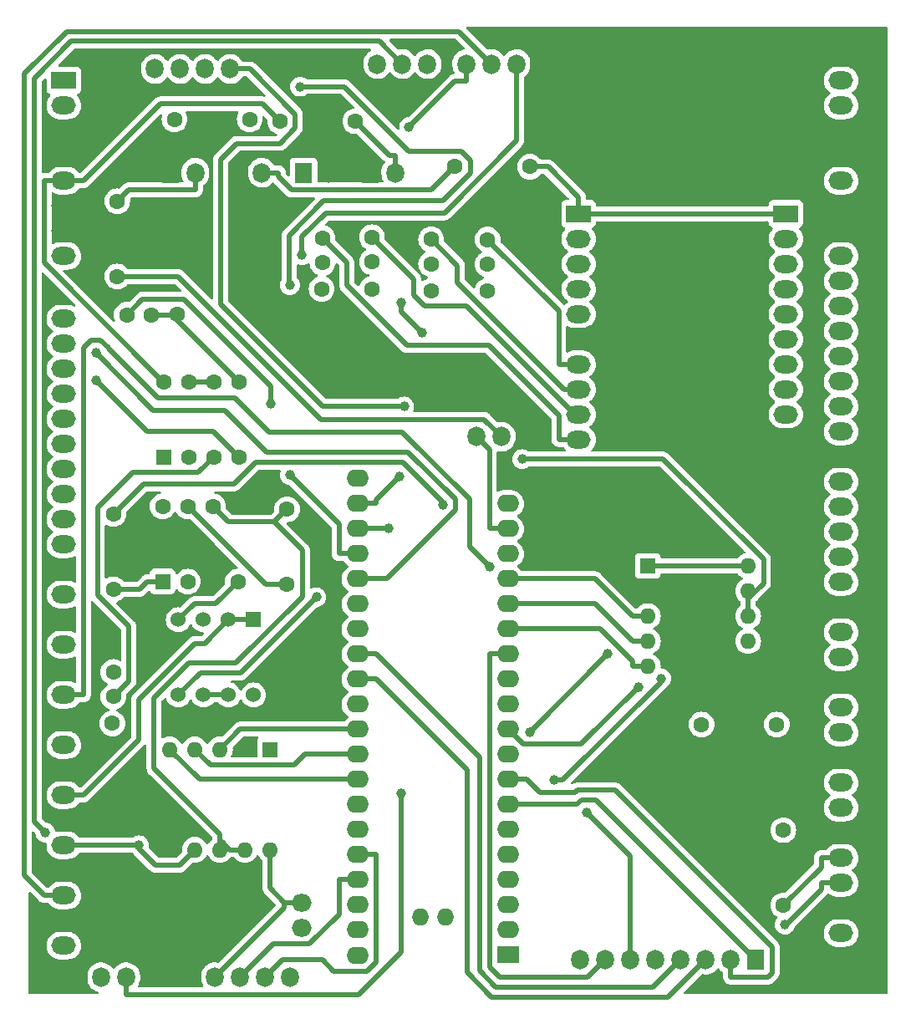
<source format=gbl>
G04 #@! TF.GenerationSoftware,KiCad,Pcbnew,7.0.11-7.0.11~ubuntu22.04.1*
G04 #@! TF.CreationDate,2024-05-31T20:40:45-03:00*
G04 #@! TF.ProjectId,Gerador_Sinais_AD9850,47657261-646f-4725-9f53-696e6169735f,v04*
G04 #@! TF.SameCoordinates,Original*
G04 #@! TF.FileFunction,Copper,L2,Bot*
G04 #@! TF.FilePolarity,Positive*
%FSLAX46Y46*%
G04 Gerber Fmt 4.6, Leading zero omitted, Abs format (unit mm)*
G04 Created by KiCad (PCBNEW 7.0.11-7.0.11~ubuntu22.04.1) date 2024-05-31 20:40:45*
%MOMM*%
%LPD*%
G01*
G04 APERTURE LIST*
G04 #@! TA.AperFunction,ComponentPad*
%ADD10O,1.800000X2.000000*%
G04 #@! TD*
G04 #@! TA.AperFunction,ComponentPad*
%ADD11R,1.800000X2.000000*%
G04 #@! TD*
G04 #@! TA.AperFunction,ComponentPad*
%ADD12C,1.600000*%
G04 #@! TD*
G04 #@! TA.AperFunction,ComponentPad*
%ADD13O,2.000000X1.800000*%
G04 #@! TD*
G04 #@! TA.AperFunction,ComponentPad*
%ADD14R,2.500000X1.800000*%
G04 #@! TD*
G04 #@! TA.AperFunction,ComponentPad*
%ADD15O,2.500000X1.800000*%
G04 #@! TD*
G04 #@! TA.AperFunction,ComponentPad*
%ADD16R,2.250000X1.727200*%
G04 #@! TD*
G04 #@! TA.AperFunction,ComponentPad*
%ADD17O,2.250000X1.727200*%
G04 #@! TD*
G04 #@! TA.AperFunction,ComponentPad*
%ADD18O,1.727200X1.727200*%
G04 #@! TD*
G04 #@! TA.AperFunction,ComponentPad*
%ADD19R,1.600000X1.600000*%
G04 #@! TD*
G04 #@! TA.AperFunction,ComponentPad*
%ADD20O,1.600000X1.600000*%
G04 #@! TD*
G04 #@! TA.AperFunction,ComponentPad*
%ADD21R,1.524000X1.524000*%
G04 #@! TD*
G04 #@! TA.AperFunction,ComponentPad*
%ADD22C,1.524000*%
G04 #@! TD*
G04 #@! TA.AperFunction,ViaPad*
%ADD23C,1.000000*%
G04 #@! TD*
G04 #@! TA.AperFunction,Conductor*
%ADD24C,0.500000*%
G04 #@! TD*
G04 APERTURE END LIST*
D10*
X110475000Y-148000000D03*
X113015000Y-148000000D03*
D11*
X115555000Y-148000000D03*
D12*
X128590000Y-61300000D03*
X136210000Y-61300000D03*
X113050000Y-80900000D03*
X115550000Y-80900000D03*
D13*
X130800000Y-140425000D03*
X130800000Y-142965000D03*
D12*
X143900000Y-78480000D03*
X143900000Y-86100000D03*
X149600000Y-78480000D03*
X149600000Y-86100000D03*
D11*
X117475000Y-66500000D03*
D10*
X120015000Y-66500000D03*
D14*
X158830000Y-70660000D03*
D15*
X158830000Y-73200000D03*
X158830000Y-75740000D03*
X158830000Y-78280000D03*
X158830000Y-80820000D03*
X158830000Y-83360000D03*
X158830000Y-85900000D03*
X158830000Y-88440000D03*
X158830000Y-90980000D03*
X158830000Y-93520000D03*
D14*
X179830000Y-70650000D03*
D15*
X179830000Y-73190000D03*
X179830000Y-75730000D03*
X179830000Y-78270000D03*
X179830000Y-80810000D03*
X179830000Y-83350000D03*
X179830000Y-85890000D03*
X179830000Y-88430000D03*
X179830000Y-90970000D03*
X179830000Y-93510000D03*
D12*
X129300000Y-100590000D03*
X129300000Y-108210000D03*
X112100000Y-77020000D03*
X112100000Y-69400000D03*
D10*
X152540000Y-55500000D03*
X150000000Y-55500000D03*
X147460000Y-55500000D03*
D11*
X137725000Y-66500000D03*
D10*
X140265000Y-66500000D03*
D16*
X151680000Y-145730000D03*
D17*
X151680000Y-143190000D03*
X151680000Y-140650000D03*
X151680000Y-138110000D03*
X151680000Y-135570000D03*
X151680000Y-133030000D03*
X151680000Y-130490000D03*
X151680000Y-127950000D03*
X151680000Y-125410000D03*
X151680000Y-122870000D03*
X151680000Y-120330000D03*
X151680000Y-117790000D03*
X151680000Y-115250000D03*
X151680000Y-112710000D03*
X151680000Y-110170000D03*
X151680000Y-107630000D03*
X151680000Y-105090000D03*
X151680000Y-102550000D03*
X151680000Y-100010000D03*
X151680000Y-97470000D03*
X136440000Y-97470000D03*
X136440000Y-100010000D03*
X136440000Y-102550000D03*
X136440000Y-105090000D03*
X136440000Y-107630000D03*
X136440000Y-110170000D03*
X136440000Y-112710000D03*
X136440000Y-115250000D03*
X136440000Y-117790000D03*
X136440000Y-120330000D03*
X136440000Y-122870000D03*
X136440000Y-125410000D03*
X136440000Y-127950000D03*
X136440000Y-130490000D03*
X136440000Y-133030000D03*
X136440000Y-135570000D03*
X136440000Y-138110000D03*
X136440000Y-140650000D03*
X136440000Y-143190000D03*
X136440000Y-145780800D03*
D18*
X142780000Y-141920000D03*
X145320000Y-141920000D03*
D15*
X185420000Y-57150000D03*
X185420000Y-59690000D03*
X185420000Y-62230000D03*
X185420000Y-64770000D03*
X185420000Y-67310000D03*
X185420000Y-69850000D03*
X185420000Y-72390000D03*
X185420000Y-74930000D03*
X185420000Y-77470000D03*
X185420000Y-80010000D03*
X185420000Y-82550000D03*
X185420000Y-85090000D03*
X185420000Y-87630000D03*
X185420000Y-90170000D03*
X185420000Y-92710000D03*
X185420000Y-95250000D03*
X185420000Y-97790000D03*
X185420000Y-100330000D03*
X185420000Y-102870000D03*
X185420000Y-105410000D03*
X185420000Y-107950000D03*
X185420000Y-110490000D03*
X185420000Y-113030000D03*
X185420000Y-115570000D03*
X185420000Y-118110000D03*
X185420000Y-120650000D03*
X185420000Y-123190000D03*
X185420000Y-125730000D03*
X185420000Y-128270000D03*
X185420000Y-130810000D03*
X185420000Y-133350000D03*
X185420000Y-135890000D03*
X185420000Y-138430000D03*
X185420000Y-140970000D03*
X185420000Y-143510000D03*
D12*
X178910000Y-122400000D03*
X171290000Y-122400000D03*
D19*
X165850000Y-106330000D03*
D20*
X165850000Y-108870000D03*
X165850000Y-111410000D03*
X165850000Y-113950000D03*
X165850000Y-116490000D03*
X176010000Y-116490000D03*
X176010000Y-113950000D03*
X176010000Y-111410000D03*
X176010000Y-108870000D03*
X176010000Y-106330000D03*
D21*
X125910000Y-111790000D03*
D22*
X123370000Y-111790000D03*
X120830000Y-111790000D03*
X118290000Y-111790000D03*
X118290000Y-119410000D03*
X120830000Y-119410000D03*
X123370000Y-119410000D03*
X125910000Y-119410000D03*
D14*
X106680000Y-57150000D03*
D15*
X106680000Y-59690000D03*
X106680000Y-62230000D03*
X106680000Y-64770000D03*
X106680000Y-67310000D03*
X106680000Y-69850000D03*
X106680000Y-72390000D03*
X106680000Y-74930000D03*
D12*
X132900000Y-73140000D03*
X132900000Y-75640000D03*
X111600000Y-122280000D03*
X111600000Y-129900000D03*
D15*
X106680000Y-81280000D03*
X106680000Y-83820000D03*
X106680000Y-86360000D03*
X106680000Y-88900000D03*
X106680000Y-91440000D03*
X106680000Y-93980000D03*
X106680000Y-96520000D03*
X106680000Y-99060000D03*
X106680000Y-101600000D03*
X106680000Y-104140000D03*
X106680000Y-106680000D03*
X106680000Y-109220000D03*
X106680000Y-111760000D03*
X106680000Y-114300000D03*
X106680000Y-116840000D03*
X106680000Y-119380000D03*
X106680000Y-121920000D03*
X106680000Y-124460000D03*
X106680000Y-127000000D03*
X106680000Y-129540000D03*
X106680000Y-132080000D03*
X106680000Y-134620000D03*
X106680000Y-137160000D03*
X106680000Y-139700000D03*
X106680000Y-142240000D03*
X106680000Y-144780000D03*
X106680000Y-147320000D03*
D11*
X124210000Y-66500000D03*
D10*
X126750000Y-66500000D03*
X143525000Y-55500000D03*
X140985000Y-55500000D03*
X138445000Y-55500000D03*
D12*
X179578000Y-140716000D03*
X179578000Y-133096000D03*
X137900000Y-78280000D03*
X137900000Y-85900000D03*
X117890000Y-61100000D03*
X125510000Y-61100000D03*
X149614000Y-73278000D03*
X149614000Y-75778000D03*
X153910000Y-65900000D03*
X146290000Y-65900000D03*
X137900000Y-73040000D03*
X137900000Y-75540000D03*
D11*
X113380000Y-56000000D03*
D10*
X115920000Y-56000000D03*
X118460000Y-56000000D03*
X121000000Y-56000000D03*
X123540000Y-56000000D03*
X148500000Y-93250000D03*
X151040000Y-93250000D03*
D12*
X132800000Y-78280000D03*
X132800000Y-85900000D03*
X111700000Y-101080000D03*
X111700000Y-108700000D03*
X118190000Y-80860000D03*
X125810000Y-80860000D03*
X143900000Y-73250000D03*
X143900000Y-75750000D03*
D19*
X116800000Y-95300000D03*
D12*
X119340000Y-95300000D03*
X121880000Y-95300000D03*
X124420000Y-95300000D03*
X124420000Y-87680000D03*
X121880000Y-87680000D03*
X119340000Y-87680000D03*
X116800000Y-87680000D03*
D11*
X176780000Y-146220000D03*
D10*
X174240000Y-146220000D03*
X171700000Y-146220000D03*
X169160000Y-146220000D03*
X166620000Y-146220000D03*
X164080000Y-146220000D03*
X161540000Y-146220000D03*
X159000000Y-146220000D03*
X129620000Y-148000000D03*
X127080000Y-148000000D03*
X124540000Y-148000000D03*
X122000000Y-148000000D03*
D11*
X119460000Y-148000000D03*
X130975000Y-66500000D03*
D10*
X133515000Y-66500000D03*
D19*
X116700000Y-107920000D03*
D12*
X119240000Y-107920000D03*
X121780000Y-107920000D03*
X124320000Y-107920000D03*
X124320000Y-100300000D03*
X121780000Y-100300000D03*
X119240000Y-100300000D03*
X116700000Y-100300000D03*
D19*
X127580000Y-124920000D03*
D20*
X125040000Y-124920000D03*
X122500000Y-124920000D03*
X119960000Y-124920000D03*
X117420000Y-124920000D03*
X117420000Y-135080000D03*
X119960000Y-135080000D03*
X122500000Y-135080000D03*
X125040000Y-135080000D03*
X127580000Y-135080000D03*
D12*
X111700000Y-117080000D03*
X111700000Y-119580000D03*
D23*
X109963400Y-87531000D03*
X149803100Y-106404900D03*
X164897200Y-118594400D03*
X114313600Y-134635300D03*
X104807300Y-133350000D03*
X179733900Y-142661100D03*
X141661900Y-61883800D03*
X127673100Y-89935700D03*
X140824800Y-129382900D03*
X130812600Y-74875600D03*
X159634400Y-131277000D03*
X109935800Y-84777300D03*
X129590200Y-77883000D03*
X130615900Y-57781700D03*
X129590200Y-97140400D03*
X140867800Y-79654900D03*
X142991200Y-82706400D03*
X139572800Y-102550000D03*
X140693200Y-97287300D03*
X141162500Y-90179700D03*
X145085600Y-100176200D03*
X153117600Y-95510800D03*
X167190000Y-117745500D03*
X156354600Y-128035300D03*
X161781800Y-115249200D03*
X153885200Y-123144200D03*
X132268700Y-109503600D03*
D24*
X116720500Y-87680000D02*
X104678100Y-75637600D01*
X106680000Y-67310000D02*
X108681900Y-67310000D01*
X116447600Y-59544300D02*
X126834300Y-59544300D01*
X116800000Y-87680000D02*
X116720500Y-87680000D01*
X106680000Y-67310000D02*
X104678100Y-67310000D01*
X108681900Y-67310000D02*
X116447600Y-59544300D01*
X104678100Y-75637600D02*
X104678100Y-67310000D01*
X126834300Y-59544300D02*
X128590000Y-61300000D01*
X122087500Y-110152500D02*
X119927500Y-110152500D01*
X119927500Y-110152500D02*
X118290000Y-111790000D01*
X124320000Y-107920000D02*
X122087500Y-110152500D01*
X121788400Y-92668400D02*
X115100800Y-92668400D01*
X115100800Y-92668400D02*
X109963400Y-87531000D01*
X124420000Y-95300000D02*
X121788400Y-92668400D01*
X176010000Y-106330000D02*
X174458100Y-106330000D01*
X122000000Y-148000000D02*
X129048100Y-140951900D01*
X129048100Y-140951900D02*
X129048100Y-140425000D01*
X127580000Y-138956900D02*
X129048100Y-140425000D01*
X167401900Y-106330000D02*
X174458100Y-106330000D01*
X165850000Y-106330000D02*
X167401900Y-106330000D01*
X177818100Y-70660000D02*
X177828100Y-70650000D01*
X158830000Y-70660000D02*
X160831900Y-70660000D01*
X127580000Y-135080000D02*
X127580000Y-138956900D01*
X153910000Y-65900000D02*
X155721900Y-65900000D01*
X179830000Y-70650000D02*
X177828100Y-70650000D01*
X130800000Y-140425000D02*
X129048100Y-140425000D01*
X155721900Y-65900000D02*
X158830000Y-69008100D01*
X158830000Y-70660000D02*
X158830000Y-69008100D01*
X160831900Y-70660000D02*
X177818100Y-70660000D01*
X151040000Y-93250000D02*
X149283000Y-91493000D01*
X132747800Y-91493000D02*
X118274800Y-77020000D01*
X149283000Y-91493000D02*
X132747800Y-91493000D01*
X118274800Y-77020000D02*
X112100000Y-77020000D01*
X153556900Y-97470000D02*
X164298100Y-108211200D01*
X131196800Y-64748100D02*
X133515000Y-64748100D01*
X185420000Y-95250000D02*
X179918100Y-95250000D01*
X125810000Y-80860000D02*
X130850000Y-85900000D01*
X132800000Y-85900000D02*
X137900000Y-85900000D01*
X106680000Y-69850000D02*
X108681900Y-69850000D01*
X133515000Y-66500000D02*
X133515000Y-64748100D01*
X108681900Y-142240000D02*
X108681900Y-145142200D01*
X179830000Y-93510000D02*
X179830000Y-95161900D01*
X106680000Y-62230000D02*
X108681900Y-62230000D01*
X143700000Y-85900000D02*
X143900000Y-86100000D01*
X176010000Y-116490000D02*
X177561900Y-116490000D01*
X125961900Y-64748100D02*
X131196800Y-64748100D01*
X179181900Y-118110000D02*
X185420000Y-118110000D01*
X117420000Y-135080000D02*
X115868100Y-135080000D01*
X117475000Y-66500000D02*
X112031900Y-66500000D01*
X151680000Y-95177900D02*
X151680000Y-95854500D01*
X165850000Y-108870000D02*
X167401900Y-108870000D01*
X119460000Y-148000000D02*
X115555000Y-148000000D01*
X106680000Y-142240000D02*
X108681900Y-142240000D01*
X125191100Y-54214200D02*
X131196800Y-60219900D01*
X113380000Y-56000000D02*
X115165800Y-54214200D01*
X133515000Y-66500000D02*
X136073100Y-66500000D01*
X152721300Y-89221300D02*
X152721300Y-94136600D01*
X108681900Y-145142200D02*
X109770800Y-146231100D01*
X164298100Y-108211200D02*
X164298100Y-108870000D01*
X151680000Y-97470000D02*
X153556900Y-97470000D01*
X115555000Y-148000000D02*
X113786100Y-146231100D01*
X124210000Y-66500000D02*
X124210000Y-68251900D01*
X143900000Y-86100000D02*
X149600000Y-86100000D01*
X176010000Y-116490000D02*
X174458100Y-116490000D01*
X108681900Y-62230000D02*
X108681900Y-59046200D01*
X151680000Y-97470000D02*
X151680000Y-95854500D01*
X185420000Y-64770000D02*
X187421900Y-64770000D01*
X187421900Y-69850000D02*
X187421900Y-64770000D01*
X109770800Y-146231100D02*
X108681900Y-147320000D01*
X149600000Y-86100000D02*
X152721300Y-89221300D01*
X177561900Y-116490000D02*
X179181900Y-118110000D01*
X130850000Y-85900000D02*
X132800000Y-85900000D01*
X137900000Y-85900000D02*
X143700000Y-85900000D01*
X165850000Y-108870000D02*
X164298100Y-108870000D01*
X174458100Y-115926200D02*
X167401900Y-108870000D01*
X152721300Y-94136600D02*
X151680000Y-95177900D01*
X112031900Y-66500000D02*
X108681900Y-69850000D01*
X124210000Y-66500000D02*
X125961900Y-64748100D01*
X113380000Y-56000000D02*
X111728100Y-56000000D01*
X174458100Y-116490000D02*
X174458100Y-115926200D01*
X179918100Y-95250000D02*
X179830000Y-95161900D01*
X124210000Y-68251900D02*
X125810000Y-69851900D01*
X113786100Y-146231100D02*
X109770800Y-146231100D01*
X185420000Y-69850000D02*
X187421900Y-69850000D01*
X131196800Y-60219900D02*
X131196800Y-64748100D01*
X125810000Y-69851900D02*
X125810000Y-80860000D01*
X137725000Y-66500000D02*
X136073100Y-66500000D01*
X115868100Y-134168100D02*
X115868100Y-135080000D01*
X111600000Y-129900000D02*
X115868100Y-134168100D01*
X106680000Y-147320000D02*
X108681900Y-147320000D01*
X115165800Y-54214200D02*
X125191100Y-54214200D01*
X108681900Y-59046200D02*
X111728100Y-56000000D01*
X127523800Y-92790900D02*
X140971200Y-92790900D01*
X108681900Y-84219100D02*
X109430300Y-83470700D01*
X147778600Y-104380400D02*
X149803100Y-106404900D01*
X106680000Y-119380000D02*
X108681900Y-119380000D01*
X140971200Y-92790900D02*
X147778600Y-99598300D01*
X110399800Y-83470700D02*
X111187700Y-84258600D01*
X147778600Y-99598300D02*
X147778600Y-104380400D01*
X116217000Y-89319400D02*
X124052300Y-89319400D01*
X111187700Y-84290100D02*
X116217000Y-89319400D01*
X108681900Y-119380000D02*
X108681900Y-84219100D01*
X111187700Y-84258600D02*
X111187700Y-84290100D01*
X124052300Y-89319400D02*
X127523800Y-92790900D01*
X109430300Y-83470700D02*
X110399800Y-83470700D01*
X159092000Y-124399600D02*
X153215600Y-124399600D01*
X164897200Y-118594400D02*
X159092000Y-124399600D01*
X151686000Y-122870000D02*
X151680000Y-122870000D01*
X153215600Y-124399600D02*
X151686000Y-122870000D01*
X120969200Y-114190800D02*
X123370000Y-111790000D01*
X106680000Y-129540000D02*
X108681900Y-129540000D01*
X114268900Y-123953000D02*
X114268900Y-119849100D01*
X114268900Y-119849100D02*
X119927200Y-114190800D01*
X125910000Y-111790000D02*
X124396100Y-111790000D01*
X108681900Y-129540000D02*
X114268900Y-123953000D01*
X119927200Y-114190800D02*
X120969200Y-114190800D01*
X123370000Y-111790000D02*
X124396100Y-111790000D01*
X123370000Y-119410000D02*
X120830000Y-119410000D01*
X118405900Y-136634100D02*
X115972000Y-136634100D01*
X106680000Y-134620000D02*
X114298300Y-134620000D01*
X114298300Y-134620000D02*
X114313600Y-134635300D01*
X114313600Y-134975700D02*
X114313600Y-134635300D01*
X119960000Y-135080000D02*
X118405900Y-136634100D01*
X115972000Y-136634100D02*
X114313600Y-134975700D01*
X150000000Y-55500000D02*
X146690900Y-52190900D01*
X106952800Y-52190900D02*
X102669000Y-56474700D01*
X106680000Y-139700000D02*
X104678100Y-139700000D01*
X102669000Y-56474700D02*
X102669000Y-137690900D01*
X146690900Y-52190900D02*
X106952800Y-52190900D01*
X102669000Y-137690900D02*
X104678100Y-139700000D01*
X107423900Y-53192800D02*
X103670900Y-56945800D01*
X140985000Y-55500000D02*
X138677800Y-53192800D01*
X138677800Y-53192800D02*
X107423900Y-53192800D01*
X103670900Y-132213600D02*
X104807300Y-133350000D01*
X103670900Y-56945800D02*
X103670900Y-132213600D01*
X183418100Y-135890000D02*
X183418100Y-136875900D01*
X183418100Y-136875900D02*
X179578000Y-140716000D01*
X185420000Y-135890000D02*
X183418100Y-135890000D01*
X183418100Y-138430000D02*
X183418100Y-139105200D01*
X179862200Y-142661100D02*
X179733900Y-142661100D01*
X185420000Y-138430000D02*
X183418100Y-138430000D01*
X183418100Y-139105200D02*
X179862200Y-142661100D01*
X116700000Y-107920000D02*
X115148100Y-107920000D01*
X115148100Y-107920000D02*
X114368100Y-108700000D01*
X114368100Y-108700000D02*
X111700000Y-108700000D01*
X141661900Y-61883800D02*
X146293800Y-57251900D01*
X146293800Y-57251900D02*
X147460000Y-57251900D01*
X147460000Y-55500000D02*
X147460000Y-57251900D01*
X110089100Y-109283700D02*
X110089100Y-100445100D01*
X120303400Y-96876600D02*
X121880000Y-95300000D01*
X113657600Y-96876600D02*
X120303400Y-96876600D01*
X113268500Y-118011500D02*
X113268500Y-112463100D01*
X111700000Y-119580000D02*
X113268500Y-118011500D01*
X113268500Y-112463100D02*
X110089100Y-109283700D01*
X110089100Y-100445100D02*
X113657600Y-96876600D01*
X129300000Y-108210000D02*
X127150000Y-108210000D01*
X113050000Y-80900000D02*
X114642400Y-79307600D01*
X118854900Y-79307600D02*
X127673100Y-88125800D01*
X114642400Y-79307600D02*
X118854900Y-79307600D01*
X127150000Y-108210000D02*
X119240000Y-100300000D01*
X127673100Y-88125800D02*
X127673100Y-89935700D01*
X118190000Y-80860000D02*
X118190000Y-80900000D01*
X118190000Y-80900000D02*
X118190000Y-81450000D01*
X118190000Y-81450000D02*
X124420000Y-87680000D01*
X118190000Y-80900000D02*
X115550000Y-80900000D01*
X142119700Y-77259700D02*
X137900000Y-73040000D01*
X158830000Y-90980000D02*
X158445400Y-90980000D01*
X147498500Y-80033100D02*
X143242900Y-80033100D01*
X142119700Y-78909900D02*
X142119700Y-77259700D01*
X158445400Y-90980000D02*
X147498500Y-80033100D01*
X143242900Y-80033100D02*
X142119700Y-78909900D01*
X141444300Y-84019700D02*
X135350100Y-77925500D01*
X135350100Y-75590100D02*
X132900000Y-73140000D01*
X149735800Y-84019700D02*
X141444300Y-84019700D01*
X135350100Y-77925500D02*
X135350100Y-75590100D01*
X158830000Y-93520000D02*
X156828100Y-93520000D01*
X156828100Y-91112000D02*
X149735800Y-84019700D01*
X156828100Y-93520000D02*
X156828100Y-91112000D01*
X158830000Y-85900000D02*
X156828100Y-85900000D01*
X156828100Y-85900000D02*
X156828100Y-80492100D01*
X156828100Y-80492100D02*
X149614000Y-73278000D01*
X140824800Y-145454500D02*
X140824800Y-129382900D01*
X113015000Y-149751900D02*
X136527400Y-149751900D01*
X136527400Y-149751900D02*
X140824800Y-145454500D01*
X113015000Y-148000000D02*
X113015000Y-149751900D01*
X157343900Y-88440000D02*
X146572900Y-77669000D01*
X146572900Y-77669000D02*
X146572900Y-75922900D01*
X158830000Y-88440000D02*
X157343900Y-88440000D01*
X146572900Y-75922900D02*
X143900000Y-73250000D01*
X151680000Y-102550000D02*
X149803100Y-102550000D01*
X149803100Y-102550000D02*
X149803100Y-94553100D01*
X149803100Y-94553100D02*
X148500000Y-93250000D01*
X152540000Y-55500000D02*
X152540000Y-63273400D01*
X152540000Y-63273400D02*
X145237300Y-70576100D01*
X133217500Y-70576100D02*
X130812600Y-72981000D01*
X130812600Y-72981000D02*
X130812600Y-74875600D01*
X145237300Y-70576100D02*
X133217500Y-70576100D01*
X119340000Y-87680000D02*
X121880000Y-87680000D01*
X128831900Y-146248100D02*
X127080000Y-148000000D01*
X134023800Y-147400900D02*
X132871000Y-146248100D01*
X138316900Y-146461300D02*
X137377300Y-147400900D01*
X136440000Y-135570000D02*
X138316900Y-135570000D01*
X132871000Y-146248100D02*
X128831900Y-146248100D01*
X137377300Y-147400900D02*
X134023800Y-147400900D01*
X138316900Y-135570000D02*
X138316900Y-146461300D01*
X134563100Y-141641400D02*
X131562300Y-144642200D01*
X136440000Y-138110000D02*
X134563100Y-138110000D01*
X131562300Y-144642200D02*
X127897800Y-144642200D01*
X134563100Y-138110000D02*
X134563100Y-141641400D01*
X127897800Y-144642200D02*
X124540000Y-148000000D01*
X160585100Y-130025100D02*
X176780000Y-146220000D01*
X151680000Y-130490000D02*
X153556900Y-130490000D01*
X153556900Y-130490000D02*
X158650900Y-130490000D01*
X158650900Y-130490000D02*
X159115800Y-130025100D01*
X159115800Y-130025100D02*
X160585100Y-130025100D01*
X158436700Y-129287200D02*
X158700700Y-129023200D01*
X151680000Y-127950000D02*
X153556900Y-127950000D01*
X174240000Y-146220000D02*
X174240000Y-147971900D01*
X178431900Y-144905900D02*
X178431900Y-147548600D01*
X158700700Y-129023200D02*
X162549200Y-129023200D01*
X178431900Y-147548600D02*
X178008600Y-147971900D01*
X154894100Y-129287200D02*
X158436700Y-129287200D01*
X153556900Y-127950000D02*
X154894100Y-129287200D01*
X178008600Y-147971900D02*
X174240000Y-147971900D01*
X162549200Y-129023200D02*
X178431900Y-144905900D01*
X150029000Y-150011100D02*
X147513400Y-147495500D01*
X171700000Y-146220000D02*
X167908900Y-150011100D01*
X147513400Y-147495500D02*
X147513400Y-126986500D01*
X167908900Y-150011100D02*
X150029000Y-150011100D01*
X147513400Y-126986500D02*
X138316900Y-117790000D01*
X136440000Y-117790000D02*
X138316900Y-117790000D01*
X136440000Y-115250000D02*
X138316900Y-115250000D01*
X148780200Y-147345300D02*
X148780200Y-125713300D01*
X148780200Y-125713300D02*
X138316900Y-115250000D01*
X169160000Y-146220000D02*
X166370800Y-149009200D01*
X150444100Y-149009200D02*
X148780200Y-147345300D01*
X166370800Y-149009200D02*
X150444100Y-149009200D01*
X164080000Y-146220000D02*
X164080000Y-135722600D01*
X164080000Y-135722600D02*
X159634400Y-131277000D01*
X150859200Y-148007300D02*
X149803100Y-146951200D01*
X151680000Y-115250000D02*
X149803100Y-115250000D01*
X149803100Y-146951200D02*
X149803100Y-115250000D01*
X161540000Y-146220000D02*
X159752700Y-148007300D01*
X159752700Y-148007300D02*
X150859200Y-148007300D01*
X139402400Y-107630000D02*
X146337500Y-100694900D01*
X141559700Y-94796400D02*
X127217400Y-94796400D01*
X123007800Y-90586800D02*
X115745300Y-90586800D01*
X115745300Y-90586800D02*
X109935800Y-84777300D01*
X146337500Y-100694900D02*
X146337500Y-99574200D01*
X146337500Y-99574200D02*
X141559700Y-94796400D01*
X136440000Y-107630000D02*
X138316900Y-107630000D01*
X138316900Y-107630000D02*
X139402400Y-107630000D01*
X127217400Y-94796400D02*
X123007800Y-90586800D01*
X135089700Y-57781700D02*
X130615900Y-57781700D01*
X129499300Y-77792100D02*
X129499300Y-72863100D01*
X133027800Y-69334600D02*
X145054900Y-69334600D01*
X147846400Y-65255500D02*
X146936600Y-64345700D01*
X141653700Y-64345700D02*
X135089700Y-57781700D01*
X136440000Y-105090000D02*
X134563100Y-105090000D01*
X129590200Y-77883000D02*
X129499300Y-77792100D01*
X134563100Y-102113300D02*
X129590200Y-97140400D01*
X145054900Y-69334600D02*
X147846400Y-66543100D01*
X147846400Y-66543100D02*
X147846400Y-65255500D01*
X129499300Y-72863100D02*
X133027800Y-69334600D01*
X146936600Y-64345700D02*
X141653700Y-64345700D01*
X134563100Y-105090000D02*
X134563100Y-102113300D01*
X136440000Y-102550000D02*
X139572800Y-102550000D01*
X140867800Y-80583000D02*
X142991200Y-82706400D01*
X140867800Y-79654900D02*
X140867800Y-80583000D01*
X132928200Y-90179600D02*
X141162500Y-90179600D01*
X130145000Y-60587300D02*
X130145000Y-61946500D01*
X130145000Y-61946500D02*
X128552600Y-63538900D01*
X123540000Y-56000000D02*
X125191900Y-56000000D01*
X136440000Y-100010000D02*
X138316900Y-100010000D01*
X122556200Y-65179600D02*
X122556200Y-79807600D01*
X125191900Y-56000000D02*
X125557700Y-56000000D01*
X125557700Y-56000000D02*
X130145000Y-60587300D01*
X138316900Y-99663600D02*
X140693200Y-97287300D01*
X122556200Y-79807600D02*
X132928200Y-90179600D01*
X141162500Y-90179600D02*
X141162500Y-90179700D01*
X124196900Y-63538900D02*
X122556200Y-65179600D01*
X138316900Y-100010000D02*
X138316900Y-99663600D01*
X128552600Y-63538900D02*
X124196900Y-63538900D01*
X130860000Y-109464300D02*
X130860000Y-104737600D01*
X122500000Y-134304000D02*
X122500000Y-133528100D01*
X119341900Y-116193100D02*
X124131200Y-116193100D01*
X115825900Y-126854000D02*
X115825900Y-119709100D01*
X130860000Y-104737600D02*
X128006200Y-101883800D01*
X123363800Y-101883800D02*
X128006200Y-101883800D01*
X125040000Y-135080000D02*
X123488100Y-135080000D01*
X124131200Y-116193100D02*
X130860000Y-109464300D01*
X122500000Y-134304000D02*
X122712100Y-134304000D01*
X128006200Y-101883800D02*
X129300000Y-100590000D01*
X122712100Y-134304000D02*
X123488100Y-135080000D01*
X122500000Y-133528100D02*
X115825900Y-126854000D01*
X115825900Y-119709100D02*
X119341900Y-116193100D01*
X121780000Y-100300000D02*
X123363800Y-101883800D01*
X122500000Y-135080000D02*
X122500000Y-134304000D01*
X176010000Y-108870000D02*
X176010000Y-109645900D01*
X114754800Y-98025200D02*
X123889600Y-98025200D01*
X177569100Y-105690500D02*
X167389400Y-95510800D01*
X177569100Y-108086800D02*
X177569100Y-105690500D01*
X176010000Y-109645900D02*
X177569100Y-108086800D01*
X141019100Y-95827100D02*
X145085600Y-99893600D01*
X126087700Y-95827100D02*
X141019100Y-95827100D01*
X123889600Y-98025200D02*
X126087700Y-95827100D01*
X145085600Y-99893600D02*
X145085600Y-100176200D01*
X176010000Y-109645900D02*
X176010000Y-111410000D01*
X167389400Y-95510800D02*
X153117600Y-95510800D01*
X111700000Y-101080000D02*
X114754800Y-98025200D01*
X167190000Y-118072200D02*
X167190000Y-117745500D01*
X156354600Y-128035300D02*
X157226900Y-128035300D01*
X157226900Y-128035300D02*
X167190000Y-118072200D01*
X161781800Y-115249200D02*
X153886800Y-123144200D01*
X153886800Y-123144200D02*
X153885200Y-123144200D01*
X161013200Y-112710000D02*
X151680000Y-112710000D01*
X165850000Y-116490000D02*
X164298100Y-116490000D01*
X164298100Y-115994900D02*
X161013200Y-112710000D01*
X164298100Y-116490000D02*
X164298100Y-115994900D01*
X160518100Y-110170000D02*
X151680000Y-110170000D01*
X165850000Y-113950000D02*
X164298100Y-113950000D01*
X164298100Y-113950000D02*
X160518100Y-110170000D01*
X164298100Y-111410000D02*
X160518100Y-107630000D01*
X165850000Y-111410000D02*
X164298100Y-111410000D01*
X160518100Y-107630000D02*
X151680000Y-107630000D01*
X122500000Y-124920000D02*
X124550000Y-122870000D01*
X124550000Y-122870000D02*
X136440000Y-122870000D01*
X121551400Y-126511400D02*
X119960000Y-124920000D01*
X136440000Y-125410000D02*
X131093900Y-125410000D01*
X131093900Y-125410000D02*
X129992500Y-126511400D01*
X129992500Y-126511400D02*
X121551400Y-126511400D01*
X117420000Y-124920000D02*
X120450000Y-127950000D01*
X120450000Y-127950000D02*
X136440000Y-127950000D01*
X120015000Y-68251900D02*
X113248100Y-68251900D01*
X113248100Y-68251900D02*
X112100000Y-69400000D01*
X120015000Y-66500000D02*
X120015000Y-68251900D01*
X128401900Y-66913000D02*
X128401900Y-66500000D01*
X126750000Y-66500000D02*
X128401900Y-66500000D01*
X143936000Y-68254000D02*
X129742900Y-68254000D01*
X146290000Y-65900000D02*
X143936000Y-68254000D01*
X129742900Y-68254000D02*
X128401900Y-66913000D01*
X139658100Y-64748100D02*
X136210000Y-61300000D01*
X140265000Y-66500000D02*
X140265000Y-64748100D01*
X140265000Y-64748100D02*
X139658100Y-64748100D01*
X124577300Y-117195000D02*
X132268700Y-109503600D01*
X120505000Y-117195000D02*
X124577300Y-117195000D01*
X118290000Y-119410000D02*
X120505000Y-117195000D01*
G04 #@! TA.AperFunction,Conductor*
G36*
X103624703Y-133229216D02*
G01*
X103631159Y-133235227D01*
X103776707Y-133380775D01*
X103810190Y-133442096D01*
X103812427Y-133456298D01*
X103821275Y-133546129D01*
X103878488Y-133734733D01*
X103971386Y-133908532D01*
X103971390Y-133908539D01*
X104096416Y-134060883D01*
X104248760Y-134185909D01*
X104248767Y-134185913D01*
X104422566Y-134278811D01*
X104422569Y-134278811D01*
X104422573Y-134278814D01*
X104611168Y-134336024D01*
X104807300Y-134355341D01*
X104807300Y-134355340D01*
X104807301Y-134355341D01*
X104811062Y-134355341D01*
X104812959Y-134355898D01*
X104813363Y-134355938D01*
X104813355Y-134356014D01*
X104878101Y-134375026D01*
X104923856Y-134427830D01*
X104934058Y-134495091D01*
X104925702Y-134560346D01*
X104935819Y-134798528D01*
X104935819Y-134798532D01*
X104986045Y-135031580D01*
X105074935Y-135252788D01*
X105074936Y-135252790D01*
X105199931Y-135455795D01*
X105261777Y-135526065D01*
X105347396Y-135623348D01*
X105357436Y-135634755D01*
X105542920Y-135784523D01*
X105751046Y-135900790D01*
X105906346Y-135955661D01*
X105975829Y-135980211D01*
X106210790Y-136020499D01*
X106210798Y-136020499D01*
X106210800Y-136020500D01*
X106210801Y-136020500D01*
X107089496Y-136020500D01*
X107089497Y-136020500D01*
X107089498Y-136020499D01*
X107089515Y-136020499D01*
X107267536Y-136005347D01*
X107267539Y-136005346D01*
X107267541Y-136005346D01*
X107498249Y-135945275D01*
X107676823Y-135864554D01*
X107715480Y-135847080D01*
X107715481Y-135847078D01*
X107715486Y-135847077D01*
X107913003Y-135713579D01*
X108085118Y-135548621D01*
X108146083Y-135466191D01*
X108179679Y-135420766D01*
X108235369Y-135378571D01*
X108279375Y-135370500D01*
X113587979Y-135370500D01*
X113655018Y-135390185D01*
X113666644Y-135398647D01*
X113709529Y-135433842D01*
X113718545Y-135442014D01*
X113719742Y-135443211D01*
X113730082Y-135455902D01*
X113730128Y-135455864D01*
X113734773Y-135461399D01*
X113789307Y-135512849D01*
X113791895Y-135515363D01*
X115396270Y-137119738D01*
X115408051Y-137133370D01*
X115422388Y-137152628D01*
X115422389Y-137152629D01*
X115422390Y-137152630D01*
X115429253Y-137158389D01*
X115460337Y-137184472D01*
X115468310Y-137191779D01*
X115472217Y-137195686D01*
X115472223Y-137195691D01*
X115496537Y-137214916D01*
X115499318Y-137217180D01*
X115526956Y-137240371D01*
X115556789Y-137265405D01*
X115562818Y-137269370D01*
X115562785Y-137269419D01*
X115569147Y-137273472D01*
X115569179Y-137273421D01*
X115575319Y-137277208D01*
X115575323Y-137277211D01*
X115605138Y-137291114D01*
X115643320Y-137308919D01*
X115646566Y-137310491D01*
X115713562Y-137344138D01*
X115720357Y-137346611D01*
X115720336Y-137346667D01*
X115727457Y-137349143D01*
X115727476Y-137349086D01*
X115734319Y-137351353D01*
X115734327Y-137351357D01*
X115807895Y-137366547D01*
X115811228Y-137367286D01*
X115884279Y-137384600D01*
X115884281Y-137384600D01*
X115884285Y-137384601D01*
X115891453Y-137385439D01*
X115891446Y-137385498D01*
X115898944Y-137386264D01*
X115898950Y-137386205D01*
X115906139Y-137386834D01*
X115906143Y-137386833D01*
X115906144Y-137386834D01*
X115981130Y-137384652D01*
X115984737Y-137384600D01*
X118342195Y-137384600D01*
X118360165Y-137385909D01*
X118383923Y-137389389D01*
X118433269Y-137385071D01*
X118444076Y-137384600D01*
X118449604Y-137384600D01*
X118449609Y-137384600D01*
X118480456Y-137380993D01*
X118483930Y-137380639D01*
X118558697Y-137374099D01*
X118558705Y-137374096D01*
X118565766Y-137372639D01*
X118565778Y-137372698D01*
X118573143Y-137371065D01*
X118573129Y-137371006D01*
X118580149Y-137369341D01*
X118580155Y-137369341D01*
X118650679Y-137343672D01*
X118654017Y-137342512D01*
X118725234Y-137318914D01*
X118725242Y-137318908D01*
X118731782Y-137315860D01*
X118731808Y-137315916D01*
X118738590Y-137312632D01*
X118738563Y-137312578D01*
X118745013Y-137309338D01*
X118745017Y-137309337D01*
X118807737Y-137268084D01*
X118810632Y-137266240D01*
X118874556Y-137226812D01*
X118874562Y-137226805D01*
X118880225Y-137222329D01*
X118880262Y-137222377D01*
X118886104Y-137217618D01*
X118886064Y-137217571D01*
X118891586Y-137212935D01*
X118891596Y-137212930D01*
X118943085Y-137158353D01*
X118945532Y-137155834D01*
X119694652Y-136406714D01*
X119755973Y-136373231D01*
X119793135Y-136370869D01*
X119936366Y-136383400D01*
X119959999Y-136385468D01*
X119960000Y-136385468D01*
X119960002Y-136385468D01*
X120016673Y-136380509D01*
X120186692Y-136365635D01*
X120406496Y-136306739D01*
X120612734Y-136210568D01*
X120799139Y-136080047D01*
X120960047Y-135919139D01*
X121090568Y-135732734D01*
X121117618Y-135674724D01*
X121163790Y-135622285D01*
X121230983Y-135603133D01*
X121297865Y-135623348D01*
X121342381Y-135674724D01*
X121352149Y-135695671D01*
X121369429Y-135732728D01*
X121369432Y-135732734D01*
X121499954Y-135919141D01*
X121660858Y-136080045D01*
X121667692Y-136084830D01*
X121847266Y-136210568D01*
X122053504Y-136306739D01*
X122273308Y-136365635D01*
X122435230Y-136379801D01*
X122499998Y-136385468D01*
X122500000Y-136385468D01*
X122500002Y-136385468D01*
X122556673Y-136380509D01*
X122726692Y-136365635D01*
X122946496Y-136306739D01*
X123152734Y-136210568D01*
X123339139Y-136080047D01*
X123500047Y-135919139D01*
X123514232Y-135898880D01*
X123525088Y-135883377D01*
X123579665Y-135839752D01*
X123626663Y-135830500D01*
X123913337Y-135830500D01*
X123980376Y-135850185D01*
X124014912Y-135883377D01*
X124039954Y-135919141D01*
X124200858Y-136080045D01*
X124207692Y-136084830D01*
X124387266Y-136210568D01*
X124593504Y-136306739D01*
X124813308Y-136365635D01*
X124975230Y-136379801D01*
X125039998Y-136385468D01*
X125040000Y-136385468D01*
X125040002Y-136385468D01*
X125096673Y-136380509D01*
X125266692Y-136365635D01*
X125486496Y-136306739D01*
X125692734Y-136210568D01*
X125879139Y-136080047D01*
X126040047Y-135919139D01*
X126170568Y-135732734D01*
X126197618Y-135674724D01*
X126243790Y-135622285D01*
X126310983Y-135603133D01*
X126377865Y-135623348D01*
X126422381Y-135674724D01*
X126432149Y-135695671D01*
X126449429Y-135732728D01*
X126449432Y-135732734D01*
X126579954Y-135919141D01*
X126740859Y-136080046D01*
X126776621Y-136105086D01*
X126820247Y-136159662D01*
X126829500Y-136206662D01*
X126829500Y-138893194D01*
X126828191Y-138911163D01*
X126824710Y-138934925D01*
X126829028Y-138984268D01*
X126829500Y-138995076D01*
X126829500Y-139000611D01*
X126833098Y-139031395D01*
X126833464Y-139034983D01*
X126840000Y-139109691D01*
X126841461Y-139116767D01*
X126841403Y-139116778D01*
X126843034Y-139124137D01*
X126843092Y-139124124D01*
X126844757Y-139131149D01*
X126844758Y-139131154D01*
X126844759Y-139131155D01*
X126860773Y-139175156D01*
X126870400Y-139201605D01*
X126871582Y-139205007D01*
X126895182Y-139276226D01*
X126898236Y-139282774D01*
X126898182Y-139282798D01*
X126901470Y-139289588D01*
X126901521Y-139289563D01*
X126904761Y-139296014D01*
X126945979Y-139358684D01*
X126947889Y-139361682D01*
X126964688Y-139388916D01*
X126987289Y-139425558D01*
X126991766Y-139431219D01*
X126991719Y-139431256D01*
X126996482Y-139437102D01*
X126996528Y-139437064D01*
X127001173Y-139442599D01*
X127055707Y-139494049D01*
X127058295Y-139496563D01*
X128162500Y-140600768D01*
X128195985Y-140662091D01*
X128191001Y-140731783D01*
X128162500Y-140776130D01*
X122438040Y-146500590D01*
X122376717Y-146534075D01*
X122314051Y-146531474D01*
X122296123Y-146525984D01*
X122059647Y-146495701D01*
X121821471Y-146505819D01*
X121821467Y-146505819D01*
X121588419Y-146556045D01*
X121367211Y-146644935D01*
X121164203Y-146769932D01*
X120985245Y-146927435D01*
X120927784Y-146998600D01*
X120835477Y-147112920D01*
X120835476Y-147112922D01*
X120719210Y-147321044D01*
X120639788Y-147545829D01*
X120599500Y-147780790D01*
X120599500Y-148159515D01*
X120614652Y-148337536D01*
X120674724Y-148568248D01*
X120772919Y-148785480D01*
X120772922Y-148785486D01*
X120788115Y-148807964D01*
X120809346Y-148874530D01*
X120791218Y-148942007D01*
X120739487Y-148988972D01*
X120685379Y-149001400D01*
X114326968Y-149001400D01*
X114259929Y-148981715D01*
X114214174Y-148928911D01*
X114204230Y-148859753D01*
X114218714Y-148816925D01*
X114236277Y-148785486D01*
X114295790Y-148678954D01*
X114375211Y-148454171D01*
X114393124Y-148349699D01*
X114415499Y-148219209D01*
X114415500Y-148219198D01*
X114415500Y-147840503D01*
X114415499Y-147840484D01*
X114400347Y-147662463D01*
X114376270Y-147569995D01*
X114340275Y-147431751D01*
X114290232Y-147321044D01*
X114242080Y-147214519D01*
X114242075Y-147214511D01*
X114108586Y-147017006D01*
X114108582Y-147017001D01*
X114108579Y-147016997D01*
X113943621Y-146844882D01*
X113931518Y-146835931D01*
X113867047Y-146788248D01*
X113751947Y-146703121D01*
X113539074Y-146595793D01*
X113414168Y-146557541D01*
X113311121Y-146525983D01*
X113074647Y-146495701D01*
X112836471Y-146505819D01*
X112836467Y-146505819D01*
X112603419Y-146556045D01*
X112382211Y-146644935D01*
X112179203Y-146769932D01*
X112000245Y-146927435D01*
X111942784Y-146998600D01*
X111855190Y-147107084D01*
X111850471Y-147112928D01*
X111850458Y-147112952D01*
X111850449Y-147112960D01*
X111847522Y-147117291D01*
X111846640Y-147116695D01*
X111800570Y-147161870D01*
X111732154Y-147176051D01*
X111666933Y-147150993D01*
X111639479Y-147121897D01*
X111568586Y-147017006D01*
X111568582Y-147017001D01*
X111568579Y-147016997D01*
X111403621Y-146844882D01*
X111391518Y-146835931D01*
X111327047Y-146788248D01*
X111211947Y-146703121D01*
X110999074Y-146595793D01*
X110874168Y-146557541D01*
X110771121Y-146525983D01*
X110534647Y-146495701D01*
X110296471Y-146505819D01*
X110296467Y-146505819D01*
X110063419Y-146556045D01*
X109842211Y-146644935D01*
X109639203Y-146769932D01*
X109460245Y-146927435D01*
X109402784Y-146998600D01*
X109310477Y-147112920D01*
X109310476Y-147112922D01*
X109194210Y-147321044D01*
X109114788Y-147545829D01*
X109074500Y-147780790D01*
X109074500Y-148159515D01*
X109089652Y-148337536D01*
X109149724Y-148568248D01*
X109247919Y-148785480D01*
X109247924Y-148785488D01*
X109381413Y-148982993D01*
X109381418Y-148982998D01*
X109381421Y-148983003D01*
X109546379Y-149155118D01*
X109738053Y-149296879D01*
X109950926Y-149404207D01*
X110124735Y-149457435D01*
X110183072Y-149495888D01*
X110211359Y-149559775D01*
X110200615Y-149628814D01*
X110154252Y-149681085D01*
X110088425Y-149700000D01*
X103224000Y-149700000D01*
X103156961Y-149680315D01*
X103111206Y-149627511D01*
X103100000Y-149576000D01*
X103100000Y-144720346D01*
X104925702Y-144720346D01*
X104935819Y-144958528D01*
X104935819Y-144958532D01*
X104986045Y-145191580D01*
X105068787Y-145397489D01*
X105074936Y-145412790D01*
X105199931Y-145615795D01*
X105357436Y-145794755D01*
X105542920Y-145944523D01*
X105751046Y-146060790D01*
X105876951Y-146105275D01*
X105975829Y-146140211D01*
X106210790Y-146180499D01*
X106210798Y-146180499D01*
X106210800Y-146180500D01*
X106210801Y-146180500D01*
X107089496Y-146180500D01*
X107089497Y-146180500D01*
X107089498Y-146180499D01*
X107089515Y-146180499D01*
X107267536Y-146165347D01*
X107267539Y-146165346D01*
X107267541Y-146165346D01*
X107498249Y-146105275D01*
X107630973Y-146045279D01*
X107715480Y-146007080D01*
X107715481Y-146007078D01*
X107715486Y-146007077D01*
X107913003Y-145873579D01*
X108085118Y-145708621D01*
X108226879Y-145516947D01*
X108334207Y-145304074D01*
X108404016Y-145076123D01*
X108434298Y-144839654D01*
X108433400Y-144818523D01*
X108426644Y-144659476D01*
X108424180Y-144601468D01*
X108420968Y-144586566D01*
X108373954Y-144368419D01*
X108307522Y-144203099D01*
X108285064Y-144147210D01*
X108160069Y-143944205D01*
X108002564Y-143765245D01*
X107817080Y-143615477D01*
X107703130Y-143551820D01*
X107608955Y-143499210D01*
X107384170Y-143419788D01*
X107149209Y-143379500D01*
X107149200Y-143379500D01*
X106270503Y-143379500D01*
X106270484Y-143379500D01*
X106092463Y-143394652D01*
X105861751Y-143454724D01*
X105644519Y-143552919D01*
X105644511Y-143552924D01*
X105447006Y-143686413D01*
X105446997Y-143686421D01*
X105274881Y-143851379D01*
X105133123Y-144043050D01*
X105133120Y-144043054D01*
X105025796Y-144255920D01*
X105025793Y-144255926D01*
X104955983Y-144483878D01*
X104925702Y-144720346D01*
X103100000Y-144720346D01*
X103100000Y-139482629D01*
X103119685Y-139415590D01*
X103172489Y-139369835D01*
X103241647Y-139359891D01*
X103305203Y-139388916D01*
X103311681Y-139394948D01*
X104102367Y-140185634D01*
X104114148Y-140199266D01*
X104128490Y-140218530D01*
X104166443Y-140250376D01*
X104174419Y-140257686D01*
X104178322Y-140261590D01*
X104178323Y-140261591D01*
X104202638Y-140280816D01*
X104205393Y-140283059D01*
X104262886Y-140331302D01*
X104262890Y-140331304D01*
X104268923Y-140335272D01*
X104268889Y-140335322D01*
X104275244Y-140339370D01*
X104275277Y-140339318D01*
X104281415Y-140343104D01*
X104281423Y-140343110D01*
X104349391Y-140374804D01*
X104352552Y-140376333D01*
X104419667Y-140410040D01*
X104419672Y-140410041D01*
X104426455Y-140412510D01*
X104426434Y-140412567D01*
X104433551Y-140415040D01*
X104433570Y-140414984D01*
X104440424Y-140417255D01*
X104440425Y-140417255D01*
X104440427Y-140417256D01*
X104513948Y-140432436D01*
X104517309Y-140433181D01*
X104590379Y-140450500D01*
X104590385Y-140450500D01*
X104597552Y-140451338D01*
X104597545Y-140451397D01*
X104605046Y-140452163D01*
X104605052Y-140452104D01*
X104612241Y-140452733D01*
X104612243Y-140452732D01*
X104612244Y-140452733D01*
X104687211Y-140450552D01*
X104690817Y-140450500D01*
X105078142Y-140450500D01*
X105145181Y-140470185D01*
X105183731Y-140509485D01*
X105199930Y-140535794D01*
X105199931Y-140535796D01*
X105351578Y-140708099D01*
X105357436Y-140714755D01*
X105542920Y-140864523D01*
X105751046Y-140980790D01*
X105852854Y-141016761D01*
X105975829Y-141060211D01*
X106210790Y-141100499D01*
X106210798Y-141100499D01*
X106210800Y-141100500D01*
X106210801Y-141100500D01*
X107089496Y-141100500D01*
X107089497Y-141100500D01*
X107089498Y-141100499D01*
X107089515Y-141100499D01*
X107267536Y-141085347D01*
X107267539Y-141085346D01*
X107267541Y-141085346D01*
X107498249Y-141025275D01*
X107630973Y-140965279D01*
X107715480Y-140927080D01*
X107715481Y-140927078D01*
X107715486Y-140927077D01*
X107913003Y-140793579D01*
X108085118Y-140628621D01*
X108226879Y-140436947D01*
X108334207Y-140224074D01*
X108404016Y-139996123D01*
X108434298Y-139759654D01*
X108424180Y-139521468D01*
X108422946Y-139515744D01*
X108373954Y-139288419D01*
X108328442Y-139175160D01*
X108285064Y-139067210D01*
X108160069Y-138864205D01*
X108002564Y-138685245D01*
X107817080Y-138535477D01*
X107703130Y-138471820D01*
X107608955Y-138419210D01*
X107384170Y-138339788D01*
X107149209Y-138299500D01*
X107149200Y-138299500D01*
X106270503Y-138299500D01*
X106270484Y-138299500D01*
X106092463Y-138314652D01*
X105861751Y-138374724D01*
X105644519Y-138472919D01*
X105644511Y-138472924D01*
X105447006Y-138606413D01*
X105446997Y-138606421D01*
X105274880Y-138771380D01*
X105180321Y-138899234D01*
X105124631Y-138941429D01*
X105080625Y-138949500D01*
X105040329Y-138949500D01*
X104973290Y-138929815D01*
X104952648Y-138913181D01*
X103455819Y-137416351D01*
X103422334Y-137355028D01*
X103419500Y-137328670D01*
X103419500Y-133322929D01*
X103439185Y-133255890D01*
X103491989Y-133210135D01*
X103561147Y-133200191D01*
X103624703Y-133229216D01*
G37*
G04 #@! TD.AperFunction*
G04 #@! TA.AperFunction,Conductor*
G36*
X190043039Y-51719685D02*
G01*
X190088794Y-51772489D01*
X190100000Y-51824000D01*
X190100000Y-149576000D01*
X190080315Y-149643039D01*
X190027511Y-149688794D01*
X189976000Y-149700000D01*
X169580729Y-149700000D01*
X169513690Y-149680315D01*
X169467935Y-149627511D01*
X169457991Y-149558353D01*
X169487016Y-149494797D01*
X169493048Y-149488319D01*
X170377386Y-148603981D01*
X171261959Y-147719407D01*
X171323280Y-147685924D01*
X171385946Y-147688524D01*
X171403877Y-147694016D01*
X171640346Y-147724298D01*
X171878532Y-147714180D01*
X172111581Y-147663954D01*
X172332790Y-147575064D01*
X172535795Y-147450069D01*
X172714755Y-147292564D01*
X172864523Y-147107080D01*
X172864529Y-147107070D01*
X172867472Y-147102717D01*
X172868357Y-147103315D01*
X172914401Y-147058144D01*
X172982813Y-147043945D01*
X173048041Y-147068987D01*
X173075520Y-147098102D01*
X173146413Y-147202993D01*
X173146418Y-147202998D01*
X173146421Y-147203003D01*
X173311379Y-147375118D01*
X173439235Y-147469679D01*
X173481429Y-147525368D01*
X173489500Y-147569374D01*
X173489500Y-147946454D01*
X173489290Y-147953664D01*
X173485668Y-148015833D01*
X173485669Y-148015835D01*
X173496482Y-148077163D01*
X173497527Y-148084296D01*
X173504757Y-148146149D01*
X173504761Y-148146164D01*
X173508594Y-148156695D01*
X173514186Y-148177564D01*
X173516133Y-148188608D01*
X173516134Y-148188610D01*
X173529244Y-148219002D01*
X173540801Y-148245796D01*
X173543459Y-148252485D01*
X173564762Y-148311016D01*
X173570924Y-148320384D01*
X173581179Y-148339404D01*
X173585620Y-148349699D01*
X173585624Y-148349706D01*
X173622814Y-148399660D01*
X173626940Y-148405552D01*
X173661170Y-148457596D01*
X173669330Y-148465295D01*
X173683690Y-148481431D01*
X173690390Y-148490430D01*
X173738102Y-148530465D01*
X173743491Y-148535262D01*
X173788778Y-148577990D01*
X173788780Y-148577990D01*
X173788782Y-148577992D01*
X173798489Y-148583596D01*
X173816195Y-148595994D01*
X173824786Y-148603202D01*
X173824787Y-148603202D01*
X173824789Y-148603204D01*
X173880438Y-148631151D01*
X173886764Y-148634561D01*
X173940719Y-148665712D01*
X173951463Y-148668928D01*
X173971544Y-148676906D01*
X173981567Y-148681940D01*
X173995310Y-148685197D01*
X174042174Y-148696305D01*
X174049136Y-148698170D01*
X174108790Y-148716030D01*
X174119978Y-148716681D01*
X174141372Y-148719814D01*
X174152279Y-148722400D01*
X174214555Y-148722400D01*
X174221764Y-148722609D01*
X174283935Y-148726231D01*
X174294977Y-148724284D01*
X174316509Y-148722400D01*
X177944895Y-148722400D01*
X177962865Y-148723709D01*
X177986623Y-148727189D01*
X178035969Y-148722871D01*
X178046776Y-148722400D01*
X178052304Y-148722400D01*
X178052309Y-148722400D01*
X178083156Y-148718793D01*
X178086630Y-148718439D01*
X178161397Y-148711899D01*
X178161405Y-148711896D01*
X178168466Y-148710439D01*
X178168478Y-148710498D01*
X178175843Y-148708865D01*
X178175829Y-148708806D01*
X178182849Y-148707141D01*
X178182855Y-148707141D01*
X178253379Y-148681472D01*
X178256717Y-148680312D01*
X178327934Y-148656714D01*
X178327942Y-148656708D01*
X178334482Y-148653660D01*
X178334508Y-148653716D01*
X178341290Y-148650432D01*
X178341263Y-148650378D01*
X178347713Y-148647138D01*
X178347717Y-148647137D01*
X178410437Y-148605884D01*
X178413332Y-148604040D01*
X178477256Y-148564612D01*
X178477262Y-148564605D01*
X178482925Y-148560129D01*
X178482962Y-148560177D01*
X178488804Y-148555418D01*
X178488764Y-148555371D01*
X178494286Y-148550735D01*
X178494296Y-148550730D01*
X178545787Y-148496151D01*
X178548234Y-148493632D01*
X178917541Y-148124324D01*
X178931160Y-148112554D01*
X178950430Y-148098210D01*
X178982288Y-148060242D01*
X178989570Y-148052296D01*
X178993491Y-148048376D01*
X179012708Y-148024070D01*
X179014976Y-148021287D01*
X179046264Y-147983999D01*
X179063202Y-147963814D01*
X179063206Y-147963805D01*
X179067174Y-147957775D01*
X179067225Y-147957808D01*
X179071269Y-147951460D01*
X179071217Y-147951428D01*
X179075006Y-147945282D01*
X179075011Y-147945277D01*
X179106732Y-147877247D01*
X179108258Y-147874096D01*
X179141940Y-147807033D01*
X179141941Y-147807028D01*
X179144408Y-147800250D01*
X179144466Y-147800271D01*
X179146943Y-147793144D01*
X179146886Y-147793126D01*
X179149156Y-147786276D01*
X179149157Y-147786272D01*
X179164339Y-147712739D01*
X179165087Y-147709362D01*
X179182400Y-147636321D01*
X179182400Y-147636319D01*
X179182402Y-147636311D01*
X179183239Y-147629148D01*
X179183298Y-147629154D01*
X179184064Y-147621654D01*
X179184005Y-147621649D01*
X179184634Y-147614459D01*
X179182452Y-147539469D01*
X179182400Y-147535862D01*
X179182400Y-144969605D01*
X179183709Y-144951635D01*
X179186417Y-144933144D01*
X179187189Y-144927877D01*
X179182872Y-144878530D01*
X179182400Y-144867722D01*
X179182400Y-144862196D01*
X179182400Y-144862191D01*
X179178801Y-144831409D01*
X179178436Y-144827829D01*
X179171899Y-144753101D01*
X179170439Y-144746029D01*
X179170497Y-144746016D01*
X179168865Y-144738657D01*
X179168806Y-144738672D01*
X179167141Y-144731651D01*
X179167141Y-144731645D01*
X179141469Y-144661112D01*
X179140321Y-144657809D01*
X179116714Y-144586566D01*
X179116710Y-144586559D01*
X179113660Y-144580018D01*
X179113715Y-144579991D01*
X179110433Y-144573213D01*
X179110380Y-144573240D01*
X179107135Y-144566780D01*
X179065925Y-144504123D01*
X179063986Y-144501081D01*
X179024612Y-144437245D01*
X179024611Y-144437244D01*
X179024610Y-144437242D01*
X179020134Y-144431582D01*
X179020181Y-144431544D01*
X179015419Y-144425699D01*
X179015374Y-144425738D01*
X179010731Y-144420205D01*
X178956172Y-144368731D01*
X178953585Y-144366218D01*
X175303368Y-140716001D01*
X178272532Y-140716001D01*
X178292364Y-140942686D01*
X178292366Y-140942697D01*
X178351258Y-141162488D01*
X178351261Y-141162497D01*
X178447431Y-141368732D01*
X178447432Y-141368734D01*
X178577954Y-141555141D01*
X178738858Y-141716045D01*
X178738861Y-141716047D01*
X178925266Y-141846568D01*
X178925267Y-141846568D01*
X178929701Y-141849673D01*
X178928593Y-141851254D01*
X178970944Y-141895660D01*
X178984175Y-141964265D01*
X178958215Y-142029133D01*
X178956589Y-142031157D01*
X178897990Y-142102560D01*
X178897986Y-142102567D01*
X178805088Y-142276366D01*
X178747875Y-142464970D01*
X178728559Y-142661100D01*
X178747875Y-142857229D01*
X178805088Y-143045833D01*
X178897986Y-143219632D01*
X178897990Y-143219639D01*
X179023016Y-143371983D01*
X179175360Y-143497009D01*
X179175367Y-143497013D01*
X179349166Y-143589911D01*
X179349169Y-143589911D01*
X179349173Y-143589914D01*
X179537768Y-143647124D01*
X179733900Y-143666441D01*
X179930032Y-143647124D01*
X180118627Y-143589914D01*
X180292438Y-143497010D01*
X180349298Y-143450346D01*
X183665702Y-143450346D01*
X183675819Y-143688528D01*
X183675819Y-143688532D01*
X183726045Y-143921580D01*
X183814935Y-144142788D01*
X183814936Y-144142790D01*
X183926668Y-144324255D01*
X183939932Y-144345796D01*
X184083439Y-144508852D01*
X184097436Y-144524755D01*
X184282920Y-144674523D01*
X184491046Y-144790790D01*
X184700899Y-144864936D01*
X184715829Y-144870211D01*
X184950790Y-144910499D01*
X184950798Y-144910499D01*
X184950800Y-144910500D01*
X184950801Y-144910500D01*
X185829496Y-144910500D01*
X185829497Y-144910500D01*
X185829498Y-144910499D01*
X185829515Y-144910499D01*
X186007536Y-144895347D01*
X186007539Y-144895346D01*
X186007541Y-144895346D01*
X186238249Y-144835275D01*
X186420033Y-144753103D01*
X186455480Y-144737080D01*
X186455481Y-144737078D01*
X186455486Y-144737077D01*
X186622687Y-144624069D01*
X186652993Y-144603586D01*
X186652994Y-144603584D01*
X186653003Y-144603579D01*
X186825118Y-144438621D01*
X186966879Y-144246947D01*
X187074207Y-144034074D01*
X187144016Y-143806123D01*
X187174298Y-143569654D01*
X187164180Y-143331468D01*
X187153971Y-143284100D01*
X187113954Y-143098419D01*
X187092822Y-143045831D01*
X187025064Y-142877210D01*
X186900069Y-142674205D01*
X186742564Y-142495245D01*
X186557080Y-142345477D01*
X186433367Y-142276366D01*
X186348955Y-142229210D01*
X186124170Y-142149788D01*
X185889209Y-142109500D01*
X185889200Y-142109500D01*
X185010503Y-142109500D01*
X185010484Y-142109500D01*
X184832463Y-142124652D01*
X184601751Y-142184724D01*
X184384519Y-142282919D01*
X184384511Y-142282924D01*
X184187006Y-142416413D01*
X184186997Y-142416421D01*
X184014881Y-142581379D01*
X183873123Y-142773050D01*
X183873120Y-142773054D01*
X183765796Y-142985920D01*
X183765793Y-142985926D01*
X183695983Y-143213878D01*
X183665702Y-143450346D01*
X180349298Y-143450346D01*
X180444783Y-143371983D01*
X180569810Y-143219638D01*
X180662714Y-143045827D01*
X180707637Y-142897733D01*
X180738613Y-142846053D01*
X183903742Y-139680924D01*
X183917371Y-139669147D01*
X183921022Y-139666429D01*
X183936630Y-139654810D01*
X183968460Y-139616876D01*
X183975777Y-139608891D01*
X183979687Y-139604981D01*
X183979687Y-139604980D01*
X183979691Y-139604977D01*
X183998933Y-139580639D01*
X184001188Y-139577872D01*
X184003997Y-139574524D01*
X184028431Y-139545404D01*
X184086601Y-139506703D01*
X184156462Y-139505594D01*
X184201319Y-139528635D01*
X184282920Y-139594523D01*
X184491046Y-139710790D01*
X184715829Y-139790211D01*
X184950790Y-139830499D01*
X184950798Y-139830499D01*
X184950800Y-139830500D01*
X184950801Y-139830500D01*
X185829496Y-139830500D01*
X185829497Y-139830500D01*
X185829498Y-139830499D01*
X185829515Y-139830499D01*
X186007536Y-139815347D01*
X186007539Y-139815346D01*
X186007541Y-139815346D01*
X186238249Y-139755275D01*
X186370973Y-139695279D01*
X186455480Y-139657080D01*
X186455481Y-139657078D01*
X186455486Y-139657077D01*
X186620709Y-139545406D01*
X186652993Y-139523586D01*
X186652994Y-139523584D01*
X186653003Y-139523579D01*
X186825118Y-139358621D01*
X186966879Y-139166947D01*
X187074207Y-138954074D01*
X187144016Y-138726123D01*
X187174298Y-138489654D01*
X187164180Y-138251468D01*
X187159399Y-138229286D01*
X187113954Y-138018419D01*
X187098030Y-137978790D01*
X187025064Y-137797210D01*
X186900069Y-137594205D01*
X186742564Y-137415245D01*
X186557080Y-137265477D01*
X186557074Y-137265474D01*
X186557071Y-137265471D01*
X186557057Y-137265463D01*
X186557051Y-137265457D01*
X186552709Y-137262522D01*
X186553306Y-137261638D01*
X186508134Y-137215580D01*
X186493947Y-137147165D01*
X186518999Y-137081942D01*
X186548099Y-137054481D01*
X186653003Y-136983579D01*
X186825118Y-136818621D01*
X186966879Y-136626947D01*
X187074207Y-136414074D01*
X187144016Y-136186123D01*
X187174298Y-135949654D01*
X187164180Y-135711468D01*
X187160775Y-135695671D01*
X187113954Y-135478419D01*
X187107115Y-135461399D01*
X187025064Y-135257210D01*
X186900069Y-135054205D01*
X186742564Y-134875245D01*
X186557080Y-134725477D01*
X186395657Y-134635300D01*
X186348955Y-134609210D01*
X186124170Y-134529788D01*
X185889209Y-134489500D01*
X185889200Y-134489500D01*
X185010503Y-134489500D01*
X185010484Y-134489500D01*
X184832463Y-134504652D01*
X184601751Y-134564724D01*
X184384519Y-134662919D01*
X184384511Y-134662924D01*
X184187006Y-134796413D01*
X184186997Y-134796421D01*
X184014880Y-134961380D01*
X183920321Y-135089234D01*
X183864631Y-135131429D01*
X183820625Y-135139500D01*
X183443545Y-135139500D01*
X183436335Y-135139290D01*
X183374165Y-135135669D01*
X183374162Y-135135669D01*
X183312819Y-135146485D01*
X183305685Y-135147530D01*
X183243850Y-135154757D01*
X183243843Y-135154759D01*
X183233301Y-135158596D01*
X183212435Y-135164186D01*
X183201397Y-135166132D01*
X183201385Y-135166136D01*
X183144205Y-135190800D01*
X183137506Y-135193461D01*
X183078985Y-135214761D01*
X183078981Y-135214763D01*
X183069602Y-135220931D01*
X183050598Y-135231177D01*
X183040304Y-135235618D01*
X183040289Y-135235626D01*
X182990340Y-135272812D01*
X182984435Y-135276947D01*
X182932406Y-135311168D01*
X182932404Y-135311169D01*
X182932404Y-135311170D01*
X182924726Y-135319308D01*
X182924706Y-135319329D01*
X182908569Y-135333689D01*
X182899570Y-135340388D01*
X182899570Y-135340389D01*
X182859532Y-135388102D01*
X182854741Y-135393486D01*
X182812005Y-135438784D01*
X182806400Y-135448493D01*
X182794009Y-135466191D01*
X182786799Y-135474783D01*
X182758849Y-135530436D01*
X182755427Y-135536781D01*
X182724288Y-135590717D01*
X182724287Y-135590719D01*
X182721068Y-135601470D01*
X182713096Y-135621537D01*
X182708060Y-135631565D01*
X182708059Y-135631569D01*
X182693698Y-135692158D01*
X182691833Y-135699120D01*
X182673969Y-135758792D01*
X182673317Y-135769990D01*
X182670187Y-135791361D01*
X182667600Y-135802279D01*
X182667600Y-135864554D01*
X182667390Y-135871764D01*
X182663768Y-135933933D01*
X182663769Y-135933935D01*
X182665716Y-135944977D01*
X182667600Y-135966509D01*
X182667600Y-136513669D01*
X182647915Y-136580708D01*
X182631281Y-136601350D01*
X179843348Y-139389282D01*
X179782025Y-139422767D01*
X179744861Y-139425129D01*
X179578003Y-139410532D01*
X179577998Y-139410532D01*
X179351313Y-139430364D01*
X179351302Y-139430366D01*
X179131511Y-139489258D01*
X179131502Y-139489261D01*
X178925267Y-139585431D01*
X178925265Y-139585432D01*
X178738858Y-139715954D01*
X178577954Y-139876858D01*
X178447432Y-140063265D01*
X178447431Y-140063267D01*
X178351261Y-140269502D01*
X178351258Y-140269511D01*
X178292366Y-140489302D01*
X178292364Y-140489313D01*
X178272532Y-140715998D01*
X178272532Y-140716001D01*
X175303368Y-140716001D01*
X167683369Y-133096001D01*
X178272532Y-133096001D01*
X178292364Y-133322686D01*
X178292366Y-133322697D01*
X178351258Y-133542488D01*
X178351261Y-133542497D01*
X178447431Y-133748732D01*
X178447432Y-133748734D01*
X178577954Y-133935141D01*
X178738858Y-134096045D01*
X178738861Y-134096047D01*
X178925266Y-134226568D01*
X179131504Y-134322739D01*
X179131509Y-134322740D01*
X179131511Y-134322741D01*
X179181085Y-134336024D01*
X179351308Y-134381635D01*
X179513230Y-134395801D01*
X179577998Y-134401468D01*
X179578000Y-134401468D01*
X179578002Y-134401468D01*
X179634673Y-134396509D01*
X179804692Y-134381635D01*
X180024496Y-134322739D01*
X180230734Y-134226568D01*
X180417139Y-134096047D01*
X180578047Y-133935139D01*
X180708568Y-133748734D01*
X180804739Y-133542496D01*
X180863635Y-133322692D01*
X180883468Y-133096000D01*
X180863635Y-132869308D01*
X180804739Y-132649504D01*
X180708568Y-132443266D01*
X180578047Y-132256861D01*
X180578045Y-132256858D01*
X180417141Y-132095954D01*
X180230734Y-131965432D01*
X180230732Y-131965431D01*
X180024497Y-131869261D01*
X180024488Y-131869258D01*
X179804697Y-131810366D01*
X179804693Y-131810365D01*
X179804692Y-131810365D01*
X179804691Y-131810364D01*
X179804686Y-131810364D01*
X179578002Y-131790532D01*
X179577998Y-131790532D01*
X179351313Y-131810364D01*
X179351302Y-131810366D01*
X179131511Y-131869258D01*
X179131502Y-131869261D01*
X178925267Y-131965431D01*
X178925265Y-131965432D01*
X178738858Y-132095954D01*
X178577954Y-132256858D01*
X178447432Y-132443265D01*
X178447431Y-132443267D01*
X178351261Y-132649502D01*
X178351258Y-132649511D01*
X178292366Y-132869302D01*
X178292364Y-132869313D01*
X178272532Y-133095998D01*
X178272532Y-133096001D01*
X167683369Y-133096001D01*
X165337714Y-130750346D01*
X183665702Y-130750346D01*
X183675819Y-130988528D01*
X183675819Y-130988532D01*
X183726045Y-131221580D01*
X183778592Y-131352346D01*
X183814936Y-131442790D01*
X183939931Y-131645795D01*
X184097436Y-131824755D01*
X184282920Y-131974523D01*
X184491046Y-132090790D01*
X184589330Y-132125516D01*
X184715829Y-132170211D01*
X184950790Y-132210499D01*
X184950798Y-132210499D01*
X184950800Y-132210500D01*
X184950801Y-132210500D01*
X185829496Y-132210500D01*
X185829497Y-132210500D01*
X185829498Y-132210499D01*
X185829515Y-132210499D01*
X186007536Y-132195347D01*
X186007539Y-132195346D01*
X186007541Y-132195346D01*
X186238249Y-132135275D01*
X186370973Y-132075279D01*
X186455480Y-132037080D01*
X186455481Y-132037078D01*
X186455486Y-132037077D01*
X186653003Y-131903579D01*
X186825118Y-131738621D01*
X186966879Y-131546947D01*
X187074207Y-131334074D01*
X187144016Y-131106123D01*
X187174298Y-130869654D01*
X187164180Y-130631468D01*
X187146213Y-130548103D01*
X187113954Y-130398419D01*
X187073831Y-130298571D01*
X187025064Y-130177210D01*
X186900069Y-129974205D01*
X186742564Y-129795245D01*
X186557080Y-129645477D01*
X186557074Y-129645474D01*
X186557071Y-129645471D01*
X186557057Y-129645463D01*
X186557051Y-129645457D01*
X186552709Y-129642522D01*
X186553306Y-129641638D01*
X186508134Y-129595580D01*
X186493947Y-129527165D01*
X186518999Y-129461942D01*
X186548099Y-129434481D01*
X186653003Y-129363579D01*
X186825118Y-129198621D01*
X186966879Y-129006947D01*
X187074207Y-128794074D01*
X187144016Y-128566123D01*
X187174298Y-128329654D01*
X187173492Y-128310689D01*
X187164180Y-128091471D01*
X187164180Y-128091467D01*
X187113954Y-127858419D01*
X187068748Y-127745920D01*
X187025064Y-127637210D01*
X186900069Y-127434205D01*
X186742564Y-127255245D01*
X186557080Y-127105477D01*
X186421846Y-127029930D01*
X186348955Y-126989210D01*
X186124170Y-126909788D01*
X185889209Y-126869500D01*
X185889200Y-126869500D01*
X185010503Y-126869500D01*
X185010484Y-126869500D01*
X184832463Y-126884652D01*
X184601751Y-126944724D01*
X184384519Y-127042919D01*
X184384511Y-127042924D01*
X184187006Y-127176413D01*
X184186997Y-127176421D01*
X184014881Y-127341379D01*
X183873123Y-127533050D01*
X183873120Y-127533054D01*
X183765796Y-127745920D01*
X183765793Y-127745926D01*
X183695983Y-127973878D01*
X183665702Y-128210346D01*
X183675819Y-128448528D01*
X183675819Y-128448532D01*
X183726045Y-128681580D01*
X183795524Y-128854483D01*
X183814936Y-128902790D01*
X183939931Y-129105795D01*
X184097436Y-129284755D01*
X184282920Y-129434523D01*
X184282935Y-129434531D01*
X184282942Y-129434538D01*
X184287291Y-129437478D01*
X184286693Y-129438362D01*
X184331861Y-129484411D01*
X184346053Y-129552824D01*
X184321005Y-129618050D01*
X184291897Y-129645520D01*
X184187007Y-129716413D01*
X184186997Y-129716421D01*
X184014881Y-129881379D01*
X183873123Y-130073050D01*
X183873120Y-130073054D01*
X183765796Y-130285920D01*
X183765793Y-130285926D01*
X183695983Y-130513878D01*
X183665702Y-130750346D01*
X165337714Y-130750346D01*
X163124929Y-128537561D01*
X163113149Y-128523930D01*
X163098810Y-128504670D01*
X163060851Y-128472819D01*
X163052886Y-128465518D01*
X163048980Y-128461611D01*
X163024643Y-128442368D01*
X163021847Y-128440090D01*
X162964414Y-128391898D01*
X162958380Y-128387929D01*
X162958412Y-128387880D01*
X162952053Y-128383828D01*
X162952022Y-128383879D01*
X162945880Y-128380091D01*
X162945878Y-128380090D01*
X162945877Y-128380089D01*
X162877888Y-128348384D01*
X162874647Y-128346815D01*
X162843730Y-128331288D01*
X162807633Y-128313160D01*
X162807631Y-128313159D01*
X162807630Y-128313159D01*
X162800845Y-128310689D01*
X162800865Y-128310633D01*
X162793749Y-128308159D01*
X162793731Y-128308215D01*
X162786874Y-128305943D01*
X162713410Y-128290773D01*
X162709893Y-128289993D01*
X162636918Y-128272699D01*
X162629747Y-128271861D01*
X162629753Y-128271801D01*
X162622255Y-128271035D01*
X162622250Y-128271095D01*
X162615060Y-128270465D01*
X162540070Y-128272648D01*
X162536463Y-128272700D01*
X158764405Y-128272700D01*
X158746435Y-128271391D01*
X158722672Y-128267910D01*
X158676342Y-128271964D01*
X158673332Y-128272228D01*
X158662526Y-128272700D01*
X158656984Y-128272700D01*
X158626184Y-128276300D01*
X158622599Y-128276666D01*
X158547900Y-128283201D01*
X158540833Y-128284661D01*
X158540821Y-128284604D01*
X158533454Y-128286238D01*
X158533468Y-128286294D01*
X158526445Y-128287958D01*
X158455970Y-128313607D01*
X158452570Y-128314789D01*
X158381366Y-128338385D01*
X158374819Y-128341438D01*
X158374794Y-128341386D01*
X158368014Y-128344668D01*
X158368040Y-128344720D01*
X158361582Y-128347963D01*
X158298935Y-128389166D01*
X158295897Y-128391101D01*
X158250399Y-128419166D01*
X158183008Y-128437608D01*
X158116343Y-128416687D01*
X158071573Y-128363046D01*
X158062909Y-128293716D01*
X158093104Y-128230708D01*
X158097601Y-128225966D01*
X163923565Y-122400001D01*
X169984532Y-122400001D01*
X170004364Y-122626686D01*
X170004366Y-122626697D01*
X170063258Y-122846488D01*
X170063261Y-122846497D01*
X170159431Y-123052732D01*
X170159432Y-123052734D01*
X170289954Y-123239141D01*
X170450858Y-123400045D01*
X170450861Y-123400047D01*
X170637266Y-123530568D01*
X170843504Y-123626739D01*
X170843509Y-123626740D01*
X170843511Y-123626741D01*
X170853491Y-123629415D01*
X171063308Y-123685635D01*
X171225230Y-123699801D01*
X171289998Y-123705468D01*
X171290000Y-123705468D01*
X171290002Y-123705468D01*
X171346673Y-123700509D01*
X171516692Y-123685635D01*
X171736496Y-123626739D01*
X171942734Y-123530568D01*
X172129139Y-123400047D01*
X172290047Y-123239139D01*
X172420568Y-123052734D01*
X172516739Y-122846496D01*
X172575635Y-122626692D01*
X172595468Y-122400001D01*
X177604532Y-122400001D01*
X177624364Y-122626686D01*
X177624366Y-122626697D01*
X177683258Y-122846488D01*
X177683261Y-122846497D01*
X177779431Y-123052732D01*
X177779432Y-123052734D01*
X177909954Y-123239141D01*
X178070858Y-123400045D01*
X178070861Y-123400047D01*
X178257266Y-123530568D01*
X178463504Y-123626739D01*
X178463509Y-123626740D01*
X178463511Y-123626741D01*
X178473491Y-123629415D01*
X178683308Y-123685635D01*
X178845230Y-123699801D01*
X178909998Y-123705468D01*
X178910000Y-123705468D01*
X178910002Y-123705468D01*
X178966673Y-123700509D01*
X179136692Y-123685635D01*
X179356496Y-123626739D01*
X179562734Y-123530568D01*
X179749139Y-123400047D01*
X179910047Y-123239139D01*
X179986224Y-123130346D01*
X183665702Y-123130346D01*
X183675819Y-123368528D01*
X183675819Y-123368532D01*
X183726045Y-123601580D01*
X183801741Y-123789954D01*
X183814936Y-123822790D01*
X183939931Y-124025795D01*
X184097436Y-124204755D01*
X184282920Y-124354523D01*
X184491046Y-124470790D01*
X184636955Y-124522343D01*
X184715829Y-124550211D01*
X184950790Y-124590499D01*
X184950798Y-124590499D01*
X184950800Y-124590500D01*
X184950801Y-124590500D01*
X185829496Y-124590500D01*
X185829497Y-124590500D01*
X185829498Y-124590499D01*
X185829515Y-124590499D01*
X186007536Y-124575347D01*
X186007539Y-124575346D01*
X186007541Y-124575346D01*
X186238249Y-124515275D01*
X186430289Y-124428467D01*
X186455480Y-124417080D01*
X186455481Y-124417078D01*
X186455486Y-124417077D01*
X186653003Y-124283579D01*
X186825118Y-124118621D01*
X186966879Y-123926947D01*
X187074207Y-123714074D01*
X187144016Y-123486123D01*
X187174298Y-123249654D01*
X187173851Y-123239141D01*
X187164180Y-123011471D01*
X187164180Y-123011467D01*
X187113954Y-122778419D01*
X187025064Y-122557211D01*
X187025064Y-122557210D01*
X186900069Y-122354205D01*
X186742564Y-122175245D01*
X186557080Y-122025477D01*
X186557074Y-122025474D01*
X186557071Y-122025471D01*
X186557057Y-122025463D01*
X186557051Y-122025457D01*
X186552709Y-122022522D01*
X186553306Y-122021638D01*
X186508134Y-121975580D01*
X186493947Y-121907165D01*
X186518999Y-121841942D01*
X186548099Y-121814481D01*
X186653003Y-121743579D01*
X186825118Y-121578621D01*
X186966879Y-121386947D01*
X187074207Y-121174074D01*
X187144016Y-120946123D01*
X187174298Y-120709654D01*
X187164180Y-120471468D01*
X187146213Y-120388103D01*
X187113954Y-120238419D01*
X187073831Y-120138571D01*
X187025064Y-120017210D01*
X186900069Y-119814205D01*
X186742564Y-119635245D01*
X186557080Y-119485477D01*
X186421966Y-119409997D01*
X186348955Y-119369210D01*
X186124170Y-119289788D01*
X185889209Y-119249500D01*
X185889200Y-119249500D01*
X185010503Y-119249500D01*
X185010484Y-119249500D01*
X184832463Y-119264652D01*
X184601751Y-119324724D01*
X184384519Y-119422919D01*
X184384511Y-119422924D01*
X184187006Y-119556413D01*
X184186997Y-119556421D01*
X184014881Y-119721379D01*
X183873123Y-119913050D01*
X183873120Y-119913054D01*
X183765796Y-120125920D01*
X183765793Y-120125926D01*
X183695983Y-120353878D01*
X183665702Y-120590346D01*
X183675819Y-120828528D01*
X183675819Y-120828532D01*
X183726045Y-121061580D01*
X183795524Y-121234483D01*
X183814936Y-121282790D01*
X183926668Y-121464255D01*
X183939932Y-121485796D01*
X184064440Y-121627265D01*
X184097436Y-121664755D01*
X184282920Y-121814523D01*
X184282935Y-121814531D01*
X184282942Y-121814538D01*
X184287291Y-121817478D01*
X184286693Y-121818362D01*
X184331861Y-121864411D01*
X184346053Y-121932824D01*
X184321005Y-121998050D01*
X184291897Y-122025520D01*
X184187007Y-122096413D01*
X184186997Y-122096421D01*
X184014881Y-122261379D01*
X183873123Y-122453050D01*
X183873120Y-122453054D01*
X183765796Y-122665920D01*
X183765793Y-122665926D01*
X183695983Y-122893878D01*
X183665702Y-123130346D01*
X179986224Y-123130346D01*
X180040568Y-123052734D01*
X180136739Y-122846496D01*
X180195635Y-122626692D01*
X180215468Y-122400000D01*
X180211461Y-122354205D01*
X180206248Y-122294619D01*
X180195635Y-122173308D01*
X180136739Y-121953504D01*
X180040568Y-121747266D01*
X179910047Y-121560861D01*
X179910045Y-121560858D01*
X179749141Y-121399954D01*
X179562734Y-121269432D01*
X179562732Y-121269431D01*
X179356497Y-121173261D01*
X179356488Y-121173258D01*
X179136697Y-121114366D01*
X179136693Y-121114365D01*
X179136692Y-121114365D01*
X179136691Y-121114364D01*
X179136686Y-121114364D01*
X178910002Y-121094532D01*
X178909998Y-121094532D01*
X178683313Y-121114364D01*
X178683302Y-121114366D01*
X178463511Y-121173258D01*
X178463502Y-121173261D01*
X178257267Y-121269431D01*
X178257265Y-121269432D01*
X178070858Y-121399954D01*
X177909954Y-121560858D01*
X177779432Y-121747265D01*
X177779431Y-121747267D01*
X177683261Y-121953502D01*
X177683258Y-121953511D01*
X177624366Y-122173302D01*
X177624364Y-122173313D01*
X177604532Y-122399998D01*
X177604532Y-122400001D01*
X172595468Y-122400001D01*
X172595468Y-122400000D01*
X172591461Y-122354205D01*
X172586248Y-122294619D01*
X172575635Y-122173308D01*
X172516739Y-121953504D01*
X172420568Y-121747266D01*
X172290047Y-121560861D01*
X172290045Y-121560858D01*
X172129141Y-121399954D01*
X171942734Y-121269432D01*
X171942732Y-121269431D01*
X171736497Y-121173261D01*
X171736488Y-121173258D01*
X171516697Y-121114366D01*
X171516693Y-121114365D01*
X171516692Y-121114365D01*
X171516691Y-121114364D01*
X171516686Y-121114364D01*
X171290002Y-121094532D01*
X171289998Y-121094532D01*
X171063313Y-121114364D01*
X171063302Y-121114366D01*
X170843511Y-121173258D01*
X170843502Y-121173261D01*
X170637267Y-121269431D01*
X170637265Y-121269432D01*
X170450858Y-121399954D01*
X170289954Y-121560858D01*
X170159432Y-121747265D01*
X170159431Y-121747267D01*
X170063261Y-121953502D01*
X170063258Y-121953511D01*
X170004366Y-122173302D01*
X170004364Y-122173313D01*
X169984532Y-122399998D01*
X169984532Y-122400001D01*
X163923565Y-122400001D01*
X167675637Y-118647928D01*
X167689263Y-118636152D01*
X167708530Y-118621810D01*
X167723255Y-118604260D01*
X167744086Y-118585588D01*
X167743829Y-118585275D01*
X167900883Y-118456383D01*
X167948907Y-118397866D01*
X168025910Y-118304038D01*
X168096392Y-118172175D01*
X168118811Y-118130233D01*
X168118811Y-118130232D01*
X168118814Y-118130227D01*
X168176024Y-117941632D01*
X168195341Y-117745500D01*
X168176024Y-117549368D01*
X168118814Y-117360773D01*
X168118811Y-117360769D01*
X168118811Y-117360766D01*
X168025913Y-117186967D01*
X168025909Y-117186960D01*
X167900883Y-117034616D01*
X167748539Y-116909590D01*
X167748532Y-116909586D01*
X167574733Y-116816688D01*
X167574727Y-116816686D01*
X167422753Y-116770585D01*
X167386129Y-116759475D01*
X167256126Y-116746671D01*
X167191339Y-116720510D01*
X167150981Y-116663475D01*
X167144753Y-116612465D01*
X167155468Y-116490000D01*
X167135635Y-116263308D01*
X167076739Y-116043504D01*
X166980568Y-115837266D01*
X166850047Y-115650861D01*
X166850045Y-115650858D01*
X166709533Y-115510346D01*
X183665702Y-115510346D01*
X183675819Y-115748528D01*
X183675819Y-115748532D01*
X183726045Y-115981580D01*
X183795524Y-116154483D01*
X183814936Y-116202790D01*
X183939931Y-116405795D01*
X184097436Y-116584755D01*
X184282920Y-116734523D01*
X184430001Y-116816688D01*
X184485242Y-116847548D01*
X184491046Y-116850790D01*
X184589330Y-116885516D01*
X184715829Y-116930211D01*
X184950790Y-116970499D01*
X184950798Y-116970499D01*
X184950800Y-116970500D01*
X184950801Y-116970500D01*
X185829496Y-116970500D01*
X185829497Y-116970500D01*
X185829498Y-116970499D01*
X185829515Y-116970499D01*
X186007536Y-116955347D01*
X186007539Y-116955346D01*
X186007541Y-116955346D01*
X186238249Y-116895275D01*
X186412102Y-116816688D01*
X186455480Y-116797080D01*
X186455481Y-116797078D01*
X186455486Y-116797077D01*
X186621332Y-116684985D01*
X186652993Y-116663586D01*
X186652994Y-116663584D01*
X186653003Y-116663579D01*
X186825118Y-116498621D01*
X186966879Y-116306947D01*
X187074207Y-116094074D01*
X187144016Y-115866123D01*
X187174298Y-115629654D01*
X187173659Y-115614620D01*
X187164180Y-115391471D01*
X187164180Y-115391467D01*
X187113954Y-115158419D01*
X187082671Y-115080570D01*
X187025064Y-114937210D01*
X186900069Y-114734205D01*
X186742564Y-114555245D01*
X186557080Y-114405477D01*
X186557074Y-114405474D01*
X186557071Y-114405471D01*
X186557057Y-114405463D01*
X186557051Y-114405457D01*
X186552709Y-114402522D01*
X186553306Y-114401638D01*
X186508134Y-114355580D01*
X186493947Y-114287165D01*
X186518999Y-114221942D01*
X186548099Y-114194481D01*
X186653003Y-114123579D01*
X186825118Y-113958621D01*
X186966879Y-113766947D01*
X187074207Y-113554074D01*
X187144016Y-113326123D01*
X187174298Y-113089654D01*
X187173743Y-113076598D01*
X187164180Y-112851471D01*
X187164180Y-112851467D01*
X187113954Y-112618419D01*
X187082671Y-112540570D01*
X187025064Y-112397210D01*
X186900069Y-112194205D01*
X186742564Y-112015245D01*
X186557080Y-111865477D01*
X186439721Y-111799916D01*
X186348955Y-111749210D01*
X186124170Y-111669788D01*
X185889209Y-111629500D01*
X185889200Y-111629500D01*
X185010503Y-111629500D01*
X185010484Y-111629500D01*
X184832463Y-111644652D01*
X184601751Y-111704724D01*
X184384519Y-111802919D01*
X184384511Y-111802924D01*
X184187006Y-111936413D01*
X184186997Y-111936421D01*
X184014881Y-112101379D01*
X183873123Y-112293050D01*
X183873120Y-112293054D01*
X183765796Y-112505920D01*
X183765793Y-112505926D01*
X183695983Y-112733878D01*
X183665702Y-112970346D01*
X183675819Y-113208528D01*
X183675819Y-113208532D01*
X183726045Y-113441580D01*
X183795524Y-113614483D01*
X183814936Y-113662790D01*
X183939931Y-113865795D01*
X184097436Y-114044755D01*
X184282920Y-114194523D01*
X184282935Y-114194531D01*
X184282942Y-114194538D01*
X184287291Y-114197478D01*
X184286693Y-114198362D01*
X184331861Y-114244411D01*
X184346053Y-114312824D01*
X184321005Y-114378050D01*
X184291897Y-114405520D01*
X184187007Y-114476413D01*
X184186997Y-114476421D01*
X184014881Y-114641379D01*
X183873123Y-114833050D01*
X183873120Y-114833054D01*
X183765796Y-115045920D01*
X183765793Y-115045926D01*
X183695983Y-115273878D01*
X183665702Y-115510346D01*
X166709533Y-115510346D01*
X166689141Y-115489954D01*
X166502734Y-115359432D01*
X166502728Y-115359429D01*
X166444725Y-115332382D01*
X166392285Y-115286210D01*
X166373133Y-115219017D01*
X166393348Y-115152135D01*
X166444725Y-115107618D01*
X166502734Y-115080568D01*
X166689139Y-114950047D01*
X166850047Y-114789139D01*
X166980568Y-114602734D01*
X167076739Y-114396496D01*
X167135635Y-114176692D01*
X167155468Y-113950000D01*
X167135635Y-113723308D01*
X167082250Y-113524072D01*
X167076741Y-113503511D01*
X167076738Y-113503502D01*
X167048944Y-113443898D01*
X166980568Y-113297266D01*
X166850047Y-113110861D01*
X166850045Y-113110858D01*
X166689141Y-112949954D01*
X166502734Y-112819432D01*
X166502728Y-112819429D01*
X166475038Y-112806517D01*
X166444724Y-112792381D01*
X166392285Y-112746210D01*
X166373133Y-112679017D01*
X166393348Y-112612135D01*
X166444725Y-112567618D01*
X166460665Y-112560185D01*
X166502734Y-112540568D01*
X166689139Y-112410047D01*
X166850047Y-112249139D01*
X166980568Y-112062734D01*
X167076739Y-111856496D01*
X167135635Y-111636692D01*
X167155468Y-111410000D01*
X167135635Y-111183308D01*
X167076739Y-110963504D01*
X166980568Y-110757266D01*
X166850047Y-110570861D01*
X166850045Y-110570858D01*
X166689141Y-110409954D01*
X166502734Y-110279432D01*
X166502732Y-110279431D01*
X166296497Y-110183261D01*
X166296488Y-110183258D01*
X166076697Y-110124366D01*
X166076693Y-110124365D01*
X166076692Y-110124365D01*
X166076691Y-110124364D01*
X166076686Y-110124364D01*
X165850002Y-110104532D01*
X165849998Y-110104532D01*
X165623313Y-110124364D01*
X165623302Y-110124366D01*
X165403511Y-110183258D01*
X165403502Y-110183261D01*
X165197267Y-110279431D01*
X165197265Y-110279432D01*
X165010858Y-110409954D01*
X164849954Y-110570858D01*
X164824912Y-110606623D01*
X164770335Y-110650248D01*
X164723337Y-110659500D01*
X164660330Y-110659500D01*
X164593291Y-110639815D01*
X164572649Y-110623181D01*
X161093829Y-107144361D01*
X161082049Y-107130730D01*
X161067710Y-107111470D01*
X161029751Y-107079619D01*
X161021786Y-107072318D01*
X161017880Y-107068411D01*
X160993543Y-107049168D01*
X160990747Y-107046890D01*
X160933314Y-106998698D01*
X160927280Y-106994729D01*
X160927312Y-106994680D01*
X160920953Y-106990628D01*
X160920922Y-106990679D01*
X160914780Y-106986891D01*
X160914778Y-106986890D01*
X160914777Y-106986889D01*
X160846788Y-106955184D01*
X160843547Y-106953615D01*
X160806968Y-106935245D01*
X160776533Y-106919960D01*
X160776531Y-106919959D01*
X160776530Y-106919959D01*
X160769745Y-106917489D01*
X160769765Y-106917433D01*
X160762649Y-106914959D01*
X160762631Y-106915015D01*
X160755774Y-106912743D01*
X160682310Y-106897573D01*
X160678793Y-106896793D01*
X160605818Y-106879499D01*
X160598647Y-106878661D01*
X160598653Y-106878601D01*
X160591155Y-106877835D01*
X160591150Y-106877895D01*
X160583960Y-106877265D01*
X160508970Y-106879448D01*
X160505363Y-106879500D01*
X153150512Y-106879500D01*
X153083473Y-106859815D01*
X153044923Y-106820515D01*
X153042099Y-106815930D01*
X153042098Y-106815928D01*
X152888686Y-106641619D01*
X152708023Y-106495744D01*
X152708023Y-106495743D01*
X152659102Y-106468415D01*
X152610176Y-106418535D01*
X152595983Y-106350122D01*
X152621030Y-106284896D01*
X152650140Y-106257426D01*
X152801447Y-106155160D01*
X152801450Y-106155158D01*
X152801449Y-106155158D01*
X152801453Y-106155156D01*
X152969094Y-105994485D01*
X153107171Y-105807793D01*
X153211710Y-105600452D01*
X153279704Y-105378427D01*
X153309198Y-105148103D01*
X153306568Y-105086202D01*
X153299343Y-104916112D01*
X153299343Y-104916108D01*
X153284892Y-104849056D01*
X153250423Y-104689116D01*
X153163844Y-104473657D01*
X153042098Y-104275928D01*
X152888686Y-104101619D01*
X152708023Y-103955744D01*
X152708023Y-103955743D01*
X152659102Y-103928415D01*
X152610176Y-103878535D01*
X152595983Y-103810122D01*
X152621030Y-103744896D01*
X152650140Y-103717426D01*
X152801447Y-103615160D01*
X152801450Y-103615158D01*
X152801449Y-103615158D01*
X152801453Y-103615156D01*
X152969094Y-103454485D01*
X153107171Y-103267793D01*
X153211710Y-103060452D01*
X153279704Y-102838427D01*
X153309198Y-102608103D01*
X153308699Y-102596367D01*
X153299842Y-102387848D01*
X153299343Y-102376109D01*
X153299281Y-102375823D01*
X153283665Y-102303360D01*
X153250423Y-102149116D01*
X153163844Y-101933657D01*
X153042098Y-101735928D01*
X152888686Y-101561619D01*
X152708023Y-101415744D01*
X152708023Y-101415743D01*
X152659102Y-101388415D01*
X152610176Y-101338535D01*
X152595983Y-101270122D01*
X152621030Y-101204896D01*
X152650140Y-101177426D01*
X152794286Y-101080000D01*
X152801453Y-101075156D01*
X152969094Y-100914485D01*
X153107171Y-100727793D01*
X153211710Y-100520452D01*
X153279704Y-100298427D01*
X153309198Y-100068103D01*
X153307507Y-100028305D01*
X153299343Y-99836112D01*
X153299343Y-99836108D01*
X153282448Y-99757714D01*
X153250423Y-99609116D01*
X153163844Y-99393657D01*
X153042098Y-99195928D01*
X152888686Y-99021619D01*
X152708023Y-98875744D01*
X152708023Y-98875743D01*
X152505308Y-98762499D01*
X152286373Y-98685145D01*
X152286368Y-98685143D01*
X152286366Y-98685143D01*
X152286362Y-98685142D01*
X152286361Y-98685142D01*
X152057510Y-98645900D01*
X152057502Y-98645900D01*
X151360652Y-98645900D01*
X151360633Y-98645900D01*
X151187236Y-98660658D01*
X150962521Y-98719170D01*
X150962517Y-98719171D01*
X150750939Y-98814810D01*
X150750926Y-98814817D01*
X150747030Y-98817451D01*
X150680463Y-98838678D01*
X150612987Y-98820547D01*
X150566025Y-98768813D01*
X150553600Y-98714711D01*
X150553600Y-94833403D01*
X150573285Y-94766364D01*
X150626089Y-94720609D01*
X150695247Y-94710665D01*
X150713911Y-94714839D01*
X150743877Y-94724016D01*
X150980346Y-94754298D01*
X151218532Y-94744180D01*
X151451581Y-94693954D01*
X151672790Y-94605064D01*
X151875795Y-94480069D01*
X152054755Y-94322564D01*
X152204523Y-94137080D01*
X152320790Y-93928954D01*
X152400211Y-93704171D01*
X152421893Y-93577719D01*
X152440499Y-93469209D01*
X152440500Y-93469198D01*
X152440500Y-93090503D01*
X152440499Y-93090484D01*
X152425347Y-92912463D01*
X152365275Y-92681751D01*
X152267080Y-92464519D01*
X152267075Y-92464511D01*
X152133586Y-92267006D01*
X152133582Y-92267001D01*
X152133579Y-92266997D01*
X151968621Y-92094882D01*
X151957232Y-92086459D01*
X151879580Y-92029028D01*
X151776947Y-91953121D01*
X151564074Y-91845793D01*
X151433470Y-91805796D01*
X151336121Y-91775983D01*
X151099647Y-91745701D01*
X150861471Y-91755819D01*
X150861467Y-91755819D01*
X150718309Y-91786672D01*
X150648627Y-91781553D01*
X150604504Y-91753136D01*
X149858729Y-91007361D01*
X149846949Y-90993730D01*
X149832610Y-90974470D01*
X149794651Y-90942619D01*
X149786686Y-90935318D01*
X149782780Y-90931411D01*
X149758443Y-90912168D01*
X149755647Y-90909890D01*
X149698214Y-90861698D01*
X149692180Y-90857729D01*
X149692212Y-90857680D01*
X149685853Y-90853628D01*
X149685822Y-90853679D01*
X149679680Y-90849891D01*
X149679678Y-90849890D01*
X149679677Y-90849889D01*
X149611688Y-90818184D01*
X149608447Y-90816615D01*
X149577530Y-90801088D01*
X149541433Y-90782960D01*
X149541431Y-90782959D01*
X149541430Y-90782959D01*
X149534645Y-90780489D01*
X149534665Y-90780433D01*
X149527549Y-90777959D01*
X149527531Y-90778015D01*
X149520674Y-90775743D01*
X149447210Y-90760573D01*
X149443693Y-90759793D01*
X149370718Y-90742499D01*
X149363547Y-90741661D01*
X149363553Y-90741601D01*
X149356055Y-90740835D01*
X149356050Y-90740895D01*
X149348860Y-90740265D01*
X149273870Y-90742448D01*
X149270263Y-90742500D01*
X142203014Y-90742500D01*
X142135975Y-90722815D01*
X142090220Y-90670011D01*
X142080276Y-90600853D01*
X142090203Y-90570565D01*
X142088982Y-90570059D01*
X142091309Y-90564439D01*
X142091310Y-90564432D01*
X142091314Y-90564427D01*
X142148524Y-90375832D01*
X142167841Y-90179700D01*
X142148524Y-89983568D01*
X142091314Y-89794973D01*
X142091311Y-89794969D01*
X142091311Y-89794966D01*
X141998413Y-89621167D01*
X141998409Y-89621160D01*
X141873383Y-89468816D01*
X141721039Y-89343790D01*
X141721032Y-89343786D01*
X141547233Y-89250888D01*
X141547227Y-89250886D01*
X141358632Y-89193676D01*
X141358629Y-89193675D01*
X141162500Y-89174359D01*
X140966370Y-89193675D01*
X140777766Y-89250888D01*
X140603967Y-89343786D01*
X140603960Y-89343790D01*
X140534309Y-89400953D01*
X140469999Y-89428266D01*
X140455644Y-89429100D01*
X133290430Y-89429100D01*
X133223391Y-89409415D01*
X133202749Y-89392781D01*
X123343019Y-79533051D01*
X123309534Y-79471728D01*
X123306700Y-79445370D01*
X123306700Y-65541829D01*
X123326385Y-65474790D01*
X123343019Y-65454148D01*
X124471448Y-64325719D01*
X124532771Y-64292234D01*
X124559129Y-64289400D01*
X128488895Y-64289400D01*
X128506865Y-64290709D01*
X128530623Y-64294189D01*
X128579969Y-64289871D01*
X128590776Y-64289400D01*
X128596304Y-64289400D01*
X128596309Y-64289400D01*
X128627156Y-64285793D01*
X128630630Y-64285439D01*
X128705397Y-64278899D01*
X128705405Y-64278896D01*
X128712466Y-64277439D01*
X128712478Y-64277498D01*
X128719843Y-64275865D01*
X128719829Y-64275806D01*
X128726849Y-64274141D01*
X128726855Y-64274141D01*
X128797379Y-64248472D01*
X128800717Y-64247312D01*
X128871934Y-64223714D01*
X128871942Y-64223708D01*
X128878482Y-64220660D01*
X128878508Y-64220716D01*
X128885290Y-64217432D01*
X128885263Y-64217378D01*
X128891713Y-64214138D01*
X128891717Y-64214137D01*
X128954437Y-64172884D01*
X128957332Y-64171040D01*
X129021256Y-64131612D01*
X129021262Y-64131605D01*
X129026925Y-64127129D01*
X129026962Y-64127177D01*
X129032804Y-64122418D01*
X129032764Y-64122371D01*
X129038286Y-64117735D01*
X129038296Y-64117730D01*
X129089785Y-64063153D01*
X129092232Y-64060634D01*
X130630638Y-62522227D01*
X130644267Y-62510450D01*
X130663530Y-62496110D01*
X130695366Y-62458169D01*
X130702683Y-62450184D01*
X130703992Y-62448873D01*
X130706591Y-62446276D01*
X130725853Y-62421913D01*
X130728076Y-62419186D01*
X130776300Y-62361716D01*
X130776302Y-62361714D01*
X130776304Y-62361709D01*
X130780274Y-62355675D01*
X130780325Y-62355708D01*
X130784372Y-62349356D01*
X130784320Y-62349324D01*
X130788108Y-62343180D01*
X130788111Y-62343177D01*
X130819821Y-62275173D01*
X130821362Y-62271988D01*
X130855040Y-62204933D01*
X130855043Y-62204917D01*
X130857509Y-62198146D01*
X130857567Y-62198167D01*
X130860043Y-62191046D01*
X130859986Y-62191027D01*
X130862255Y-62184178D01*
X130862255Y-62184176D01*
X130862257Y-62184173D01*
X130877435Y-62110657D01*
X130878200Y-62107208D01*
X130895500Y-62034221D01*
X130895500Y-62034219D01*
X130895501Y-62034215D01*
X130896339Y-62027048D01*
X130896398Y-62027054D01*
X130897164Y-62019554D01*
X130897105Y-62019549D01*
X130897734Y-62012359D01*
X130895552Y-61937369D01*
X130895500Y-61933762D01*
X130895500Y-60651005D01*
X130896809Y-60633035D01*
X130897129Y-60630847D01*
X130900289Y-60609277D01*
X130895972Y-60559930D01*
X130895500Y-60549122D01*
X130895500Y-60543596D01*
X130895500Y-60543591D01*
X130891901Y-60512809D01*
X130891536Y-60509229D01*
X130884999Y-60434501D01*
X130883539Y-60427429D01*
X130883597Y-60427416D01*
X130881965Y-60420057D01*
X130881906Y-60420072D01*
X130880241Y-60413051D01*
X130880241Y-60413045D01*
X130854569Y-60342512D01*
X130853421Y-60339209D01*
X130829814Y-60267966D01*
X130829810Y-60267959D01*
X130826760Y-60261418D01*
X130826815Y-60261391D01*
X130823533Y-60254613D01*
X130823480Y-60254640D01*
X130820235Y-60248180D01*
X130779025Y-60185523D01*
X130777086Y-60182481D01*
X130737712Y-60118645D01*
X130737711Y-60118644D01*
X130737710Y-60118642D01*
X130733234Y-60112982D01*
X130733281Y-60112944D01*
X130728519Y-60107099D01*
X130728474Y-60107138D01*
X130723831Y-60101605D01*
X130669272Y-60050131D01*
X130666685Y-60047618D01*
X126133429Y-55514361D01*
X126121649Y-55500730D01*
X126107310Y-55481470D01*
X126069351Y-55449619D01*
X126061386Y-55442318D01*
X126057480Y-55438411D01*
X126033143Y-55419168D01*
X126030347Y-55416890D01*
X125972914Y-55368698D01*
X125966880Y-55364729D01*
X125966912Y-55364680D01*
X125960553Y-55360628D01*
X125960522Y-55360679D01*
X125954380Y-55356891D01*
X125954378Y-55356890D01*
X125954377Y-55356889D01*
X125886388Y-55325184D01*
X125883147Y-55323615D01*
X125852230Y-55308088D01*
X125816133Y-55289960D01*
X125816131Y-55289959D01*
X125816130Y-55289959D01*
X125809345Y-55287489D01*
X125809365Y-55287433D01*
X125802249Y-55284959D01*
X125802231Y-55285015D01*
X125795374Y-55282743D01*
X125721910Y-55267573D01*
X125718393Y-55266793D01*
X125645418Y-55249499D01*
X125638247Y-55248661D01*
X125638253Y-55248601D01*
X125630755Y-55247835D01*
X125630750Y-55247895D01*
X125623560Y-55247265D01*
X125548570Y-55249448D01*
X125544963Y-55249500D01*
X124856581Y-55249500D01*
X124789542Y-55229815D01*
X124753846Y-55194937D01*
X124633586Y-55017007D01*
X124633584Y-55017005D01*
X124633579Y-55016997D01*
X124468621Y-54844882D01*
X124414956Y-54805192D01*
X124368252Y-54770650D01*
X124276947Y-54703121D01*
X124064074Y-54595793D01*
X123934283Y-54556045D01*
X123836121Y-54525983D01*
X123599647Y-54495701D01*
X123361471Y-54505819D01*
X123361467Y-54505819D01*
X123128419Y-54556045D01*
X122907211Y-54644935D01*
X122704203Y-54769932D01*
X122525245Y-54927435D01*
X122375471Y-55112928D01*
X122375458Y-55112952D01*
X122375449Y-55112960D01*
X122372522Y-55117291D01*
X122371640Y-55116695D01*
X122325570Y-55161870D01*
X122257154Y-55176051D01*
X122191933Y-55150993D01*
X122164479Y-55121897D01*
X122093586Y-55017006D01*
X122093582Y-55017001D01*
X122093579Y-55016997D01*
X121928621Y-54844882D01*
X121874956Y-54805192D01*
X121828252Y-54770650D01*
X121736947Y-54703121D01*
X121524074Y-54595793D01*
X121394283Y-54556045D01*
X121296121Y-54525983D01*
X121059647Y-54495701D01*
X120821471Y-54505819D01*
X120821467Y-54505819D01*
X120588419Y-54556045D01*
X120367211Y-54644935D01*
X120164203Y-54769932D01*
X119985245Y-54927435D01*
X119835471Y-55112928D01*
X119835458Y-55112952D01*
X119835449Y-55112960D01*
X119832522Y-55117291D01*
X119831640Y-55116695D01*
X119785570Y-55161870D01*
X119717154Y-55176051D01*
X119651933Y-55150993D01*
X119624479Y-55121897D01*
X119553586Y-55017006D01*
X119553582Y-55017001D01*
X119553579Y-55016997D01*
X119388621Y-54844882D01*
X119334956Y-54805192D01*
X119288252Y-54770650D01*
X119196947Y-54703121D01*
X118984074Y-54595793D01*
X118854283Y-54556045D01*
X118756121Y-54525983D01*
X118519647Y-54495701D01*
X118281471Y-54505819D01*
X118281467Y-54505819D01*
X118048419Y-54556045D01*
X117827211Y-54644935D01*
X117624203Y-54769932D01*
X117445245Y-54927435D01*
X117295471Y-55112928D01*
X117295458Y-55112952D01*
X117295449Y-55112960D01*
X117292522Y-55117291D01*
X117291640Y-55116695D01*
X117245570Y-55161870D01*
X117177154Y-55176051D01*
X117111933Y-55150993D01*
X117084479Y-55121897D01*
X117013586Y-55017006D01*
X117013582Y-55017001D01*
X117013579Y-55016997D01*
X116848621Y-54844882D01*
X116794956Y-54805192D01*
X116748252Y-54770650D01*
X116656947Y-54703121D01*
X116444074Y-54595793D01*
X116314283Y-54556045D01*
X116216121Y-54525983D01*
X115979647Y-54495701D01*
X115741471Y-54505819D01*
X115741467Y-54505819D01*
X115508419Y-54556045D01*
X115287211Y-54644935D01*
X115084203Y-54769932D01*
X114905245Y-54927435D01*
X114832929Y-55016997D01*
X114755477Y-55112920D01*
X114755476Y-55112922D01*
X114639210Y-55321044D01*
X114559788Y-55545829D01*
X114519500Y-55780790D01*
X114519500Y-56159515D01*
X114534652Y-56337536D01*
X114594724Y-56568248D01*
X114692919Y-56785480D01*
X114692924Y-56785488D01*
X114826413Y-56982993D01*
X114826418Y-56982998D01*
X114826421Y-56983003D01*
X114991379Y-57155118D01*
X115183053Y-57296879D01*
X115395926Y-57404207D01*
X115623877Y-57474016D01*
X115860346Y-57504298D01*
X116098532Y-57494180D01*
X116331581Y-57443954D01*
X116552790Y-57355064D01*
X116755795Y-57230069D01*
X116934755Y-57072564D01*
X117084523Y-56887080D01*
X117084529Y-56887070D01*
X117087472Y-56882717D01*
X117088357Y-56883315D01*
X117134401Y-56838144D01*
X117202813Y-56823945D01*
X117268041Y-56848987D01*
X117295520Y-56878102D01*
X117366413Y-56982993D01*
X117366418Y-56982998D01*
X117366421Y-56983003D01*
X117531379Y-57155118D01*
X117723053Y-57296879D01*
X117935926Y-57404207D01*
X118163877Y-57474016D01*
X118400346Y-57504298D01*
X118638532Y-57494180D01*
X118871581Y-57443954D01*
X119092790Y-57355064D01*
X119295795Y-57230069D01*
X119474755Y-57072564D01*
X119624523Y-56887080D01*
X119624529Y-56887070D01*
X119627472Y-56882717D01*
X119628357Y-56883315D01*
X119674401Y-56838144D01*
X119742813Y-56823945D01*
X119808041Y-56848987D01*
X119835520Y-56878102D01*
X119906413Y-56982993D01*
X119906418Y-56982998D01*
X119906421Y-56983003D01*
X120071379Y-57155118D01*
X120263053Y-57296879D01*
X120475926Y-57404207D01*
X120703877Y-57474016D01*
X120940346Y-57504298D01*
X121178532Y-57494180D01*
X121411581Y-57443954D01*
X121632790Y-57355064D01*
X121835795Y-57230069D01*
X122014755Y-57072564D01*
X122164523Y-56887080D01*
X122164529Y-56887070D01*
X122167472Y-56882717D01*
X122168357Y-56883315D01*
X122214401Y-56838144D01*
X122282813Y-56823945D01*
X122348041Y-56848987D01*
X122375520Y-56878102D01*
X122446413Y-56982993D01*
X122446418Y-56982998D01*
X122446421Y-56983003D01*
X122611379Y-57155118D01*
X122803053Y-57296879D01*
X123015926Y-57404207D01*
X123243877Y-57474016D01*
X123480346Y-57504298D01*
X123718532Y-57494180D01*
X123951581Y-57443954D01*
X124172790Y-57355064D01*
X124375795Y-57230069D01*
X124554755Y-57072564D01*
X124704523Y-56887080D01*
X124706960Y-56882717D01*
X124745335Y-56814025D01*
X124795214Y-56765099D01*
X124853588Y-56750500D01*
X125104179Y-56750500D01*
X125195470Y-56750500D01*
X125262509Y-56770185D01*
X125283151Y-56786819D01*
X127095303Y-58598971D01*
X127128788Y-58660294D01*
X127123804Y-58729986D01*
X127081932Y-58785919D01*
X127016468Y-58810336D01*
X126979027Y-58807310D01*
X126937207Y-58797399D01*
X126922021Y-58793800D01*
X126922020Y-58793800D01*
X126922016Y-58793799D01*
X126914847Y-58792961D01*
X126914853Y-58792901D01*
X126907355Y-58792135D01*
X126907350Y-58792195D01*
X126900160Y-58791565D01*
X126825170Y-58793748D01*
X126821563Y-58793800D01*
X116511305Y-58793800D01*
X116493335Y-58792491D01*
X116469572Y-58789010D01*
X116423242Y-58793064D01*
X116420232Y-58793328D01*
X116409426Y-58793800D01*
X116403882Y-58793800D01*
X116373088Y-58797399D01*
X116369505Y-58797765D01*
X116294800Y-58804301D01*
X116287734Y-58805761D01*
X116287722Y-58805704D01*
X116280353Y-58807338D01*
X116280367Y-58807395D01*
X116273343Y-58809059D01*
X116202845Y-58834717D01*
X116199445Y-58835898D01*
X116128265Y-58859486D01*
X116128263Y-58859486D01*
X116128260Y-58859488D01*
X116121723Y-58862536D01*
X116121698Y-58862484D01*
X116114910Y-58865770D01*
X116114936Y-58865821D01*
X116108484Y-58869061D01*
X116045836Y-58910265D01*
X116042796Y-58912202D01*
X115978947Y-58951585D01*
X115973282Y-58956065D01*
X115973246Y-58956019D01*
X115967398Y-58960784D01*
X115967435Y-58960828D01*
X115961910Y-58965464D01*
X115910448Y-59020009D01*
X115907936Y-59022594D01*
X108407351Y-66523181D01*
X108346028Y-66556666D01*
X108319670Y-66559500D01*
X108281858Y-66559500D01*
X108214819Y-66539815D01*
X108176269Y-66500515D01*
X108160069Y-66474205D01*
X108160068Y-66474203D01*
X108002564Y-66295245D01*
X107987757Y-66283289D01*
X107817080Y-66145477D01*
X107685995Y-66072248D01*
X107608955Y-66029210D01*
X107384170Y-65949788D01*
X107149209Y-65909500D01*
X107149200Y-65909500D01*
X106270503Y-65909500D01*
X106270484Y-65909500D01*
X106092463Y-65924652D01*
X105861751Y-65984724D01*
X105644519Y-66082919D01*
X105644511Y-66082924D01*
X105447006Y-66216413D01*
X105446997Y-66216421D01*
X105274880Y-66381380D01*
X105180321Y-66509234D01*
X105124631Y-66551429D01*
X105080625Y-66559500D01*
X104703545Y-66559500D01*
X104696335Y-66559290D01*
X104634165Y-66555669D01*
X104634162Y-66555669D01*
X104572819Y-66566485D01*
X104565679Y-66567531D01*
X104559791Y-66568219D01*
X104490920Y-66556448D01*
X104439346Y-66509311D01*
X104421400Y-66445057D01*
X104421400Y-57308029D01*
X104441085Y-57240990D01*
X104457719Y-57220348D01*
X104587721Y-57090346D01*
X104717821Y-56960245D01*
X104779142Y-56926762D01*
X104848833Y-56931746D01*
X104904767Y-56973617D01*
X104929184Y-57039082D01*
X104929500Y-57047928D01*
X104929500Y-58097870D01*
X104929501Y-58097876D01*
X104935908Y-58157483D01*
X104986202Y-58292328D01*
X104986206Y-58292335D01*
X105072452Y-58407544D01*
X105072455Y-58407547D01*
X105187664Y-58493793D01*
X105187671Y-58493797D01*
X105266355Y-58523144D01*
X105322288Y-58565015D01*
X105346706Y-58630479D01*
X105331855Y-58698752D01*
X105308824Y-58728847D01*
X105274882Y-58761378D01*
X105133123Y-58953050D01*
X105133120Y-58953054D01*
X105025796Y-59165920D01*
X105025793Y-59165926D01*
X104955983Y-59393878D01*
X104925702Y-59630346D01*
X104935819Y-59868528D01*
X104935819Y-59868532D01*
X104986045Y-60101580D01*
X105065820Y-60300104D01*
X105074936Y-60322790D01*
X105199931Y-60525795D01*
X105357436Y-60704755D01*
X105542920Y-60854523D01*
X105751046Y-60970790D01*
X105876951Y-61015275D01*
X105975829Y-61050211D01*
X106210790Y-61090499D01*
X106210798Y-61090499D01*
X106210800Y-61090500D01*
X106210801Y-61090500D01*
X107089496Y-61090500D01*
X107089497Y-61090500D01*
X107089498Y-61090499D01*
X107089515Y-61090499D01*
X107267536Y-61075347D01*
X107267539Y-61075346D01*
X107267541Y-61075346D01*
X107498249Y-61015275D01*
X107631622Y-60954986D01*
X107715480Y-60917080D01*
X107715481Y-60917078D01*
X107715486Y-60917077D01*
X107913003Y-60783579D01*
X108085118Y-60618621D01*
X108226879Y-60426947D01*
X108334207Y-60214074D01*
X108404016Y-59986123D01*
X108434298Y-59749654D01*
X108424180Y-59511468D01*
X108373954Y-59278419D01*
X108285064Y-59057210D01*
X108160069Y-58854205D01*
X108043260Y-58721485D01*
X108013746Y-58658156D01*
X108023155Y-58588923D01*
X108068501Y-58535767D01*
X108093012Y-58523380D01*
X108095313Y-58522522D01*
X108112345Y-58516169D01*
X108172326Y-58493798D01*
X108172326Y-58493797D01*
X108172331Y-58493796D01*
X108287546Y-58407546D01*
X108373796Y-58292331D01*
X108424091Y-58157483D01*
X108430500Y-58097873D01*
X108430499Y-56202128D01*
X108424091Y-56142517D01*
X108400036Y-56078023D01*
X108373797Y-56007671D01*
X108373793Y-56007664D01*
X108287547Y-55892455D01*
X108287544Y-55892452D01*
X108172335Y-55806206D01*
X108172328Y-55806202D01*
X108037482Y-55755908D01*
X108037483Y-55755908D01*
X107977883Y-55749501D01*
X107977881Y-55749500D01*
X107977873Y-55749500D01*
X107977865Y-55749500D01*
X106227928Y-55749500D01*
X106160889Y-55729815D01*
X106115134Y-55677011D01*
X106105190Y-55607853D01*
X106134215Y-55544297D01*
X106140247Y-55537819D01*
X106833185Y-54844882D01*
X107698448Y-53979619D01*
X107759771Y-53946134D01*
X107786129Y-53943300D01*
X137701797Y-53943300D01*
X137768836Y-53962985D01*
X137814591Y-54015789D01*
X137824535Y-54084947D01*
X137795510Y-54148503D01*
X137766814Y-54172887D01*
X137646090Y-54247219D01*
X137609203Y-54269932D01*
X137430245Y-54427435D01*
X137375125Y-54495701D01*
X137280477Y-54612920D01*
X137280476Y-54612922D01*
X137164210Y-54821044D01*
X137084788Y-55045829D01*
X137044500Y-55280790D01*
X137044500Y-55659515D01*
X137059652Y-55837536D01*
X137119724Y-56068248D01*
X137217919Y-56285480D01*
X137217924Y-56285488D01*
X137351413Y-56482993D01*
X137351418Y-56482998D01*
X137351421Y-56483003D01*
X137516379Y-56655118D01*
X137708053Y-56796879D01*
X137920926Y-56904207D01*
X138148877Y-56974016D01*
X138385346Y-57004298D01*
X138623532Y-56994180D01*
X138856581Y-56943954D01*
X139077790Y-56855064D01*
X139280795Y-56730069D01*
X139459755Y-56572564D01*
X139609523Y-56387080D01*
X139609529Y-56387070D01*
X139612472Y-56382717D01*
X139613357Y-56383315D01*
X139659401Y-56338144D01*
X139727813Y-56323945D01*
X139793041Y-56348987D01*
X139820520Y-56378102D01*
X139891413Y-56482993D01*
X139891418Y-56482998D01*
X139891421Y-56483003D01*
X140056379Y-56655118D01*
X140248053Y-56796879D01*
X140460926Y-56904207D01*
X140688877Y-56974016D01*
X140925346Y-57004298D01*
X141163532Y-56994180D01*
X141396581Y-56943954D01*
X141617790Y-56855064D01*
X141820795Y-56730069D01*
X141999755Y-56572564D01*
X142149523Y-56387080D01*
X142149529Y-56387070D01*
X142152472Y-56382717D01*
X142153357Y-56383315D01*
X142199401Y-56338144D01*
X142267813Y-56323945D01*
X142333041Y-56348987D01*
X142360520Y-56378102D01*
X142431413Y-56482993D01*
X142431418Y-56482998D01*
X142431421Y-56483003D01*
X142596379Y-56655118D01*
X142788053Y-56796879D01*
X143000926Y-56904207D01*
X143228877Y-56974016D01*
X143465346Y-57004298D01*
X143703532Y-56994180D01*
X143936581Y-56943954D01*
X144157790Y-56855064D01*
X144360795Y-56730069D01*
X144539755Y-56572564D01*
X144689523Y-56387080D01*
X144805790Y-56178954D01*
X144885211Y-55954171D01*
X144905210Y-55837536D01*
X144925499Y-55719209D01*
X144925500Y-55719198D01*
X144925500Y-55340503D01*
X144925499Y-55340484D01*
X144910347Y-55162463D01*
X144907360Y-55150993D01*
X144850275Y-54931751D01*
X144848324Y-54927435D01*
X144752080Y-54714519D01*
X144752075Y-54714511D01*
X144618586Y-54517006D01*
X144618582Y-54517001D01*
X144618579Y-54516997D01*
X144453621Y-54344882D01*
X144261947Y-54203121D01*
X144049074Y-54095793D01*
X143902499Y-54050905D01*
X143821121Y-54025983D01*
X143584647Y-53995701D01*
X143346471Y-54005819D01*
X143346467Y-54005819D01*
X143113419Y-54056045D01*
X142892211Y-54144935D01*
X142689203Y-54269932D01*
X142510245Y-54427435D01*
X142360471Y-54612928D01*
X142360458Y-54612952D01*
X142360449Y-54612960D01*
X142357522Y-54617291D01*
X142356640Y-54616695D01*
X142310570Y-54661870D01*
X142242154Y-54676051D01*
X142176933Y-54650993D01*
X142149479Y-54621897D01*
X142078586Y-54517006D01*
X142078582Y-54517001D01*
X142078579Y-54516997D01*
X141913621Y-54344882D01*
X141721947Y-54203121D01*
X141509074Y-54095793D01*
X141362499Y-54050905D01*
X141281121Y-54025983D01*
X141044647Y-53995701D01*
X140806471Y-54005819D01*
X140806464Y-54005820D01*
X140663307Y-54036672D01*
X140593626Y-54031553D01*
X140549503Y-54003136D01*
X139699449Y-53153081D01*
X139665964Y-53091758D01*
X139670948Y-53022066D01*
X139712820Y-52966133D01*
X139778284Y-52941716D01*
X139787130Y-52941400D01*
X146328670Y-52941400D01*
X146395709Y-52961085D01*
X146416351Y-52977719D01*
X147254609Y-53815976D01*
X147288094Y-53877299D01*
X147283110Y-53946990D01*
X147241238Y-54002924D01*
X147193053Y-54024874D01*
X147048418Y-54056046D01*
X146827211Y-54144935D01*
X146624203Y-54269932D01*
X146445245Y-54427435D01*
X146390125Y-54495701D01*
X146295477Y-54612920D01*
X146295476Y-54612922D01*
X146179210Y-54821044D01*
X146099788Y-55045829D01*
X146059500Y-55280790D01*
X146059500Y-55659515D01*
X146074652Y-55837536D01*
X146134724Y-56068248D01*
X146232919Y-56285480D01*
X146232922Y-56285485D01*
X146254269Y-56317069D01*
X146275500Y-56383634D01*
X146257372Y-56451112D01*
X146205642Y-56498077D01*
X146162344Y-56510033D01*
X146140998Y-56511901D01*
X146133932Y-56513360D01*
X146133920Y-56513304D01*
X146126563Y-56514935D01*
X146126577Y-56514992D01*
X146119540Y-56516660D01*
X146049031Y-56542321D01*
X146045654Y-56543495D01*
X146006648Y-56556421D01*
X145974468Y-56567085D01*
X145967926Y-56570136D01*
X145967901Y-56570083D01*
X145961108Y-56573371D01*
X145961134Y-56573423D01*
X145954680Y-56576664D01*
X145892021Y-56617875D01*
X145888981Y-56619812D01*
X145825148Y-56659185D01*
X145819483Y-56663665D01*
X145819447Y-56663619D01*
X145813598Y-56668384D01*
X145813635Y-56668428D01*
X145808110Y-56673064D01*
X145756632Y-56727626D01*
X145754120Y-56730211D01*
X141631125Y-60853205D01*
X141569802Y-60886690D01*
X141555600Y-60888927D01*
X141465770Y-60897775D01*
X141277166Y-60954988D01*
X141103367Y-61047886D01*
X141103360Y-61047890D01*
X140951016Y-61172916D01*
X140825990Y-61325260D01*
X140825986Y-61325267D01*
X140733088Y-61499066D01*
X140675875Y-61687670D01*
X140656559Y-61883800D01*
X140666661Y-61986375D01*
X140653642Y-62055021D01*
X140605577Y-62105731D01*
X140537726Y-62122405D01*
X140471631Y-62099748D01*
X140455577Y-62086209D01*
X135665429Y-57296061D01*
X135653649Y-57282430D01*
X135639310Y-57263170D01*
X135601351Y-57231319D01*
X135593386Y-57224018D01*
X135589480Y-57220111D01*
X135565143Y-57200868D01*
X135562347Y-57198590D01*
X135504914Y-57150398D01*
X135498880Y-57146429D01*
X135498912Y-57146380D01*
X135492553Y-57142328D01*
X135492522Y-57142379D01*
X135486380Y-57138591D01*
X135486378Y-57138590D01*
X135486377Y-57138589D01*
X135418388Y-57106884D01*
X135415147Y-57105315D01*
X135384230Y-57089788D01*
X135348133Y-57071660D01*
X135348131Y-57071659D01*
X135348130Y-57071659D01*
X135341345Y-57069189D01*
X135341365Y-57069133D01*
X135334249Y-57066659D01*
X135334231Y-57066715D01*
X135327374Y-57064443D01*
X135253910Y-57049273D01*
X135250393Y-57048493D01*
X135177418Y-57031199D01*
X135170247Y-57030361D01*
X135170253Y-57030301D01*
X135162755Y-57029535D01*
X135162750Y-57029595D01*
X135155560Y-57028965D01*
X135080570Y-57031148D01*
X135076963Y-57031200D01*
X131322878Y-57031200D01*
X131255839Y-57011515D01*
X131244213Y-57003053D01*
X131174439Y-56945790D01*
X131174432Y-56945786D01*
X131000633Y-56852888D01*
X131000627Y-56852886D01*
X130812032Y-56795676D01*
X130812029Y-56795675D01*
X130615900Y-56776359D01*
X130419770Y-56795675D01*
X130231166Y-56852888D01*
X130057367Y-56945786D01*
X130057360Y-56945790D01*
X129905016Y-57070816D01*
X129779990Y-57223160D01*
X129779986Y-57223167D01*
X129687088Y-57396966D01*
X129629875Y-57585570D01*
X129610559Y-57781700D01*
X129629875Y-57977829D01*
X129632700Y-57987141D01*
X129686578Y-58164754D01*
X129687088Y-58166433D01*
X129779986Y-58340232D01*
X129779990Y-58340239D01*
X129905016Y-58492583D01*
X130057360Y-58617609D01*
X130057367Y-58617613D01*
X130231166Y-58710511D01*
X130231169Y-58710511D01*
X130231173Y-58710514D01*
X130419768Y-58767724D01*
X130615900Y-58787041D01*
X130812032Y-58767724D01*
X131000627Y-58710514D01*
X131174438Y-58617610D01*
X131244213Y-58560347D01*
X131308523Y-58533034D01*
X131322878Y-58532200D01*
X134727470Y-58532200D01*
X134794509Y-58551885D01*
X134815151Y-58568519D01*
X136050938Y-59804306D01*
X136084423Y-59865629D01*
X136079439Y-59935321D01*
X136037567Y-59991254D01*
X135988421Y-60012533D01*
X135988537Y-60012964D01*
X135985624Y-60013744D01*
X135984801Y-60014101D01*
X135983315Y-60014363D01*
X135763511Y-60073258D01*
X135763502Y-60073261D01*
X135557267Y-60169431D01*
X135557265Y-60169432D01*
X135370858Y-60299954D01*
X135209954Y-60460858D01*
X135079432Y-60647265D01*
X135079431Y-60647267D01*
X134983261Y-60853502D01*
X134983258Y-60853511D01*
X134924366Y-61073302D01*
X134924364Y-61073313D01*
X134904532Y-61299998D01*
X134904532Y-61300001D01*
X134924364Y-61526686D01*
X134924366Y-61526697D01*
X134983258Y-61746488D01*
X134983261Y-61746497D01*
X135079431Y-61952732D01*
X135079432Y-61952734D01*
X135209954Y-62139141D01*
X135370858Y-62300045D01*
X135370861Y-62300047D01*
X135557266Y-62430568D01*
X135763504Y-62526739D01*
X135983308Y-62585635D01*
X136145230Y-62599801D01*
X136209998Y-62605468D01*
X136210000Y-62605468D01*
X136210001Y-62605468D01*
X136230062Y-62603712D01*
X136376861Y-62590869D01*
X136445359Y-62604635D01*
X136475348Y-62626716D01*
X139082370Y-65233738D01*
X139094151Y-65247370D01*
X139108488Y-65266628D01*
X139146437Y-65298472D01*
X139154410Y-65305779D01*
X139158320Y-65309689D01*
X139174183Y-65322231D01*
X139214562Y-65379251D01*
X139217704Y-65449050D01*
X139193753Y-65497398D01*
X139100478Y-65612918D01*
X138984210Y-65821044D01*
X138904788Y-66045829D01*
X138864500Y-66280790D01*
X138864500Y-66659515D01*
X138879652Y-66837536D01*
X138939724Y-67068248D01*
X139037919Y-67285480D01*
X139037920Y-67285482D01*
X139037923Y-67285486D01*
X139054534Y-67310063D01*
X139075766Y-67376628D01*
X139057639Y-67444105D01*
X139005909Y-67491071D01*
X138951799Y-67503500D01*
X132499500Y-67503500D01*
X132432461Y-67483815D01*
X132386706Y-67431011D01*
X132375500Y-67379500D01*
X132375499Y-65452129D01*
X132375498Y-65452123D01*
X132375497Y-65452116D01*
X132369091Y-65392517D01*
X132364199Y-65379402D01*
X132318797Y-65257671D01*
X132318793Y-65257664D01*
X132232547Y-65142455D01*
X132232544Y-65142452D01*
X132117335Y-65056206D01*
X132117328Y-65056202D01*
X131982482Y-65005908D01*
X131982483Y-65005908D01*
X131922883Y-64999501D01*
X131922881Y-64999500D01*
X131922873Y-64999500D01*
X131922864Y-64999500D01*
X130027129Y-64999500D01*
X130027123Y-64999501D01*
X129967516Y-65005908D01*
X129832671Y-65056202D01*
X129832664Y-65056206D01*
X129717455Y-65142452D01*
X129717452Y-65142455D01*
X129631206Y-65257664D01*
X129631202Y-65257671D01*
X129580908Y-65392517D01*
X129574831Y-65449050D01*
X129574501Y-65452123D01*
X129574500Y-65452135D01*
X129574500Y-66724870D01*
X129554815Y-66791909D01*
X129502011Y-66837664D01*
X129432853Y-66847608D01*
X129369297Y-66818583D01*
X129362819Y-66812551D01*
X129188719Y-66638451D01*
X129155234Y-66577128D01*
X129152400Y-66550770D01*
X129152400Y-66525444D01*
X129152610Y-66518234D01*
X129156231Y-66456065D01*
X129145415Y-66394731D01*
X129144369Y-66387592D01*
X129139565Y-66346488D01*
X129137141Y-66325745D01*
X129133308Y-66315215D01*
X129127711Y-66294330D01*
X129125765Y-66283289D01*
X129101093Y-66226094D01*
X129098445Y-66219429D01*
X129077137Y-66160883D01*
X129070972Y-66151510D01*
X129060718Y-66132491D01*
X129056279Y-66122200D01*
X129056273Y-66122190D01*
X129019092Y-66072248D01*
X129014955Y-66066340D01*
X128997768Y-66040210D01*
X128980730Y-66014304D01*
X128972572Y-66006607D01*
X128958204Y-65990462D01*
X128953932Y-65984724D01*
X128951510Y-65981470D01*
X128940167Y-65971952D01*
X128903806Y-65941441D01*
X128898428Y-65936656D01*
X128853118Y-65893908D01*
X128843403Y-65888299D01*
X128825704Y-65875906D01*
X128817114Y-65868698D01*
X128817112Y-65868697D01*
X128817111Y-65868696D01*
X128761452Y-65840743D01*
X128755113Y-65837325D01*
X128726913Y-65821044D01*
X128701182Y-65806188D01*
X128696576Y-65804809D01*
X128690434Y-65802970D01*
X128670360Y-65794995D01*
X128660333Y-65789960D01*
X128660332Y-65789959D01*
X128660331Y-65789959D01*
X128599741Y-65775598D01*
X128592778Y-65773732D01*
X128533111Y-65755870D01*
X128521910Y-65755217D01*
X128500538Y-65752086D01*
X128489624Y-65749500D01*
X128489621Y-65749500D01*
X128427345Y-65749500D01*
X128420135Y-65749290D01*
X128357965Y-65745669D01*
X128357964Y-65745669D01*
X128346923Y-65747616D01*
X128325391Y-65749500D01*
X128066581Y-65749500D01*
X127999542Y-65729815D01*
X127963846Y-65694937D01*
X127843586Y-65517007D01*
X127843584Y-65517005D01*
X127843579Y-65516997D01*
X127678621Y-65344882D01*
X127678618Y-65344880D01*
X127580896Y-65272605D01*
X127486947Y-65203121D01*
X127274074Y-65095793D01*
X127159999Y-65060858D01*
X127046121Y-65025983D01*
X126809647Y-64995701D01*
X126571471Y-65005819D01*
X126571467Y-65005819D01*
X126338419Y-65056045D01*
X126117211Y-65144935D01*
X125914203Y-65269932D01*
X125735245Y-65427435D01*
X125662929Y-65516997D01*
X125585477Y-65612920D01*
X125585476Y-65612922D01*
X125469210Y-65821044D01*
X125389788Y-66045829D01*
X125349500Y-66280790D01*
X125349500Y-66659515D01*
X125364652Y-66837536D01*
X125424724Y-67068248D01*
X125522919Y-67285480D01*
X125522924Y-67285488D01*
X125656413Y-67482993D01*
X125656418Y-67482998D01*
X125656421Y-67483003D01*
X125821379Y-67655118D01*
X126013053Y-67796879D01*
X126225926Y-67904207D01*
X126453877Y-67974016D01*
X126690346Y-68004298D01*
X126928532Y-67994180D01*
X127161581Y-67943954D01*
X127382790Y-67855064D01*
X127585795Y-67730069D01*
X127764755Y-67572564D01*
X127783250Y-67549657D01*
X127840681Y-67509865D01*
X127910508Y-67507438D01*
X127967408Y-67539876D01*
X129167167Y-68739634D01*
X129178948Y-68753266D01*
X129186457Y-68763352D01*
X129193290Y-68772530D01*
X129231243Y-68804376D01*
X129239219Y-68811686D01*
X129243119Y-68815587D01*
X129267444Y-68834821D01*
X129270240Y-68837099D01*
X129283496Y-68848222D01*
X129327686Y-68885302D01*
X129327694Y-68885306D01*
X129333724Y-68889273D01*
X129333690Y-68889323D01*
X129340037Y-68893366D01*
X129340069Y-68893316D01*
X129346221Y-68897110D01*
X129346222Y-68897110D01*
X129346223Y-68897111D01*
X129397406Y-68920978D01*
X129414194Y-68928806D01*
X129417410Y-68930362D01*
X129484467Y-68964040D01*
X129484476Y-68964042D01*
X129491255Y-68966510D01*
X129491234Y-68966567D01*
X129498351Y-68969040D01*
X129498370Y-68968984D01*
X129505224Y-68971255D01*
X129505225Y-68971255D01*
X129505227Y-68971256D01*
X129578748Y-68986436D01*
X129582109Y-68987181D01*
X129655179Y-69004500D01*
X129655185Y-69004500D01*
X129662352Y-69005338D01*
X129662345Y-69005397D01*
X129669846Y-69006163D01*
X129669852Y-69006104D01*
X129677041Y-69006733D01*
X129677043Y-69006732D01*
X129677044Y-69006733D01*
X129752011Y-69004552D01*
X129755617Y-69004500D01*
X131997171Y-69004500D01*
X132064210Y-69024185D01*
X132109965Y-69076989D01*
X132119909Y-69146147D01*
X132090884Y-69209703D01*
X132084852Y-69216181D01*
X129013658Y-72287372D01*
X129000029Y-72299151D01*
X128980769Y-72313490D01*
X128948932Y-72351431D01*
X128941646Y-72359384D01*
X128937707Y-72363324D01*
X128918476Y-72387645D01*
X128916202Y-72390437D01*
X128867994Y-72447890D01*
X128864029Y-72453919D01*
X128863982Y-72453888D01*
X128859930Y-72460247D01*
X128859979Y-72460277D01*
X128856189Y-72466421D01*
X128824492Y-72534394D01*
X128822923Y-72537636D01*
X128789257Y-72604672D01*
X128786788Y-72611457D01*
X128786732Y-72611436D01*
X128784260Y-72618550D01*
X128784315Y-72618569D01*
X128782043Y-72625425D01*
X128766873Y-72698888D01*
X128766093Y-72702404D01*
X128748799Y-72775379D01*
X128747961Y-72782554D01*
X128747901Y-72782547D01*
X128747135Y-72790045D01*
X128747195Y-72790051D01*
X128746565Y-72797240D01*
X128748748Y-72872228D01*
X128748800Y-72875835D01*
X128748800Y-77303673D01*
X128734158Y-77362127D01*
X128661387Y-77498269D01*
X128604175Y-77686870D01*
X128584859Y-77883000D01*
X128604175Y-78079129D01*
X128611352Y-78102788D01*
X128658492Y-78258188D01*
X128661388Y-78267733D01*
X128754286Y-78441532D01*
X128754290Y-78441539D01*
X128879316Y-78593883D01*
X129031660Y-78718909D01*
X129031667Y-78718913D01*
X129205466Y-78811811D01*
X129205469Y-78811811D01*
X129205473Y-78811814D01*
X129394068Y-78869024D01*
X129590200Y-78888341D01*
X129786332Y-78869024D01*
X129974927Y-78811814D01*
X129989410Y-78804073D01*
X130105665Y-78741933D01*
X130148738Y-78718910D01*
X130301083Y-78593883D01*
X130426110Y-78441538D01*
X130498753Y-78305633D01*
X130519011Y-78267733D01*
X130519011Y-78267732D01*
X130519014Y-78267727D01*
X130576224Y-78079132D01*
X130595541Y-77883000D01*
X130576224Y-77686868D01*
X130519014Y-77498273D01*
X130519011Y-77498269D01*
X130519011Y-77498266D01*
X130426113Y-77324467D01*
X130426109Y-77324460D01*
X130301083Y-77172116D01*
X130295134Y-77167234D01*
X130255800Y-77109488D01*
X130249800Y-77071382D01*
X130249800Y-75916113D01*
X130269485Y-75849074D01*
X130322289Y-75803319D01*
X130391447Y-75793375D01*
X130421730Y-75803314D01*
X130422241Y-75802082D01*
X130427860Y-75804409D01*
X130427868Y-75804411D01*
X130427873Y-75804414D01*
X130616468Y-75861624D01*
X130812600Y-75880941D01*
X131008732Y-75861624D01*
X131197327Y-75804414D01*
X131197337Y-75804409D01*
X131328381Y-75734364D01*
X131371138Y-75711510D01*
X131403697Y-75684788D01*
X131468006Y-75657475D01*
X131536874Y-75669265D01*
X131588435Y-75716416D01*
X131605891Y-75769834D01*
X131614364Y-75866686D01*
X131614366Y-75866697D01*
X131673258Y-76086488D01*
X131673261Y-76086497D01*
X131769431Y-76292732D01*
X131769432Y-76292734D01*
X131899954Y-76479141D01*
X132060858Y-76640045D01*
X132060861Y-76640047D01*
X132247266Y-76770568D01*
X132363003Y-76824537D01*
X132415442Y-76870709D01*
X132434594Y-76937903D01*
X132414378Y-77004784D01*
X132361213Y-77050119D01*
X132353830Y-77053109D01*
X132147267Y-77149431D01*
X132147265Y-77149432D01*
X131960858Y-77279954D01*
X131799954Y-77440858D01*
X131669432Y-77627265D01*
X131669431Y-77627267D01*
X131573261Y-77833502D01*
X131573258Y-77833511D01*
X131514366Y-78053302D01*
X131514364Y-78053313D01*
X131494532Y-78279998D01*
X131494532Y-78280001D01*
X131514364Y-78506686D01*
X131514366Y-78506697D01*
X131573258Y-78726488D01*
X131573261Y-78726497D01*
X131669431Y-78932732D01*
X131669432Y-78932734D01*
X131799954Y-79119141D01*
X131960858Y-79280045D01*
X131960861Y-79280047D01*
X132147266Y-79410568D01*
X132353504Y-79506739D01*
X132573308Y-79565635D01*
X132735230Y-79579801D01*
X132799998Y-79585468D01*
X132800000Y-79585468D01*
X132800002Y-79585468D01*
X132856673Y-79580509D01*
X133026692Y-79565635D01*
X133246496Y-79506739D01*
X133452734Y-79410568D01*
X133639139Y-79280047D01*
X133800047Y-79119139D01*
X133930568Y-78932734D01*
X134026739Y-78726496D01*
X134085635Y-78506692D01*
X134105468Y-78280000D01*
X134085635Y-78053308D01*
X134026739Y-77833504D01*
X133930568Y-77627266D01*
X133817991Y-77466488D01*
X133800045Y-77440858D01*
X133639141Y-77279954D01*
X133452734Y-77149432D01*
X133452732Y-77149431D01*
X133336996Y-77095462D01*
X133284557Y-77049289D01*
X133265405Y-76982096D01*
X133285621Y-76915215D01*
X133338787Y-76869880D01*
X133346169Y-76866891D01*
X133346493Y-76866739D01*
X133346496Y-76866739D01*
X133552734Y-76770568D01*
X133739139Y-76640047D01*
X133900047Y-76479139D01*
X134030568Y-76292734D01*
X134126739Y-76086496D01*
X134185635Y-75866692D01*
X134193005Y-75782452D01*
X134218456Y-75717386D01*
X134275046Y-75676407D01*
X134344808Y-75672528D01*
X134404213Y-75705580D01*
X134563281Y-75864648D01*
X134596766Y-75925971D01*
X134599600Y-75952329D01*
X134599600Y-77861794D01*
X134598291Y-77879763D01*
X134594810Y-77903525D01*
X134599128Y-77952868D01*
X134599600Y-77963676D01*
X134599600Y-77969211D01*
X134603198Y-77999995D01*
X134603564Y-78003583D01*
X134610100Y-78078291D01*
X134611561Y-78085367D01*
X134611503Y-78085378D01*
X134613134Y-78092737D01*
X134613192Y-78092724D01*
X134614857Y-78099749D01*
X134614858Y-78099754D01*
X134614859Y-78099755D01*
X134633352Y-78150567D01*
X134640500Y-78170205D01*
X134641682Y-78173607D01*
X134665282Y-78244826D01*
X134668336Y-78251374D01*
X134668282Y-78251398D01*
X134671570Y-78258188D01*
X134671621Y-78258163D01*
X134674861Y-78264614D01*
X134716079Y-78327284D01*
X134717989Y-78330282D01*
X134749072Y-78380674D01*
X134757389Y-78394158D01*
X134761866Y-78399819D01*
X134761819Y-78399856D01*
X134766582Y-78405702D01*
X134766628Y-78405664D01*
X134771273Y-78411199D01*
X134825808Y-78462650D01*
X134828396Y-78465164D01*
X137849470Y-81486238D01*
X140868567Y-84505334D01*
X140880348Y-84518966D01*
X140894690Y-84538230D01*
X140932643Y-84570076D01*
X140940619Y-84577386D01*
X140944519Y-84581287D01*
X140968844Y-84600521D01*
X140971640Y-84602799D01*
X140989835Y-84618066D01*
X141029086Y-84651002D01*
X141029094Y-84651006D01*
X141035124Y-84654973D01*
X141035090Y-84655023D01*
X141041437Y-84659066D01*
X141041469Y-84659016D01*
X141047621Y-84662810D01*
X141047622Y-84662810D01*
X141047623Y-84662811D01*
X141075006Y-84675580D01*
X141115594Y-84694506D01*
X141118810Y-84696062D01*
X141185867Y-84729740D01*
X141185876Y-84729742D01*
X141192655Y-84732210D01*
X141192634Y-84732267D01*
X141199751Y-84734740D01*
X141199770Y-84734684D01*
X141206624Y-84736955D01*
X141206625Y-84736955D01*
X141206627Y-84736956D01*
X141280148Y-84752136D01*
X141283509Y-84752881D01*
X141356579Y-84770200D01*
X141356585Y-84770200D01*
X141363752Y-84771038D01*
X141363745Y-84771097D01*
X141371246Y-84771863D01*
X141371252Y-84771804D01*
X141378441Y-84772433D01*
X141378443Y-84772432D01*
X141378444Y-84772433D01*
X141453411Y-84770252D01*
X141457017Y-84770200D01*
X149373570Y-84770200D01*
X149440609Y-84789885D01*
X149461251Y-84806519D01*
X156041281Y-91386549D01*
X156074766Y-91447872D01*
X156077600Y-91474230D01*
X156077600Y-93494554D01*
X156077390Y-93501764D01*
X156073768Y-93563933D01*
X156073769Y-93563935D01*
X156084582Y-93625263D01*
X156085627Y-93632396D01*
X156092857Y-93694249D01*
X156092861Y-93694264D01*
X156096694Y-93704795D01*
X156102286Y-93725664D01*
X156104233Y-93736708D01*
X156104234Y-93736710D01*
X156117344Y-93767102D01*
X156128901Y-93793896D01*
X156131559Y-93800585D01*
X156152862Y-93859116D01*
X156159024Y-93868484D01*
X156169279Y-93887504D01*
X156173720Y-93897799D01*
X156173724Y-93897806D01*
X156210914Y-93947760D01*
X156215040Y-93953652D01*
X156249270Y-94005696D01*
X156257430Y-94013395D01*
X156271790Y-94029531D01*
X156278490Y-94038530D01*
X156319881Y-94073261D01*
X156326202Y-94078565D01*
X156331591Y-94083362D01*
X156376878Y-94126090D01*
X156376880Y-94126090D01*
X156376882Y-94126092D01*
X156386589Y-94131696D01*
X156404295Y-94144094D01*
X156412886Y-94151302D01*
X156412887Y-94151302D01*
X156412889Y-94151304D01*
X156468538Y-94179251D01*
X156474864Y-94182661D01*
X156528819Y-94213812D01*
X156539563Y-94217028D01*
X156559644Y-94225006D01*
X156569667Y-94230040D01*
X156582127Y-94232993D01*
X156630274Y-94244405D01*
X156637236Y-94246270D01*
X156696890Y-94264130D01*
X156708078Y-94264781D01*
X156729472Y-94267914D01*
X156740379Y-94270500D01*
X156802655Y-94270500D01*
X156809864Y-94270709D01*
X156872035Y-94274331D01*
X156883077Y-94272384D01*
X156904609Y-94270500D01*
X157228142Y-94270500D01*
X157295181Y-94290185D01*
X157333731Y-94329485D01*
X157349930Y-94355794D01*
X157349931Y-94355796D01*
X157507435Y-94534754D01*
X157513713Y-94539823D01*
X157553506Y-94597254D01*
X157555933Y-94667082D01*
X157520222Y-94727136D01*
X157457713Y-94758351D01*
X157435814Y-94760300D01*
X153824578Y-94760300D01*
X153757539Y-94740615D01*
X153745913Y-94732153D01*
X153676139Y-94674890D01*
X153676132Y-94674886D01*
X153502333Y-94581988D01*
X153502327Y-94581986D01*
X153363335Y-94539823D01*
X153313729Y-94524775D01*
X153117600Y-94505459D01*
X152921470Y-94524775D01*
X152732866Y-94581988D01*
X152559067Y-94674886D01*
X152559060Y-94674890D01*
X152406716Y-94799916D01*
X152281690Y-94952260D01*
X152281686Y-94952267D01*
X152188788Y-95126066D01*
X152131575Y-95314670D01*
X152112259Y-95510800D01*
X152131575Y-95706929D01*
X152131576Y-95706932D01*
X152154667Y-95783054D01*
X152188788Y-95895533D01*
X152281686Y-96069332D01*
X152281690Y-96069339D01*
X152406716Y-96221683D01*
X152559060Y-96346709D01*
X152559067Y-96346713D01*
X152732866Y-96439611D01*
X152732869Y-96439611D01*
X152732873Y-96439614D01*
X152921468Y-96496824D01*
X153117600Y-96516141D01*
X153313732Y-96496824D01*
X153502327Y-96439614D01*
X153520709Y-96429789D01*
X153676132Y-96346713D01*
X153676138Y-96346710D01*
X153745913Y-96289447D01*
X153810223Y-96262134D01*
X153824578Y-96261300D01*
X167027170Y-96261300D01*
X167094209Y-96280985D01*
X167114851Y-96297619D01*
X175693184Y-104875952D01*
X175726669Y-104937275D01*
X175721685Y-105006967D01*
X175679813Y-105062900D01*
X175637596Y-105083408D01*
X175563511Y-105103258D01*
X175563502Y-105103261D01*
X175357267Y-105199431D01*
X175357265Y-105199432D01*
X175170858Y-105329954D01*
X175009954Y-105490858D01*
X174984912Y-105526623D01*
X174930335Y-105570248D01*
X174883337Y-105579500D01*
X167272351Y-105579500D01*
X167205312Y-105559815D01*
X167159557Y-105507011D01*
X167149061Y-105468752D01*
X167144091Y-105422516D01*
X167093797Y-105287671D01*
X167093793Y-105287664D01*
X167007547Y-105172455D01*
X167007544Y-105172452D01*
X166892335Y-105086206D01*
X166892328Y-105086202D01*
X166757482Y-105035908D01*
X166757483Y-105035908D01*
X166697883Y-105029501D01*
X166697881Y-105029500D01*
X166697873Y-105029500D01*
X166697864Y-105029500D01*
X165002129Y-105029500D01*
X165002123Y-105029501D01*
X164942516Y-105035908D01*
X164807671Y-105086202D01*
X164807664Y-105086206D01*
X164692455Y-105172452D01*
X164692452Y-105172455D01*
X164606206Y-105287664D01*
X164606202Y-105287671D01*
X164555908Y-105422517D01*
X164549501Y-105482116D01*
X164549500Y-105482135D01*
X164549500Y-107177870D01*
X164549501Y-107177876D01*
X164555908Y-107237483D01*
X164606202Y-107372328D01*
X164606206Y-107372335D01*
X164692452Y-107487544D01*
X164692455Y-107487547D01*
X164807664Y-107573793D01*
X164807671Y-107573797D01*
X164942517Y-107624091D01*
X164942516Y-107624091D01*
X164949444Y-107624835D01*
X165002127Y-107630500D01*
X166697872Y-107630499D01*
X166757483Y-107624091D01*
X166892331Y-107573796D01*
X167007546Y-107487546D01*
X167093796Y-107372331D01*
X167144091Y-107237483D01*
X167149062Y-107191242D01*
X167175799Y-107126694D01*
X167233191Y-107086846D01*
X167272351Y-107080500D01*
X167314179Y-107080500D01*
X174370379Y-107080500D01*
X174883337Y-107080500D01*
X174950376Y-107100185D01*
X174984912Y-107133377D01*
X175009954Y-107169141D01*
X175170858Y-107330045D01*
X175176094Y-107333711D01*
X175357266Y-107460568D01*
X175415275Y-107487618D01*
X175467714Y-107533791D01*
X175486866Y-107600984D01*
X175466650Y-107667865D01*
X175415275Y-107712382D01*
X175357267Y-107739431D01*
X175357265Y-107739432D01*
X175170858Y-107869954D01*
X175009954Y-108030858D01*
X174879432Y-108217265D01*
X174879431Y-108217267D01*
X174783261Y-108423502D01*
X174783258Y-108423511D01*
X174724366Y-108643302D01*
X174724364Y-108643313D01*
X174704532Y-108869998D01*
X174704532Y-108870001D01*
X174724364Y-109096686D01*
X174724366Y-109096697D01*
X174783258Y-109316488D01*
X174783261Y-109316497D01*
X174879431Y-109522732D01*
X174879432Y-109522734D01*
X175009954Y-109709141D01*
X175170859Y-109870046D01*
X175206621Y-109895086D01*
X175250247Y-109949662D01*
X175259500Y-109996662D01*
X175259500Y-110283336D01*
X175239815Y-110350375D01*
X175206625Y-110384910D01*
X175170863Y-110409951D01*
X175009951Y-110570862D01*
X174879432Y-110757265D01*
X174879431Y-110757267D01*
X174783261Y-110963502D01*
X174783258Y-110963511D01*
X174724366Y-111183302D01*
X174724364Y-111183313D01*
X174704532Y-111409998D01*
X174704532Y-111410001D01*
X174724364Y-111636686D01*
X174724366Y-111636697D01*
X174783258Y-111856488D01*
X174783261Y-111856497D01*
X174879431Y-112062732D01*
X174879432Y-112062734D01*
X175009954Y-112249141D01*
X175170858Y-112410045D01*
X175207540Y-112435730D01*
X175357266Y-112540568D01*
X175399335Y-112560185D01*
X175415275Y-112567618D01*
X175467714Y-112613791D01*
X175486866Y-112680984D01*
X175466650Y-112747865D01*
X175415275Y-112792381D01*
X175398272Y-112800310D01*
X175357267Y-112819431D01*
X175357265Y-112819432D01*
X175170858Y-112949954D01*
X175009954Y-113110858D01*
X174879432Y-113297265D01*
X174879431Y-113297267D01*
X174783261Y-113503502D01*
X174783258Y-113503511D01*
X174724366Y-113723302D01*
X174724364Y-113723313D01*
X174704532Y-113949998D01*
X174704532Y-113950001D01*
X174724364Y-114176686D01*
X174724366Y-114176697D01*
X174783258Y-114396488D01*
X174783261Y-114396497D01*
X174879431Y-114602732D01*
X174879432Y-114602734D01*
X175009954Y-114789141D01*
X175170858Y-114950045D01*
X175170861Y-114950047D01*
X175357266Y-115080568D01*
X175563504Y-115176739D01*
X175783308Y-115235635D01*
X175945230Y-115249801D01*
X176009998Y-115255468D01*
X176010000Y-115255468D01*
X176010002Y-115255468D01*
X176066673Y-115250509D01*
X176236692Y-115235635D01*
X176456496Y-115176739D01*
X176662734Y-115080568D01*
X176849139Y-114950047D01*
X177010047Y-114789139D01*
X177140568Y-114602734D01*
X177236739Y-114396496D01*
X177295635Y-114176692D01*
X177315468Y-113950000D01*
X177295635Y-113723308D01*
X177242250Y-113524072D01*
X177236741Y-113503511D01*
X177236738Y-113503502D01*
X177208944Y-113443898D01*
X177140568Y-113297266D01*
X177010047Y-113110861D01*
X177010045Y-113110858D01*
X176849141Y-112949954D01*
X176662734Y-112819432D01*
X176662728Y-112819429D01*
X176635038Y-112806517D01*
X176604724Y-112792381D01*
X176552285Y-112746210D01*
X176533133Y-112679017D01*
X176553348Y-112612135D01*
X176604725Y-112567618D01*
X176620665Y-112560185D01*
X176662734Y-112540568D01*
X176849139Y-112410047D01*
X177010047Y-112249139D01*
X177140568Y-112062734D01*
X177236739Y-111856496D01*
X177295635Y-111636692D01*
X177315468Y-111410000D01*
X177295635Y-111183308D01*
X177236739Y-110963504D01*
X177140568Y-110757266D01*
X177034194Y-110605347D01*
X177010048Y-110570862D01*
X176937544Y-110498358D01*
X176849139Y-110409953D01*
X176822256Y-110391129D01*
X176813375Y-110384910D01*
X176769751Y-110330332D01*
X176760500Y-110283336D01*
X176760500Y-110008129D01*
X176780185Y-109941090D01*
X176796818Y-109920449D01*
X176835069Y-109882197D01*
X176845164Y-109873730D01*
X176844993Y-109873526D01*
X176849142Y-109870045D01*
X177010045Y-109709142D01*
X177013526Y-109704993D01*
X177013730Y-109705164D01*
X177022196Y-109695070D01*
X178054738Y-108662527D01*
X178068367Y-108650750D01*
X178087630Y-108636410D01*
X178119466Y-108598469D01*
X178126783Y-108590484D01*
X178128093Y-108589172D01*
X178130690Y-108586577D01*
X178141635Y-108572734D01*
X178149911Y-108562267D01*
X178152194Y-108559464D01*
X178173156Y-108534484D01*
X178200402Y-108502014D01*
X178200403Y-108502011D01*
X178204372Y-108495979D01*
X178204423Y-108496012D01*
X178208469Y-108489660D01*
X178208417Y-108489628D01*
X178212205Y-108483483D01*
X178212211Y-108483477D01*
X178243929Y-108415455D01*
X178245469Y-108412276D01*
X178279140Y-108345233D01*
X178279143Y-108345217D01*
X178281610Y-108338444D01*
X178281668Y-108338465D01*
X178284143Y-108331346D01*
X178284085Y-108331327D01*
X178286355Y-108324477D01*
X178289647Y-108308532D01*
X178301531Y-108250971D01*
X178302286Y-108247567D01*
X178319600Y-108174521D01*
X178319600Y-108174519D01*
X178319601Y-108174515D01*
X178320439Y-108167348D01*
X178320497Y-108167354D01*
X178321264Y-108159856D01*
X178321204Y-108159851D01*
X178321833Y-108152660D01*
X178321069Y-108126413D01*
X178319652Y-108077689D01*
X178319600Y-108074083D01*
X178319600Y-107890346D01*
X183665702Y-107890346D01*
X183675819Y-108128528D01*
X183675819Y-108128532D01*
X183726045Y-108361580D01*
X183811720Y-108574787D01*
X183814936Y-108582790D01*
X183939931Y-108785795D01*
X183946022Y-108792716D01*
X184095302Y-108962331D01*
X184097436Y-108964755D01*
X184282920Y-109114523D01*
X184403034Y-109181623D01*
X184477065Y-109222980D01*
X184491046Y-109230790D01*
X184653614Y-109288229D01*
X184715829Y-109310211D01*
X184950790Y-109350499D01*
X184950798Y-109350499D01*
X184950800Y-109350500D01*
X184950801Y-109350500D01*
X185829496Y-109350500D01*
X185829497Y-109350500D01*
X185829498Y-109350499D01*
X185829515Y-109350499D01*
X186007536Y-109335347D01*
X186007539Y-109335346D01*
X186007541Y-109335346D01*
X186238249Y-109275275D01*
X186392309Y-109205635D01*
X186455480Y-109177080D01*
X186455481Y-109177078D01*
X186455486Y-109177077D01*
X186602750Y-109077544D01*
X186652993Y-109043586D01*
X186652994Y-109043584D01*
X186653003Y-109043579D01*
X186825118Y-108878621D01*
X186966879Y-108686947D01*
X187074207Y-108474074D01*
X187144016Y-108246123D01*
X187174298Y-108009654D01*
X187170906Y-107929815D01*
X187164180Y-107771471D01*
X187164180Y-107771467D01*
X187113954Y-107538419D01*
X187093511Y-107487546D01*
X187025064Y-107317210D01*
X186900069Y-107114205D01*
X186742564Y-106935245D01*
X186557080Y-106785477D01*
X186557074Y-106785474D01*
X186557071Y-106785471D01*
X186557057Y-106785463D01*
X186557051Y-106785457D01*
X186552709Y-106782522D01*
X186553306Y-106781638D01*
X186508134Y-106735580D01*
X186493947Y-106667165D01*
X186518999Y-106601942D01*
X186548099Y-106574481D01*
X186653003Y-106503579D01*
X186825118Y-106338621D01*
X186966879Y-106146947D01*
X187074207Y-105934074D01*
X187144016Y-105706123D01*
X187174298Y-105469654D01*
X187174219Y-105467806D01*
X187166453Y-105284985D01*
X187164180Y-105231468D01*
X187162105Y-105221842D01*
X187113954Y-104998419D01*
X187082468Y-104920064D01*
X187025064Y-104777210D01*
X186900069Y-104574205D01*
X186742564Y-104395245D01*
X186557080Y-104245477D01*
X186557074Y-104245474D01*
X186557071Y-104245471D01*
X186557057Y-104245463D01*
X186557051Y-104245457D01*
X186552709Y-104242522D01*
X186553306Y-104241638D01*
X186508134Y-104195580D01*
X186493947Y-104127165D01*
X186518999Y-104061942D01*
X186548099Y-104034481D01*
X186653003Y-103963579D01*
X186825118Y-103798621D01*
X186966879Y-103606947D01*
X187074207Y-103394074D01*
X187144016Y-103166123D01*
X187174298Y-102929654D01*
X187174219Y-102927806D01*
X187166453Y-102744985D01*
X187164180Y-102691468D01*
X187157914Y-102662396D01*
X187113954Y-102458419D01*
X187085596Y-102387848D01*
X187025064Y-102237210D01*
X186900069Y-102034205D01*
X186742564Y-101855245D01*
X186557080Y-101705477D01*
X186557074Y-101705474D01*
X186557071Y-101705471D01*
X186557057Y-101705463D01*
X186557051Y-101705457D01*
X186552709Y-101702522D01*
X186553306Y-101701638D01*
X186508134Y-101655580D01*
X186493947Y-101587165D01*
X186518999Y-101521942D01*
X186548099Y-101494481D01*
X186653003Y-101423579D01*
X186825118Y-101258621D01*
X186966879Y-101066947D01*
X187074207Y-100854074D01*
X187144016Y-100626123D01*
X187174298Y-100389654D01*
X187170489Y-100299998D01*
X187165231Y-100176200D01*
X187164180Y-100151468D01*
X187159559Y-100130028D01*
X187113954Y-99918419D01*
X187089374Y-99857251D01*
X187025064Y-99697210D01*
X186900069Y-99494205D01*
X186742564Y-99315245D01*
X186557080Y-99165477D01*
X186557074Y-99165474D01*
X186557071Y-99165471D01*
X186557057Y-99165463D01*
X186557051Y-99165457D01*
X186552709Y-99162522D01*
X186553306Y-99161638D01*
X186508134Y-99115580D01*
X186493947Y-99047165D01*
X186518999Y-98981942D01*
X186548099Y-98954481D01*
X186653003Y-98883579D01*
X186825118Y-98718621D01*
X186966879Y-98526947D01*
X187074207Y-98314074D01*
X187144016Y-98086123D01*
X187174298Y-97849654D01*
X187164180Y-97611468D01*
X187146213Y-97528103D01*
X187113954Y-97378419D01*
X187064972Y-97256525D01*
X187025064Y-97157210D01*
X186900069Y-96954205D01*
X186742564Y-96775245D01*
X186557080Y-96625477D01*
X186414431Y-96545788D01*
X186348955Y-96509210D01*
X186124170Y-96429788D01*
X185889209Y-96389500D01*
X185889200Y-96389500D01*
X185010503Y-96389500D01*
X185010484Y-96389500D01*
X184832463Y-96404652D01*
X184601751Y-96464724D01*
X184384519Y-96562919D01*
X184384511Y-96562924D01*
X184187006Y-96696413D01*
X184186997Y-96696421D01*
X184014881Y-96861379D01*
X183873123Y-97053050D01*
X183873120Y-97053054D01*
X183765796Y-97265920D01*
X183765793Y-97265926D01*
X183695983Y-97493878D01*
X183665702Y-97730346D01*
X183675819Y-97968528D01*
X183675819Y-97968532D01*
X183726045Y-98201580D01*
X183774858Y-98323053D01*
X183814936Y-98422790D01*
X183935077Y-98617912D01*
X183939932Y-98625796D01*
X184090619Y-98797010D01*
X184097436Y-98804755D01*
X184282920Y-98954523D01*
X184282935Y-98954531D01*
X184282942Y-98954538D01*
X184287291Y-98957478D01*
X184286693Y-98958362D01*
X184331861Y-99004411D01*
X184346053Y-99072824D01*
X184321005Y-99138050D01*
X184291897Y-99165520D01*
X184187007Y-99236413D01*
X184186997Y-99236421D01*
X184014881Y-99401379D01*
X183873123Y-99593050D01*
X183873120Y-99593054D01*
X183765796Y-99805920D01*
X183765793Y-99805926D01*
X183695983Y-100033878D01*
X183665702Y-100270346D01*
X183675819Y-100508528D01*
X183675819Y-100508532D01*
X183726045Y-100741580D01*
X183810894Y-100952732D01*
X183814936Y-100962790D01*
X183939931Y-101165795D01*
X184097436Y-101344755D01*
X184282920Y-101494523D01*
X184282935Y-101494531D01*
X184282942Y-101494538D01*
X184287291Y-101497478D01*
X184286693Y-101498362D01*
X184331861Y-101544411D01*
X184346053Y-101612824D01*
X184321005Y-101678050D01*
X184291897Y-101705520D01*
X184187007Y-101776413D01*
X184186997Y-101776421D01*
X184014881Y-101941379D01*
X183873123Y-102133050D01*
X183873120Y-102133054D01*
X183765796Y-102345920D01*
X183765793Y-102345926D01*
X183695983Y-102573878D01*
X183665702Y-102810346D01*
X183675819Y-103048528D01*
X183675819Y-103048532D01*
X183726045Y-103281580D01*
X183814935Y-103502788D01*
X183814936Y-103502790D01*
X183939931Y-103705795D01*
X184097436Y-103884755D01*
X184282920Y-104034523D01*
X184282935Y-104034531D01*
X184282942Y-104034538D01*
X184287291Y-104037478D01*
X184286693Y-104038362D01*
X184331861Y-104084411D01*
X184346053Y-104152824D01*
X184321005Y-104218050D01*
X184291897Y-104245520D01*
X184187007Y-104316413D01*
X184186997Y-104316421D01*
X184014881Y-104481379D01*
X183873123Y-104673050D01*
X183873120Y-104673054D01*
X183765796Y-104885920D01*
X183765793Y-104885926D01*
X183695983Y-105113878D01*
X183665702Y-105350346D01*
X183675819Y-105588528D01*
X183675819Y-105588532D01*
X183726045Y-105821580D01*
X183795524Y-105994483D01*
X183814936Y-106042790D01*
X183926668Y-106224255D01*
X183939932Y-106245796D01*
X184083571Y-106409002D01*
X184097436Y-106424755D01*
X184282920Y-106574523D01*
X184282935Y-106574531D01*
X184282942Y-106574538D01*
X184287291Y-106577478D01*
X184286693Y-106578362D01*
X184331861Y-106624411D01*
X184346053Y-106692824D01*
X184321005Y-106758050D01*
X184291897Y-106785520D01*
X184187007Y-106856413D01*
X184186997Y-106856421D01*
X184014881Y-107021379D01*
X183873123Y-107213050D01*
X183873120Y-107213054D01*
X183765796Y-107425920D01*
X183765793Y-107425926D01*
X183695983Y-107653878D01*
X183665702Y-107890346D01*
X178319600Y-107890346D01*
X178319600Y-105754205D01*
X178320909Y-105736235D01*
X178324151Y-105714099D01*
X178324389Y-105712477D01*
X178322955Y-105696090D01*
X178320072Y-105663130D01*
X178319600Y-105652322D01*
X178319600Y-105646796D01*
X178319600Y-105646791D01*
X178316001Y-105616009D01*
X178315636Y-105612429D01*
X178309099Y-105537701D01*
X178307639Y-105530629D01*
X178307697Y-105530616D01*
X178306065Y-105523257D01*
X178306006Y-105523272D01*
X178304341Y-105516251D01*
X178304341Y-105516245D01*
X178278669Y-105445712D01*
X178277521Y-105442409D01*
X178253914Y-105371166D01*
X178253910Y-105371159D01*
X178250860Y-105364618D01*
X178250915Y-105364591D01*
X178247633Y-105357813D01*
X178247580Y-105357840D01*
X178244335Y-105351380D01*
X178203125Y-105288723D01*
X178201186Y-105285681D01*
X178200757Y-105284985D01*
X178161812Y-105221845D01*
X178161811Y-105221844D01*
X178161810Y-105221842D01*
X178157334Y-105216182D01*
X178157381Y-105216144D01*
X178152619Y-105210299D01*
X178152574Y-105210338D01*
X178147931Y-105204805D01*
X178093372Y-105153331D01*
X178090785Y-105150818D01*
X167965129Y-95025161D01*
X167953349Y-95011530D01*
X167939010Y-94992270D01*
X167901051Y-94960419D01*
X167893086Y-94953118D01*
X167889180Y-94949211D01*
X167864843Y-94929968D01*
X167862047Y-94927690D01*
X167804614Y-94879498D01*
X167798580Y-94875529D01*
X167798612Y-94875480D01*
X167792253Y-94871428D01*
X167792222Y-94871479D01*
X167786080Y-94867691D01*
X167786078Y-94867690D01*
X167786077Y-94867689D01*
X167718088Y-94835984D01*
X167714847Y-94834415D01*
X167677770Y-94815795D01*
X167647833Y-94800760D01*
X167647831Y-94800759D01*
X167647830Y-94800759D01*
X167641045Y-94798289D01*
X167641065Y-94798233D01*
X167633949Y-94795759D01*
X167633931Y-94795815D01*
X167627074Y-94793543D01*
X167553610Y-94778373D01*
X167550093Y-94777593D01*
X167477118Y-94760299D01*
X167469947Y-94759461D01*
X167469953Y-94759401D01*
X167462455Y-94758635D01*
X167462450Y-94758695D01*
X167455260Y-94758065D01*
X167380270Y-94760248D01*
X167376663Y-94760300D01*
X160218503Y-94760300D01*
X160151464Y-94740615D01*
X160105709Y-94687811D01*
X160095765Y-94618653D01*
X160124790Y-94555097D01*
X160132703Y-94546777D01*
X160139959Y-94539823D01*
X160235118Y-94448621D01*
X160376879Y-94256947D01*
X160484207Y-94044074D01*
X160554016Y-93816123D01*
X160584298Y-93579654D01*
X160581920Y-93523684D01*
X160575858Y-93380967D01*
X160574180Y-93341468D01*
X160566044Y-93303719D01*
X160523954Y-93108419D01*
X160492760Y-93030790D01*
X160435064Y-92887210D01*
X160310069Y-92684205D01*
X160280269Y-92650346D01*
X183665702Y-92650346D01*
X183675819Y-92888528D01*
X183675819Y-92888532D01*
X183726045Y-93121580D01*
X183802367Y-93311511D01*
X183814936Y-93342790D01*
X183939931Y-93545795D01*
X183955896Y-93563935D01*
X184070592Y-93694255D01*
X184097436Y-93724755D01*
X184282920Y-93874523D01*
X184491046Y-93990790D01*
X184676191Y-94056206D01*
X184715829Y-94070211D01*
X184950790Y-94110499D01*
X184950798Y-94110499D01*
X184950800Y-94110500D01*
X184950801Y-94110500D01*
X185829496Y-94110500D01*
X185829497Y-94110500D01*
X185829498Y-94110499D01*
X185829515Y-94110499D01*
X186007536Y-94095347D01*
X186007539Y-94095346D01*
X186007541Y-94095346D01*
X186238249Y-94035275D01*
X186431853Y-93947760D01*
X186455480Y-93937080D01*
X186455481Y-93937078D01*
X186455486Y-93937077D01*
X186631298Y-93818249D01*
X186652993Y-93803586D01*
X186652994Y-93803584D01*
X186653003Y-93803579D01*
X186825118Y-93638621D01*
X186966879Y-93446947D01*
X187074207Y-93234074D01*
X187144016Y-93006123D01*
X187174298Y-92769654D01*
X187164180Y-92531468D01*
X187149751Y-92464519D01*
X187113954Y-92298419D01*
X187112691Y-92295275D01*
X187025064Y-92077210D01*
X186900069Y-91874205D01*
X186742564Y-91695245D01*
X186557080Y-91545477D01*
X186557074Y-91545474D01*
X186557071Y-91545471D01*
X186557057Y-91545463D01*
X186557051Y-91545457D01*
X186552709Y-91542522D01*
X186553306Y-91541638D01*
X186508134Y-91495580D01*
X186493947Y-91427165D01*
X186518999Y-91361942D01*
X186548099Y-91334481D01*
X186653003Y-91263579D01*
X186825118Y-91098621D01*
X186966879Y-90906947D01*
X187074207Y-90694074D01*
X187144016Y-90466123D01*
X187174298Y-90229654D01*
X187164180Y-89991468D01*
X187162477Y-89983568D01*
X187113954Y-89758419D01*
X187049282Y-89597478D01*
X187025064Y-89537210D01*
X186900069Y-89334205D01*
X186742564Y-89155245D01*
X186557080Y-89005477D01*
X186557074Y-89005474D01*
X186557071Y-89005471D01*
X186557057Y-89005463D01*
X186557051Y-89005457D01*
X186552709Y-89002522D01*
X186553306Y-89001638D01*
X186508134Y-88955580D01*
X186493947Y-88887165D01*
X186518999Y-88821942D01*
X186548099Y-88794481D01*
X186653003Y-88723579D01*
X186825118Y-88558621D01*
X186966879Y-88366947D01*
X187074207Y-88154074D01*
X187144016Y-87926123D01*
X187174298Y-87689654D01*
X187164180Y-87451468D01*
X187158410Y-87424697D01*
X187113954Y-87218419D01*
X187112813Y-87215580D01*
X187025064Y-86997210D01*
X186900069Y-86794205D01*
X186742564Y-86615245D01*
X186557080Y-86465477D01*
X186557074Y-86465474D01*
X186557071Y-86465471D01*
X186557057Y-86465463D01*
X186557051Y-86465457D01*
X186552709Y-86462522D01*
X186553306Y-86461638D01*
X186508134Y-86415580D01*
X186493947Y-86347165D01*
X186518999Y-86281942D01*
X186548099Y-86254481D01*
X186653003Y-86183579D01*
X186825118Y-86018621D01*
X186966879Y-85826947D01*
X187074207Y-85614074D01*
X187144016Y-85386123D01*
X187174298Y-85149654D01*
X187164180Y-84911468D01*
X187156373Y-84875245D01*
X187113954Y-84678419D01*
X187112813Y-84675580D01*
X187025064Y-84457210D01*
X186900069Y-84254205D01*
X186742564Y-84075245D01*
X186557080Y-83925477D01*
X186557074Y-83925474D01*
X186557071Y-83925471D01*
X186557057Y-83925463D01*
X186557051Y-83925457D01*
X186552709Y-83922522D01*
X186553306Y-83921638D01*
X186508134Y-83875580D01*
X186493947Y-83807165D01*
X186518999Y-83741942D01*
X186548099Y-83714481D01*
X186653003Y-83643579D01*
X186825118Y-83478621D01*
X186966879Y-83286947D01*
X187074207Y-83074074D01*
X187144016Y-82846123D01*
X187174298Y-82609654D01*
X187164180Y-82371468D01*
X187156373Y-82335245D01*
X187113954Y-82138419D01*
X187085321Y-82067165D01*
X187025064Y-81917210D01*
X186900069Y-81714205D01*
X186742564Y-81535245D01*
X186557080Y-81385477D01*
X186557074Y-81385474D01*
X186557071Y-81385471D01*
X186557057Y-81385463D01*
X186557051Y-81385457D01*
X186552709Y-81382522D01*
X186553306Y-81381638D01*
X186508134Y-81335580D01*
X186493947Y-81267165D01*
X186518999Y-81201942D01*
X186548099Y-81174481D01*
X186653003Y-81103579D01*
X186825118Y-80938621D01*
X186966879Y-80746947D01*
X187074207Y-80534074D01*
X187144016Y-80306123D01*
X187174298Y-80069654D01*
X187173924Y-80060861D01*
X187164983Y-79850366D01*
X187164180Y-79831468D01*
X187156373Y-79795245D01*
X187113954Y-79598419D01*
X187112392Y-79594532D01*
X187025064Y-79377210D01*
X186900069Y-79174205D01*
X186742564Y-78995245D01*
X186557080Y-78845477D01*
X186557074Y-78845474D01*
X186557071Y-78845471D01*
X186557057Y-78845463D01*
X186557051Y-78845457D01*
X186552709Y-78842522D01*
X186553306Y-78841638D01*
X186508134Y-78795580D01*
X186493947Y-78727165D01*
X186518999Y-78661942D01*
X186548099Y-78634481D01*
X186653003Y-78563579D01*
X186825118Y-78398621D01*
X186966879Y-78206947D01*
X187074207Y-77994074D01*
X187144016Y-77766123D01*
X187174298Y-77529654D01*
X187173002Y-77499156D01*
X187165582Y-77324467D01*
X187164180Y-77291468D01*
X187161698Y-77279953D01*
X187113954Y-77058419D01*
X187111820Y-77053109D01*
X187025064Y-76837210D01*
X186900069Y-76634205D01*
X186742564Y-76455245D01*
X186557080Y-76305477D01*
X186557074Y-76305474D01*
X186557071Y-76305471D01*
X186557057Y-76305463D01*
X186557051Y-76305457D01*
X186552709Y-76302522D01*
X186553306Y-76301638D01*
X186508134Y-76255580D01*
X186493947Y-76187165D01*
X186518999Y-76121942D01*
X186548099Y-76094481D01*
X186653003Y-76023579D01*
X186825118Y-75858621D01*
X186966879Y-75666947D01*
X187074207Y-75454074D01*
X187144016Y-75226123D01*
X187174298Y-74989654D01*
X187164180Y-74751468D01*
X187163853Y-74749953D01*
X187113954Y-74518419D01*
X187112813Y-74515580D01*
X187025064Y-74297210D01*
X186900069Y-74094205D01*
X186742564Y-73915245D01*
X186557080Y-73765477D01*
X186426865Y-73692734D01*
X186348955Y-73649210D01*
X186124170Y-73569788D01*
X185889209Y-73529500D01*
X185889200Y-73529500D01*
X185010503Y-73529500D01*
X185010484Y-73529500D01*
X184832463Y-73544652D01*
X184601751Y-73604724D01*
X184384519Y-73702919D01*
X184384511Y-73702924D01*
X184187006Y-73836413D01*
X184186997Y-73836421D01*
X184014881Y-74001379D01*
X183873123Y-74193050D01*
X183873120Y-74193054D01*
X183765796Y-74405920D01*
X183765793Y-74405926D01*
X183695983Y-74633878D01*
X183665702Y-74870346D01*
X183675819Y-75108528D01*
X183675819Y-75108532D01*
X183726045Y-75341580D01*
X183810569Y-75551922D01*
X183814936Y-75562790D01*
X183939931Y-75765795D01*
X183973920Y-75804414D01*
X184048745Y-75889432D01*
X184097436Y-75944755D01*
X184282920Y-76094523D01*
X184282935Y-76094531D01*
X184282942Y-76094538D01*
X184287291Y-76097478D01*
X184286693Y-76098362D01*
X184331861Y-76144411D01*
X184346053Y-76212824D01*
X184321005Y-76278050D01*
X184291897Y-76305520D01*
X184187007Y-76376413D01*
X184186997Y-76376421D01*
X184014881Y-76541379D01*
X183873123Y-76733050D01*
X183873120Y-76733054D01*
X183765796Y-76945920D01*
X183765793Y-76945926D01*
X183695983Y-77173878D01*
X183665702Y-77410346D01*
X183675819Y-77648528D01*
X183675819Y-77648532D01*
X183726045Y-77881580D01*
X183810891Y-78092724D01*
X183814936Y-78102790D01*
X183939931Y-78305795D01*
X183958844Y-78327284D01*
X184090112Y-78476434D01*
X184097436Y-78484755D01*
X184282920Y-78634523D01*
X184282935Y-78634531D01*
X184282942Y-78634538D01*
X184287291Y-78637478D01*
X184286693Y-78638362D01*
X184331861Y-78684411D01*
X184346053Y-78752824D01*
X184321005Y-78818050D01*
X184291897Y-78845520D01*
X184187007Y-78916413D01*
X184186997Y-78916421D01*
X184014881Y-79081379D01*
X183873123Y-79273050D01*
X183873120Y-79273054D01*
X183765796Y-79485920D01*
X183765793Y-79485926D01*
X183695983Y-79713878D01*
X183665702Y-79950346D01*
X183675819Y-80188528D01*
X183675819Y-80188532D01*
X183726045Y-80421580D01*
X183814404Y-80641467D01*
X183814936Y-80642790D01*
X183939931Y-80845795D01*
X184097436Y-81024755D01*
X184282920Y-81174523D01*
X184282935Y-81174531D01*
X184282942Y-81174538D01*
X184287291Y-81177478D01*
X184286693Y-81178362D01*
X184331861Y-81224411D01*
X184346053Y-81292824D01*
X184321005Y-81358050D01*
X184291897Y-81385520D01*
X184187007Y-81456413D01*
X184186997Y-81456421D01*
X184014881Y-81621379D01*
X183873123Y-81813050D01*
X183873120Y-81813054D01*
X183765796Y-82025920D01*
X183765793Y-82025926D01*
X183695983Y-82253878D01*
X183665702Y-82490346D01*
X183675819Y-82728528D01*
X183675819Y-82728532D01*
X183726045Y-82961580D01*
X183814935Y-83182788D01*
X183814936Y-83182790D01*
X183939931Y-83385795D01*
X184097436Y-83564755D01*
X184282920Y-83714523D01*
X184282935Y-83714531D01*
X184282942Y-83714538D01*
X184287291Y-83717478D01*
X184286693Y-83718362D01*
X184331861Y-83764411D01*
X184346053Y-83832824D01*
X184321005Y-83898050D01*
X184291897Y-83925520D01*
X184187007Y-83996413D01*
X184186997Y-83996421D01*
X184014881Y-84161379D01*
X183873123Y-84353050D01*
X183873120Y-84353054D01*
X183765796Y-84565920D01*
X183765793Y-84565926D01*
X183695983Y-84793878D01*
X183665702Y-85030346D01*
X183675819Y-85268528D01*
X183675819Y-85268532D01*
X183726045Y-85501580D01*
X183811633Y-85714571D01*
X183814936Y-85722790D01*
X183928163Y-85906683D01*
X183939932Y-85925796D01*
X184070592Y-86074255D01*
X184097436Y-86104755D01*
X184282920Y-86254523D01*
X184282935Y-86254531D01*
X184282942Y-86254538D01*
X184287291Y-86257478D01*
X184286693Y-86258362D01*
X184331861Y-86304411D01*
X184346053Y-86372824D01*
X184321005Y-86438050D01*
X184291897Y-86465520D01*
X184187007Y-86536413D01*
X184186997Y-86536421D01*
X184014881Y-86701379D01*
X183873123Y-86893050D01*
X183873120Y-86893054D01*
X183765796Y-87105920D01*
X183765793Y-87105926D01*
X183695983Y-87333878D01*
X183665702Y-87570346D01*
X183675819Y-87808528D01*
X183675819Y-87808532D01*
X183726045Y-88041580D01*
X183814404Y-88261467D01*
X183814936Y-88262790D01*
X183939931Y-88465795D01*
X184097436Y-88644755D01*
X184282920Y-88794523D01*
X184282935Y-88794531D01*
X184282942Y-88794538D01*
X184287291Y-88797478D01*
X184286693Y-88798362D01*
X184331861Y-88844411D01*
X184346053Y-88912824D01*
X184321005Y-88978050D01*
X184291897Y-89005520D01*
X184187007Y-89076413D01*
X184186997Y-89076421D01*
X184014881Y-89241379D01*
X183873123Y-89433050D01*
X183873120Y-89433054D01*
X183765796Y-89645920D01*
X183765793Y-89645926D01*
X183695983Y-89873878D01*
X183665702Y-90110346D01*
X183675819Y-90348528D01*
X183675819Y-90348532D01*
X183726045Y-90581580D01*
X183814404Y-90801467D01*
X183814936Y-90802790D01*
X183939931Y-91005795D01*
X184097436Y-91184755D01*
X184282920Y-91334523D01*
X184282935Y-91334531D01*
X184282942Y-91334538D01*
X184287291Y-91337478D01*
X184286693Y-91338362D01*
X184331861Y-91384411D01*
X184346053Y-91452824D01*
X184321005Y-91518050D01*
X184291897Y-91545520D01*
X184187007Y-91616413D01*
X184186997Y-91616421D01*
X184014881Y-91781379D01*
X183873123Y-91973050D01*
X183873120Y-91973054D01*
X183765796Y-92185920D01*
X183765793Y-92185926D01*
X183695983Y-92413878D01*
X183665702Y-92650346D01*
X160280269Y-92650346D01*
X160152564Y-92505245D01*
X159967080Y-92355477D01*
X159967074Y-92355474D01*
X159967071Y-92355471D01*
X159967057Y-92355463D01*
X159967051Y-92355457D01*
X159962709Y-92352522D01*
X159963306Y-92351638D01*
X159918134Y-92305580D01*
X159903947Y-92237165D01*
X159928999Y-92171942D01*
X159958099Y-92144481D01*
X160063003Y-92073579D01*
X160235118Y-91908621D01*
X160376879Y-91716947D01*
X160484207Y-91504074D01*
X160554016Y-91276123D01*
X160584298Y-91039654D01*
X160574180Y-90801468D01*
X160572025Y-90791471D01*
X160523954Y-90568419D01*
X160494143Y-90494232D01*
X160435064Y-90347210D01*
X160310069Y-90144205D01*
X160152564Y-89965245D01*
X159967080Y-89815477D01*
X159967074Y-89815474D01*
X159967071Y-89815471D01*
X159967057Y-89815463D01*
X159967051Y-89815457D01*
X159962709Y-89812522D01*
X159963306Y-89811638D01*
X159918134Y-89765580D01*
X159903947Y-89697165D01*
X159928999Y-89631942D01*
X159958099Y-89604481D01*
X160063003Y-89533579D01*
X160235118Y-89368621D01*
X160376879Y-89176947D01*
X160484207Y-88964074D01*
X160554016Y-88736123D01*
X160584298Y-88499654D01*
X160582782Y-88463977D01*
X160574180Y-88261471D01*
X160574180Y-88261467D01*
X160523954Y-88028419D01*
X160498487Y-87965042D01*
X160435064Y-87807210D01*
X160310069Y-87604205D01*
X160152564Y-87425245D01*
X159967080Y-87275477D01*
X159967074Y-87275474D01*
X159967071Y-87275471D01*
X159967057Y-87275463D01*
X159967051Y-87275457D01*
X159962709Y-87272522D01*
X159963306Y-87271638D01*
X159918134Y-87225580D01*
X159903947Y-87157165D01*
X159928999Y-87091942D01*
X159958099Y-87064481D01*
X160063003Y-86993579D01*
X160235118Y-86828621D01*
X160376879Y-86636947D01*
X160484207Y-86424074D01*
X160554016Y-86196123D01*
X160584298Y-85959654D01*
X160582858Y-85925764D01*
X160574180Y-85721471D01*
X160574180Y-85721467D01*
X160523954Y-85488419D01*
X160501033Y-85431379D01*
X160435064Y-85267210D01*
X160310069Y-85064205D01*
X160152564Y-84885245D01*
X159967080Y-84735477D01*
X159824739Y-84655960D01*
X159758955Y-84619210D01*
X159534170Y-84539788D01*
X159299209Y-84499500D01*
X159299200Y-84499500D01*
X158420503Y-84499500D01*
X158420484Y-84499500D01*
X158242463Y-84514652D01*
X158011751Y-84574724D01*
X157794519Y-84672919D01*
X157794513Y-84672922D01*
X157772036Y-84688115D01*
X157705470Y-84709346D01*
X157637993Y-84691218D01*
X157591028Y-84639487D01*
X157578600Y-84585379D01*
X157578600Y-82131967D01*
X157598285Y-82064928D01*
X157651089Y-82019173D01*
X157720247Y-82009229D01*
X157763074Y-82023713D01*
X157804896Y-82047077D01*
X157901040Y-82100787D01*
X157901041Y-82100787D01*
X157901046Y-82100790D01*
X158083981Y-82165425D01*
X158125829Y-82180211D01*
X158360790Y-82220499D01*
X158360798Y-82220499D01*
X158360800Y-82220500D01*
X158360801Y-82220500D01*
X159239496Y-82220500D01*
X159239497Y-82220500D01*
X159239498Y-82220499D01*
X159239515Y-82220499D01*
X159417536Y-82205347D01*
X159417539Y-82205346D01*
X159417541Y-82205346D01*
X159648249Y-82145275D01*
X159821047Y-82067165D01*
X159865480Y-82047080D01*
X159865481Y-82047078D01*
X159865486Y-82047077D01*
X160009434Y-81949784D01*
X160062993Y-81913586D01*
X160062994Y-81913584D01*
X160063003Y-81913579D01*
X160235118Y-81748621D01*
X160376879Y-81556947D01*
X160484207Y-81344074D01*
X160554016Y-81116123D01*
X160584298Y-80879654D01*
X160581760Y-80819919D01*
X160575533Y-80673313D01*
X160574180Y-80641468D01*
X160572025Y-80631471D01*
X160523954Y-80408419D01*
X160501033Y-80351379D01*
X160435064Y-80187210D01*
X160310069Y-79984205D01*
X160152564Y-79805245D01*
X159967080Y-79655477D01*
X159967074Y-79655474D01*
X159967071Y-79655471D01*
X159967057Y-79655463D01*
X159967051Y-79655457D01*
X159962709Y-79652522D01*
X159963306Y-79651638D01*
X159918134Y-79605580D01*
X159903947Y-79537165D01*
X159928999Y-79471942D01*
X159958099Y-79444481D01*
X160063003Y-79373579D01*
X160235118Y-79208621D01*
X160376879Y-79016947D01*
X160484207Y-78804074D01*
X160554016Y-78576123D01*
X160584298Y-78339654D01*
X160583695Y-78325468D01*
X160574180Y-78101471D01*
X160574180Y-78101467D01*
X160523954Y-77868419D01*
X160508065Y-77828878D01*
X160435064Y-77647210D01*
X160310069Y-77444205D01*
X160152564Y-77265245D01*
X159967080Y-77115477D01*
X159967074Y-77115474D01*
X159967071Y-77115471D01*
X159967057Y-77115463D01*
X159967051Y-77115457D01*
X159962709Y-77112522D01*
X159963306Y-77111638D01*
X159918134Y-77065580D01*
X159903947Y-76997165D01*
X159928999Y-76931942D01*
X159958099Y-76904481D01*
X160063003Y-76833579D01*
X160235118Y-76668621D01*
X160376879Y-76476947D01*
X160484207Y-76264074D01*
X160554016Y-76036123D01*
X160584298Y-75799654D01*
X160584026Y-75793261D01*
X160574236Y-75562788D01*
X160574180Y-75561468D01*
X160572025Y-75551471D01*
X160523954Y-75328419D01*
X160498145Y-75264191D01*
X160435064Y-75107210D01*
X160310069Y-74904205D01*
X160152564Y-74725245D01*
X159967080Y-74575477D01*
X159967074Y-74575474D01*
X159967071Y-74575471D01*
X159967057Y-74575463D01*
X159967051Y-74575457D01*
X159962709Y-74572522D01*
X159963306Y-74571638D01*
X159918134Y-74525580D01*
X159903947Y-74457165D01*
X159928999Y-74391942D01*
X159958099Y-74364481D01*
X160063003Y-74293579D01*
X160235118Y-74128621D01*
X160376879Y-73936947D01*
X160484207Y-73724074D01*
X160554016Y-73496123D01*
X160584298Y-73259654D01*
X160574180Y-73021468D01*
X160572025Y-73011471D01*
X160523954Y-72788419D01*
X160485816Y-72693511D01*
X160435064Y-72567210D01*
X160310069Y-72364205D01*
X160193260Y-72231485D01*
X160163746Y-72168156D01*
X160173155Y-72098923D01*
X160218501Y-72045767D01*
X160243012Y-72033380D01*
X160322326Y-72003798D01*
X160322326Y-72003797D01*
X160322331Y-72003796D01*
X160437546Y-71917546D01*
X160523796Y-71802331D01*
X160574091Y-71667483D01*
X160580500Y-71607873D01*
X160580500Y-71534500D01*
X160600185Y-71467461D01*
X160652989Y-71421706D01*
X160704500Y-71410500D01*
X160744179Y-71410500D01*
X177754395Y-71410500D01*
X177772365Y-71411809D01*
X177796123Y-71415289D01*
X177845469Y-71410971D01*
X177856276Y-71410500D01*
X177861804Y-71410500D01*
X177861809Y-71410500D01*
X177892643Y-71406895D01*
X177896137Y-71406538D01*
X177939527Y-71402743D01*
X177944697Y-71402291D01*
X178013196Y-71416059D01*
X178063378Y-71464675D01*
X178079501Y-71525819D01*
X178079501Y-71597876D01*
X178085908Y-71657483D01*
X178136202Y-71792328D01*
X178136206Y-71792335D01*
X178222452Y-71907544D01*
X178222455Y-71907547D01*
X178337664Y-71993793D01*
X178337671Y-71993797D01*
X178416355Y-72023144D01*
X178472288Y-72065015D01*
X178496706Y-72130479D01*
X178481855Y-72198752D01*
X178458824Y-72228847D01*
X178424882Y-72261378D01*
X178283123Y-72453050D01*
X178283120Y-72453054D01*
X178175796Y-72665920D01*
X178175793Y-72665926D01*
X178105983Y-72893878D01*
X178075702Y-73130346D01*
X178085819Y-73368528D01*
X178085819Y-73368532D01*
X178136045Y-73601580D01*
X178203160Y-73768600D01*
X178224936Y-73822790D01*
X178349931Y-74025795D01*
X178507436Y-74204755D01*
X178692920Y-74354523D01*
X178692935Y-74354531D01*
X178692942Y-74354538D01*
X178697291Y-74357478D01*
X178696693Y-74358362D01*
X178741861Y-74404411D01*
X178756053Y-74472824D01*
X178731005Y-74538050D01*
X178701897Y-74565520D01*
X178597007Y-74636413D01*
X178596997Y-74636421D01*
X178424881Y-74801379D01*
X178283123Y-74993050D01*
X178283120Y-74993054D01*
X178175796Y-75205920D01*
X178175793Y-75205926D01*
X178105983Y-75433878D01*
X178075702Y-75670346D01*
X178085819Y-75908528D01*
X178085819Y-75908532D01*
X178136045Y-76141580D01*
X178217231Y-76343615D01*
X178224936Y-76362790D01*
X178349931Y-76565795D01*
X178507436Y-76744755D01*
X178692920Y-76894523D01*
X178692935Y-76894531D01*
X178692942Y-76894538D01*
X178697291Y-76897478D01*
X178696693Y-76898362D01*
X178741861Y-76944411D01*
X178756053Y-77012824D01*
X178731005Y-77078050D01*
X178701897Y-77105520D01*
X178597007Y-77176413D01*
X178596997Y-77176421D01*
X178424881Y-77341379D01*
X178283123Y-77533050D01*
X178283120Y-77533054D01*
X178175796Y-77745920D01*
X178175793Y-77745926D01*
X178105983Y-77973878D01*
X178075702Y-78210346D01*
X178085819Y-78448528D01*
X178085819Y-78448532D01*
X178136045Y-78681580D01*
X178219129Y-78888340D01*
X178224936Y-78902790D01*
X178334897Y-79081379D01*
X178349932Y-79105796D01*
X178506668Y-79283883D01*
X178507436Y-79284755D01*
X178692920Y-79434523D01*
X178692935Y-79434531D01*
X178692942Y-79434538D01*
X178697291Y-79437478D01*
X178696693Y-79438362D01*
X178741861Y-79484411D01*
X178756053Y-79552824D01*
X178731005Y-79618050D01*
X178701897Y-79645520D01*
X178597007Y-79716413D01*
X178596997Y-79716421D01*
X178424881Y-79881379D01*
X178283123Y-80073050D01*
X178283120Y-80073054D01*
X178175796Y-80285920D01*
X178175793Y-80285926D01*
X178105983Y-80513878D01*
X178075702Y-80750346D01*
X178085819Y-80988528D01*
X178085819Y-80988532D01*
X178136045Y-81221580D01*
X178223193Y-81438453D01*
X178224936Y-81442790D01*
X178334897Y-81621379D01*
X178349932Y-81645796D01*
X178489233Y-81804073D01*
X178507436Y-81824755D01*
X178692920Y-81974523D01*
X178692935Y-81974531D01*
X178692942Y-81974538D01*
X178697291Y-81977478D01*
X178696693Y-81978362D01*
X178741861Y-82024411D01*
X178756053Y-82092824D01*
X178731005Y-82158050D01*
X178701897Y-82185520D01*
X178597007Y-82256413D01*
X178596997Y-82256421D01*
X178424881Y-82421379D01*
X178283123Y-82613050D01*
X178283120Y-82613054D01*
X178175796Y-82825920D01*
X178175793Y-82825926D01*
X178105983Y-83053878D01*
X178075702Y-83290346D01*
X178085819Y-83528528D01*
X178085819Y-83528532D01*
X178136045Y-83761580D01*
X178224935Y-83982788D01*
X178224936Y-83982790D01*
X178349931Y-84185795D01*
X178507436Y-84364755D01*
X178692920Y-84514523D01*
X178692935Y-84514531D01*
X178692942Y-84514538D01*
X178697291Y-84517478D01*
X178696693Y-84518362D01*
X178741861Y-84564411D01*
X178756053Y-84632824D01*
X178731005Y-84698050D01*
X178701897Y-84725520D01*
X178597007Y-84796413D01*
X178596997Y-84796421D01*
X178424881Y-84961379D01*
X178283123Y-85153050D01*
X178283120Y-85153054D01*
X178175796Y-85365920D01*
X178175793Y-85365926D01*
X178105983Y-85593878D01*
X178075702Y-85830346D01*
X178085819Y-86068528D01*
X178085819Y-86068532D01*
X178136045Y-86301580D01*
X178224935Y-86522788D01*
X178224936Y-86522790D01*
X178349931Y-86725795D01*
X178507436Y-86904755D01*
X178692920Y-87054523D01*
X178692935Y-87054531D01*
X178692942Y-87054538D01*
X178697291Y-87057478D01*
X178696693Y-87058362D01*
X178741861Y-87104411D01*
X178756053Y-87172824D01*
X178731005Y-87238050D01*
X178701897Y-87265520D01*
X178597007Y-87336413D01*
X178596997Y-87336421D01*
X178424881Y-87501379D01*
X178283123Y-87693050D01*
X178283120Y-87693054D01*
X178175796Y-87905920D01*
X178175793Y-87905926D01*
X178105983Y-88133878D01*
X178075702Y-88370346D01*
X178085819Y-88608528D01*
X178085819Y-88608532D01*
X178136045Y-88841580D01*
X178209053Y-89023265D01*
X178224936Y-89062790D01*
X178349931Y-89265795D01*
X178507436Y-89444755D01*
X178692920Y-89594523D01*
X178692935Y-89594531D01*
X178692942Y-89594538D01*
X178697291Y-89597478D01*
X178696693Y-89598362D01*
X178741861Y-89644411D01*
X178756053Y-89712824D01*
X178731005Y-89778050D01*
X178701897Y-89805520D01*
X178597007Y-89876413D01*
X178596997Y-89876421D01*
X178424881Y-90041379D01*
X178283123Y-90233050D01*
X178283120Y-90233054D01*
X178175796Y-90445920D01*
X178175793Y-90445926D01*
X178105983Y-90673878D01*
X178075702Y-90910346D01*
X178085819Y-91148528D01*
X178085819Y-91148532D01*
X178136045Y-91381580D01*
X178224935Y-91602788D01*
X178224936Y-91602790D01*
X178334897Y-91781379D01*
X178349932Y-91805796D01*
X178484204Y-91958359D01*
X178507436Y-91984755D01*
X178692920Y-92134523D01*
X178901046Y-92250790D01*
X178971820Y-92275796D01*
X179125829Y-92330211D01*
X179360790Y-92370499D01*
X179360798Y-92370499D01*
X179360800Y-92370500D01*
X179360801Y-92370500D01*
X180239496Y-92370500D01*
X180239497Y-92370500D01*
X180239498Y-92370499D01*
X180239515Y-92370499D01*
X180417536Y-92355347D01*
X180417539Y-92355346D01*
X180417541Y-92355346D01*
X180648249Y-92295275D01*
X180843364Y-92207077D01*
X180865480Y-92197080D01*
X180865481Y-92197078D01*
X180865486Y-92197077D01*
X181029151Y-92086459D01*
X181062993Y-92063586D01*
X181062994Y-92063584D01*
X181063003Y-92063579D01*
X181235118Y-91898621D01*
X181376879Y-91706947D01*
X181484207Y-91494074D01*
X181554016Y-91266123D01*
X181584298Y-91029654D01*
X181583284Y-91005795D01*
X181576823Y-90853679D01*
X181574180Y-90791468D01*
X181572346Y-90782960D01*
X181523954Y-90558419D01*
X181435064Y-90337210D01*
X181310069Y-90134205D01*
X181152564Y-89955245D01*
X180967080Y-89805477D01*
X180967074Y-89805474D01*
X180967071Y-89805471D01*
X180967057Y-89805463D01*
X180967051Y-89805457D01*
X180962709Y-89802522D01*
X180963306Y-89801638D01*
X180918134Y-89755580D01*
X180903947Y-89687165D01*
X180928999Y-89621942D01*
X180958099Y-89594481D01*
X181063003Y-89523579D01*
X181235118Y-89358621D01*
X181376879Y-89166947D01*
X181484207Y-88954074D01*
X181554016Y-88726123D01*
X181584298Y-88489654D01*
X181583456Y-88469843D01*
X181574180Y-88251471D01*
X181574180Y-88251467D01*
X181523954Y-88018419D01*
X181435064Y-87797210D01*
X181310069Y-87594205D01*
X181152564Y-87415245D01*
X180967080Y-87265477D01*
X180967074Y-87265474D01*
X180967071Y-87265471D01*
X180967057Y-87265463D01*
X180967051Y-87265457D01*
X180962709Y-87262522D01*
X180963306Y-87261638D01*
X180918134Y-87215580D01*
X180903947Y-87147165D01*
X180928999Y-87081942D01*
X180958099Y-87054481D01*
X181063003Y-86983579D01*
X181235118Y-86818621D01*
X181376879Y-86626947D01*
X181484207Y-86414074D01*
X181554016Y-86186123D01*
X181584298Y-85949654D01*
X181583284Y-85925795D01*
X181574180Y-85711471D01*
X181574180Y-85711467D01*
X181523954Y-85478419D01*
X181435064Y-85257210D01*
X181310069Y-85054205D01*
X181152564Y-84875245D01*
X180967080Y-84725477D01*
X180967074Y-84725474D01*
X180967071Y-84725471D01*
X180967057Y-84725463D01*
X180967051Y-84725457D01*
X180962709Y-84722522D01*
X180963306Y-84721638D01*
X180918134Y-84675580D01*
X180903947Y-84607165D01*
X180928999Y-84541942D01*
X180958099Y-84514481D01*
X181063003Y-84443579D01*
X181235118Y-84278621D01*
X181376879Y-84086947D01*
X181484207Y-83874074D01*
X181554016Y-83646123D01*
X181584298Y-83409654D01*
X181583284Y-83385795D01*
X181574180Y-83171471D01*
X181574180Y-83171467D01*
X181523954Y-82938419D01*
X181505248Y-82891868D01*
X181435064Y-82717210D01*
X181310069Y-82514205D01*
X181152564Y-82335245D01*
X180967080Y-82185477D01*
X180967074Y-82185474D01*
X180967071Y-82185471D01*
X180967057Y-82185463D01*
X180967051Y-82185457D01*
X180962709Y-82182522D01*
X180963306Y-82181638D01*
X180918134Y-82135580D01*
X180903947Y-82067165D01*
X180928999Y-82001942D01*
X180958099Y-81974481D01*
X181063003Y-81903579D01*
X181235118Y-81738621D01*
X181376879Y-81546947D01*
X181484207Y-81334074D01*
X181554016Y-81106123D01*
X181584298Y-80869654D01*
X181583284Y-80845795D01*
X181576081Y-80676211D01*
X181574180Y-80631468D01*
X181573154Y-80626709D01*
X181523954Y-80398419D01*
X181509270Y-80361876D01*
X181435064Y-80177210D01*
X181310069Y-79974205D01*
X181152564Y-79795245D01*
X180967080Y-79645477D01*
X180967074Y-79645474D01*
X180967071Y-79645471D01*
X180967057Y-79645463D01*
X180967051Y-79645457D01*
X180962709Y-79642522D01*
X180963306Y-79641638D01*
X180918134Y-79595580D01*
X180903947Y-79527165D01*
X180928999Y-79461942D01*
X180958099Y-79434481D01*
X181063003Y-79363579D01*
X181235118Y-79198621D01*
X181376879Y-79006947D01*
X181484207Y-78794074D01*
X181554016Y-78566123D01*
X181584298Y-78329654D01*
X181583284Y-78305795D01*
X181576866Y-78154696D01*
X181574180Y-78091468D01*
X181571521Y-78079132D01*
X181523954Y-77858419D01*
X181509238Y-77821797D01*
X181435064Y-77637210D01*
X181310069Y-77434205D01*
X181152564Y-77255245D01*
X180967080Y-77105477D01*
X180967074Y-77105474D01*
X180967071Y-77105471D01*
X180967057Y-77105463D01*
X180967051Y-77105457D01*
X180962709Y-77102522D01*
X180963306Y-77101638D01*
X180918134Y-77055580D01*
X180903947Y-76987165D01*
X180928999Y-76921942D01*
X180958099Y-76894481D01*
X181063003Y-76823579D01*
X181235118Y-76658621D01*
X181376879Y-76466947D01*
X181484207Y-76254074D01*
X181554016Y-76026123D01*
X181584298Y-75789654D01*
X181583467Y-75770102D01*
X181574180Y-75551471D01*
X181574180Y-75551467D01*
X181523954Y-75318419D01*
X181499450Y-75257440D01*
X181435064Y-75097210D01*
X181310069Y-74894205D01*
X181152564Y-74715245D01*
X180967080Y-74565477D01*
X180967074Y-74565474D01*
X180967071Y-74565471D01*
X180967057Y-74565463D01*
X180967051Y-74565457D01*
X180962709Y-74562522D01*
X180963306Y-74561638D01*
X180918134Y-74515580D01*
X180903947Y-74447165D01*
X180928999Y-74381942D01*
X180958099Y-74354481D01*
X181063003Y-74283579D01*
X181235118Y-74118621D01*
X181376879Y-73926947D01*
X181484207Y-73714074D01*
X181554016Y-73486123D01*
X181584298Y-73249654D01*
X181574180Y-73011468D01*
X181544171Y-72872228D01*
X181523954Y-72778419D01*
X181493408Y-72702404D01*
X181435064Y-72557210D01*
X181310069Y-72354205D01*
X181193260Y-72221485D01*
X181163746Y-72158156D01*
X181173155Y-72088923D01*
X181218501Y-72035767D01*
X181243012Y-72023380D01*
X181322326Y-71993798D01*
X181322326Y-71993797D01*
X181322331Y-71993796D01*
X181437546Y-71907546D01*
X181523796Y-71792331D01*
X181574091Y-71657483D01*
X181580500Y-71597873D01*
X181580499Y-69702128D01*
X181574091Y-69642517D01*
X181568186Y-69626686D01*
X181523797Y-69507671D01*
X181523793Y-69507664D01*
X181437547Y-69392455D01*
X181437544Y-69392452D01*
X181322335Y-69306206D01*
X181322328Y-69306202D01*
X181187482Y-69255908D01*
X181187483Y-69255908D01*
X181127883Y-69249501D01*
X181127881Y-69249500D01*
X181127873Y-69249500D01*
X181127864Y-69249500D01*
X178532129Y-69249500D01*
X178532123Y-69249501D01*
X178472516Y-69255908D01*
X178337671Y-69306202D01*
X178337664Y-69306206D01*
X178222455Y-69392452D01*
X178222452Y-69392455D01*
X178136206Y-69507664D01*
X178136202Y-69507671D01*
X178085908Y-69642517D01*
X178079501Y-69702116D01*
X178079501Y-69702123D01*
X178079500Y-69702135D01*
X178079500Y-69775500D01*
X178059815Y-69842539D01*
X178007011Y-69888294D01*
X177955500Y-69899500D01*
X177891805Y-69899500D01*
X177873835Y-69898191D01*
X177850072Y-69894710D01*
X177803742Y-69898764D01*
X177800732Y-69899028D01*
X177789926Y-69899500D01*
X177784382Y-69899500D01*
X177753588Y-69903099D01*
X177750006Y-69903465D01*
X177696023Y-69908189D01*
X177686434Y-69909028D01*
X177675626Y-69909500D01*
X160704499Y-69909500D01*
X160637460Y-69889815D01*
X160591705Y-69837011D01*
X160580499Y-69785500D01*
X160580499Y-69712129D01*
X160580498Y-69712123D01*
X160580497Y-69712116D01*
X160574091Y-69652517D01*
X160570361Y-69642517D01*
X160523797Y-69517671D01*
X160523793Y-69517664D01*
X160437547Y-69402455D01*
X160437544Y-69402452D01*
X160322335Y-69316206D01*
X160322328Y-69316202D01*
X160187482Y-69265908D01*
X160187483Y-69265908D01*
X160127883Y-69259501D01*
X160127881Y-69259500D01*
X160127873Y-69259500D01*
X160127865Y-69259500D01*
X159704500Y-69259500D01*
X159637461Y-69239815D01*
X159591706Y-69187011D01*
X159580500Y-69135500D01*
X159580500Y-69071805D01*
X159581809Y-69053835D01*
X159585289Y-69030074D01*
X159580972Y-68980735D01*
X159580500Y-68969926D01*
X159580500Y-68964396D01*
X159580500Y-68964391D01*
X159576894Y-68933543D01*
X159576534Y-68930016D01*
X159576428Y-68928806D01*
X159569998Y-68855303D01*
X159569997Y-68855301D01*
X159568538Y-68848235D01*
X159568598Y-68848222D01*
X159566966Y-68840864D01*
X159566908Y-68840878D01*
X159565242Y-68833850D01*
X159565241Y-68833848D01*
X159565241Y-68833845D01*
X159539567Y-68763306D01*
X159538420Y-68760008D01*
X159514814Y-68688766D01*
X159514811Y-68688762D01*
X159511762Y-68682221D01*
X159511815Y-68682195D01*
X159508531Y-68675411D01*
X159508479Y-68675438D01*
X159505236Y-68668982D01*
X159504007Y-68667114D01*
X159483067Y-68635275D01*
X159464025Y-68606322D01*
X159462088Y-68603281D01*
X159422714Y-68539447D01*
X159418234Y-68533781D01*
X159418280Y-68533743D01*
X159413519Y-68527899D01*
X159413474Y-68527938D01*
X159408831Y-68522405D01*
X159396035Y-68510333D01*
X159354290Y-68470948D01*
X159351703Y-68468435D01*
X158133614Y-67250346D01*
X183665702Y-67250346D01*
X183675819Y-67488528D01*
X183675819Y-67488532D01*
X183726045Y-67721580D01*
X183799432Y-67904207D01*
X183814936Y-67942790D01*
X183920579Y-68114366D01*
X183939932Y-68145796D01*
X184048745Y-68269432D01*
X184097436Y-68324755D01*
X184282920Y-68474523D01*
X184420145Y-68551182D01*
X184491040Y-68590787D01*
X184491046Y-68590790D01*
X184616951Y-68635275D01*
X184715829Y-68670211D01*
X184950790Y-68710499D01*
X184950798Y-68710499D01*
X184950800Y-68710500D01*
X184950801Y-68710500D01*
X185829496Y-68710500D01*
X185829497Y-68710500D01*
X185829498Y-68710499D01*
X185829515Y-68710499D01*
X186007536Y-68695347D01*
X186007539Y-68695346D01*
X186007541Y-68695346D01*
X186238249Y-68635275D01*
X186402877Y-68560858D01*
X186455480Y-68537080D01*
X186455481Y-68537078D01*
X186455486Y-68537077D01*
X186653003Y-68403579D01*
X186825118Y-68238621D01*
X186966879Y-68046947D01*
X187074207Y-67834074D01*
X187144016Y-67606123D01*
X187174298Y-67369654D01*
X187171677Y-67307964D01*
X187164180Y-67131471D01*
X187164180Y-67131467D01*
X187113954Y-66898419D01*
X187049949Y-66739139D01*
X187025064Y-66677210D01*
X186900069Y-66474205D01*
X186742564Y-66295245D01*
X186557080Y-66145477D01*
X186425995Y-66072248D01*
X186348955Y-66029210D01*
X186124170Y-65949788D01*
X185889209Y-65909500D01*
X185889200Y-65909500D01*
X185010503Y-65909500D01*
X185010484Y-65909500D01*
X184832463Y-65924652D01*
X184601751Y-65984724D01*
X184384519Y-66082919D01*
X184384511Y-66082924D01*
X184187006Y-66216413D01*
X184186997Y-66216421D01*
X184014881Y-66381379D01*
X183873123Y-66573050D01*
X183873120Y-66573054D01*
X183765796Y-66785920D01*
X183765793Y-66785926D01*
X183695983Y-67013878D01*
X183665702Y-67250346D01*
X158133614Y-67250346D01*
X156297629Y-65414361D01*
X156285849Y-65400730D01*
X156271510Y-65381470D01*
X156233551Y-65349619D01*
X156225586Y-65342318D01*
X156221680Y-65338411D01*
X156197343Y-65319168D01*
X156194547Y-65316890D01*
X156137114Y-65268698D01*
X156131080Y-65264729D01*
X156131112Y-65264680D01*
X156124753Y-65260628D01*
X156124722Y-65260679D01*
X156118580Y-65256891D01*
X156118578Y-65256890D01*
X156118577Y-65256889D01*
X156050588Y-65225184D01*
X156047347Y-65223615D01*
X156006537Y-65203120D01*
X155980333Y-65189960D01*
X155980331Y-65189959D01*
X155980330Y-65189959D01*
X155973545Y-65187489D01*
X155973565Y-65187433D01*
X155966449Y-65184959D01*
X155966431Y-65185015D01*
X155959574Y-65182743D01*
X155886110Y-65167573D01*
X155882593Y-65166793D01*
X155809618Y-65149499D01*
X155802447Y-65148661D01*
X155802453Y-65148601D01*
X155794955Y-65147835D01*
X155794950Y-65147895D01*
X155787760Y-65147265D01*
X155712770Y-65149448D01*
X155709163Y-65149500D01*
X155036663Y-65149500D01*
X154969624Y-65129815D01*
X154935088Y-65096623D01*
X154910045Y-65060858D01*
X154749141Y-64899954D01*
X154562734Y-64769432D01*
X154562732Y-64769431D01*
X154356497Y-64673261D01*
X154356488Y-64673258D01*
X154136697Y-64614366D01*
X154136693Y-64614365D01*
X154136692Y-64614365D01*
X154136691Y-64614364D01*
X154136686Y-64614364D01*
X153910002Y-64594532D01*
X153909998Y-64594532D01*
X153683313Y-64614364D01*
X153683302Y-64614366D01*
X153463511Y-64673258D01*
X153463502Y-64673261D01*
X153257267Y-64769431D01*
X153257265Y-64769432D01*
X153070858Y-64899954D01*
X152909954Y-65060858D01*
X152779432Y-65247265D01*
X152779431Y-65247267D01*
X152683261Y-65453502D01*
X152683258Y-65453511D01*
X152624366Y-65673302D01*
X152624364Y-65673313D01*
X152604532Y-65899998D01*
X152604532Y-65900001D01*
X152624364Y-66126686D01*
X152624366Y-66126697D01*
X152683258Y-66346488D01*
X152683261Y-66346497D01*
X152779431Y-66552732D01*
X152779432Y-66552734D01*
X152909954Y-66739141D01*
X153070858Y-66900045D01*
X153070861Y-66900047D01*
X153257266Y-67030568D01*
X153463504Y-67126739D01*
X153683308Y-67185635D01*
X153845230Y-67199801D01*
X153909998Y-67205468D01*
X153910000Y-67205468D01*
X153910002Y-67205468D01*
X153966673Y-67200509D01*
X154136692Y-67185635D01*
X154356496Y-67126739D01*
X154562734Y-67030568D01*
X154749139Y-66900047D01*
X154910047Y-66739139D01*
X154935088Y-66703377D01*
X154989665Y-66659752D01*
X155036663Y-66650500D01*
X155359670Y-66650500D01*
X155426709Y-66670185D01*
X155447351Y-66686819D01*
X156704554Y-67944022D01*
X157808352Y-69047819D01*
X157841837Y-69109142D01*
X157836853Y-69178834D01*
X157794981Y-69234767D01*
X157729517Y-69259184D01*
X157720672Y-69259500D01*
X157532130Y-69259500D01*
X157532123Y-69259501D01*
X157472516Y-69265908D01*
X157337671Y-69316202D01*
X157337664Y-69316206D01*
X157222455Y-69402452D01*
X157222452Y-69402455D01*
X157136206Y-69517664D01*
X157136202Y-69517671D01*
X157085908Y-69652517D01*
X157080575Y-69702127D01*
X157079501Y-69712123D01*
X157079500Y-69712135D01*
X157079500Y-71607870D01*
X157079501Y-71607876D01*
X157085908Y-71667483D01*
X157136202Y-71802328D01*
X157136206Y-71802335D01*
X157222452Y-71917544D01*
X157222455Y-71917547D01*
X157337664Y-72003793D01*
X157337671Y-72003797D01*
X157416355Y-72033144D01*
X157472288Y-72075015D01*
X157496706Y-72140479D01*
X157481855Y-72208752D01*
X157458824Y-72238847D01*
X157424882Y-72271378D01*
X157283123Y-72463050D01*
X157283120Y-72463054D01*
X157175796Y-72675920D01*
X157175793Y-72675926D01*
X157105983Y-72903878D01*
X157075702Y-73140346D01*
X157085819Y-73378528D01*
X157085819Y-73378532D01*
X157136045Y-73611580D01*
X157221524Y-73824299D01*
X157224936Y-73832790D01*
X157349931Y-74035795D01*
X157353673Y-74040047D01*
X157505882Y-74212990D01*
X157507436Y-74214755D01*
X157692920Y-74364523D01*
X157692935Y-74364531D01*
X157692942Y-74364538D01*
X157697291Y-74367478D01*
X157696693Y-74368362D01*
X157741861Y-74414411D01*
X157756053Y-74482824D01*
X157731005Y-74548050D01*
X157701897Y-74575520D01*
X157597007Y-74646413D01*
X157596997Y-74646421D01*
X157424881Y-74811379D01*
X157283123Y-75003050D01*
X157283120Y-75003054D01*
X157175796Y-75215920D01*
X157175793Y-75215926D01*
X157105983Y-75443878D01*
X157075702Y-75680346D01*
X157085819Y-75918528D01*
X157085819Y-75918532D01*
X157136045Y-76151580D01*
X157224935Y-76372788D01*
X157224936Y-76372790D01*
X157349931Y-76575795D01*
X157507436Y-76754755D01*
X157692920Y-76904523D01*
X157692935Y-76904531D01*
X157692942Y-76904538D01*
X157697291Y-76907478D01*
X157696693Y-76908362D01*
X157741861Y-76954411D01*
X157756053Y-77022824D01*
X157731005Y-77088050D01*
X157701897Y-77115520D01*
X157597007Y-77186413D01*
X157596997Y-77186421D01*
X157424881Y-77351379D01*
X157283123Y-77543050D01*
X157283120Y-77543054D01*
X157175796Y-77755920D01*
X157175793Y-77755926D01*
X157105983Y-77983878D01*
X157075702Y-78220346D01*
X157085819Y-78458528D01*
X157085819Y-78458532D01*
X157136045Y-78691580D01*
X157224935Y-78912788D01*
X157224936Y-78912790D01*
X157349931Y-79115795D01*
X157364839Y-79132734D01*
X157494489Y-79280045D01*
X157507436Y-79294755D01*
X157692920Y-79444523D01*
X157692935Y-79444531D01*
X157692942Y-79444538D01*
X157697291Y-79447478D01*
X157696693Y-79448362D01*
X157741861Y-79494411D01*
X157756053Y-79562824D01*
X157731005Y-79628050D01*
X157701897Y-79655520D01*
X157597007Y-79726413D01*
X157596997Y-79726421D01*
X157467675Y-79850366D01*
X157443011Y-79874004D01*
X157380991Y-79906179D01*
X157311421Y-79899717D01*
X157269530Y-79872162D01*
X150940716Y-73543348D01*
X150907231Y-73482025D01*
X150904869Y-73444863D01*
X150919468Y-73278000D01*
X150917018Y-73250001D01*
X150907425Y-73140346D01*
X150899635Y-73051308D01*
X150840739Y-72831504D01*
X150744568Y-72625266D01*
X150614047Y-72438861D01*
X150614045Y-72438858D01*
X150453141Y-72277954D01*
X150266734Y-72147432D01*
X150266732Y-72147431D01*
X150060497Y-72051261D01*
X150060488Y-72051258D01*
X149840697Y-71992366D01*
X149840693Y-71992365D01*
X149840692Y-71992365D01*
X149840691Y-71992364D01*
X149840686Y-71992364D01*
X149614002Y-71972532D01*
X149613998Y-71972532D01*
X149387313Y-71992364D01*
X149387302Y-71992366D01*
X149167511Y-72051258D01*
X149167502Y-72051261D01*
X148961267Y-72147431D01*
X148961265Y-72147432D01*
X148774858Y-72277954D01*
X148613954Y-72438858D01*
X148483432Y-72625265D01*
X148483431Y-72625267D01*
X148387261Y-72831502D01*
X148387258Y-72831511D01*
X148328366Y-73051302D01*
X148328364Y-73051313D01*
X148308532Y-73277998D01*
X148308532Y-73278001D01*
X148328364Y-73504686D01*
X148328366Y-73504697D01*
X148387258Y-73724488D01*
X148387261Y-73724497D01*
X148483431Y-73930732D01*
X148483432Y-73930734D01*
X148613954Y-74117141D01*
X148774858Y-74278045D01*
X148782769Y-74283584D01*
X148961266Y-74408568D01*
X148976387Y-74415619D01*
X149028825Y-74461791D01*
X149047976Y-74528985D01*
X149027760Y-74595866D01*
X148976387Y-74640380D01*
X148963434Y-74646421D01*
X148961264Y-74647433D01*
X148774858Y-74777954D01*
X148613954Y-74938858D01*
X148483432Y-75125265D01*
X148483431Y-75125267D01*
X148387261Y-75331502D01*
X148387258Y-75331511D01*
X148328366Y-75551302D01*
X148328364Y-75551313D01*
X148308532Y-75777998D01*
X148308532Y-75778001D01*
X148328364Y-76004686D01*
X148328366Y-76004697D01*
X148387258Y-76224488D01*
X148387261Y-76224497D01*
X148483431Y-76430732D01*
X148483432Y-76430734D01*
X148613954Y-76617141D01*
X148774858Y-76778045D01*
X148774861Y-76778047D01*
X148961266Y-76908568D01*
X149167504Y-77004739D01*
X149167506Y-77004739D01*
X149167513Y-77004742D01*
X149177243Y-77007349D01*
X149236904Y-77043713D01*
X149267434Y-77106560D01*
X149259140Y-77175935D01*
X149214655Y-77229814D01*
X149177247Y-77246898D01*
X149153514Y-77253257D01*
X149153502Y-77253261D01*
X148947267Y-77349431D01*
X148947265Y-77349432D01*
X148760858Y-77479954D01*
X148599954Y-77640858D01*
X148469432Y-77827265D01*
X148469431Y-77827267D01*
X148373261Y-78033502D01*
X148373259Y-78033509D01*
X148349709Y-78121398D01*
X148313343Y-78181059D01*
X148250496Y-78211587D01*
X148181120Y-78203292D01*
X148142253Y-78176985D01*
X147359719Y-77394451D01*
X147326234Y-77333128D01*
X147323400Y-77306770D01*
X147323400Y-75986605D01*
X147324709Y-75968635D01*
X147328189Y-75944874D01*
X147323872Y-75895535D01*
X147323400Y-75884726D01*
X147323400Y-75879196D01*
X147323400Y-75879191D01*
X147319798Y-75848378D01*
X147319434Y-75844815D01*
X147317909Y-75827386D01*
X147312898Y-75770102D01*
X147312895Y-75770095D01*
X147311438Y-75763033D01*
X147311497Y-75763020D01*
X147309867Y-75755664D01*
X147309808Y-75755679D01*
X147308141Y-75748647D01*
X147308141Y-75748645D01*
X147282463Y-75678096D01*
X147281324Y-75674818D01*
X147257714Y-75603565D01*
X147257713Y-75603563D01*
X147254663Y-75597021D01*
X147254717Y-75596995D01*
X147251433Y-75590212D01*
X147251380Y-75590240D01*
X147248138Y-75583785D01*
X147240735Y-75572529D01*
X147206894Y-75521076D01*
X147205018Y-75518132D01*
X147165611Y-75454244D01*
X147165608Y-75454241D01*
X147161133Y-75448581D01*
X147161180Y-75448543D01*
X147156419Y-75442699D01*
X147156374Y-75442738D01*
X147151731Y-75437205D01*
X147097172Y-75385731D01*
X147094585Y-75383218D01*
X145226716Y-73515348D01*
X145193231Y-73454025D01*
X145190869Y-73416863D01*
X145205468Y-73250000D01*
X145205437Y-73249650D01*
X145199801Y-73185230D01*
X145185635Y-73023308D01*
X145126739Y-72803504D01*
X145030568Y-72597266D01*
X144900047Y-72410861D01*
X144900045Y-72410858D01*
X144739141Y-72249954D01*
X144552734Y-72119432D01*
X144552732Y-72119431D01*
X144346497Y-72023261D01*
X144346488Y-72023258D01*
X144126697Y-71964366D01*
X144126693Y-71964365D01*
X144126692Y-71964365D01*
X144126691Y-71964364D01*
X144126686Y-71964364D01*
X143900002Y-71944532D01*
X143899998Y-71944532D01*
X143673313Y-71964364D01*
X143673302Y-71964366D01*
X143453511Y-72023258D01*
X143453502Y-72023261D01*
X143247267Y-72119431D01*
X143247265Y-72119432D01*
X143060858Y-72249954D01*
X142899954Y-72410858D01*
X142769432Y-72597265D01*
X142769431Y-72597267D01*
X142673261Y-72803502D01*
X142673258Y-72803511D01*
X142614366Y-73023302D01*
X142614364Y-73023313D01*
X142594532Y-73249998D01*
X142594532Y-73250001D01*
X142614364Y-73476686D01*
X142614366Y-73476697D01*
X142673258Y-73696488D01*
X142673261Y-73696497D01*
X142769431Y-73902732D01*
X142769432Y-73902734D01*
X142899954Y-74089141D01*
X143060858Y-74250045D01*
X143060861Y-74250047D01*
X143247266Y-74380568D01*
X143262387Y-74387619D01*
X143314825Y-74433791D01*
X143333976Y-74500985D01*
X143313760Y-74567866D01*
X143262387Y-74612380D01*
X143247266Y-74619432D01*
X143247264Y-74619433D01*
X143060858Y-74749954D01*
X142899954Y-74910858D01*
X142769432Y-75097265D01*
X142769431Y-75097267D01*
X142673261Y-75303502D01*
X142673258Y-75303511D01*
X142614366Y-75523302D01*
X142614364Y-75523313D01*
X142594532Y-75749998D01*
X142594532Y-75750001D01*
X142614364Y-75976686D01*
X142614366Y-75976697D01*
X142673258Y-76196488D01*
X142673261Y-76196497D01*
X142769431Y-76402732D01*
X142769432Y-76402734D01*
X142899954Y-76589141D01*
X143060858Y-76750045D01*
X143102923Y-76779499D01*
X143247266Y-76880568D01*
X143453504Y-76976739D01*
X143453509Y-76976740D01*
X143453511Y-76976741D01*
X143522494Y-76995225D01*
X143582155Y-77031590D01*
X143612684Y-77094437D01*
X143604389Y-77163812D01*
X143559904Y-77217690D01*
X143522494Y-77234775D01*
X143453511Y-77253258D01*
X143453502Y-77253261D01*
X143247267Y-77349431D01*
X143247265Y-77349432D01*
X143065323Y-77476828D01*
X142999116Y-77499156D01*
X142931349Y-77482144D01*
X142883537Y-77431196D01*
X142870200Y-77375253D01*
X142870200Y-77323405D01*
X142871509Y-77305435D01*
X142873554Y-77291471D01*
X142874989Y-77281677D01*
X142874838Y-77279954D01*
X142870672Y-77232330D01*
X142870200Y-77221522D01*
X142870200Y-77215996D01*
X142870200Y-77215991D01*
X142866601Y-77185209D01*
X142866236Y-77181629D01*
X142859699Y-77106901D01*
X142858239Y-77099829D01*
X142858297Y-77099816D01*
X142856665Y-77092457D01*
X142856606Y-77092472D01*
X142854942Y-77085453D01*
X142854941Y-77085445D01*
X142829291Y-77014973D01*
X142828108Y-77011568D01*
X142822407Y-76994365D01*
X142804514Y-76940366D01*
X142804513Y-76940365D01*
X142804513Y-76940363D01*
X142801464Y-76933824D01*
X142801517Y-76933799D01*
X142798231Y-76927011D01*
X142798179Y-76927038D01*
X142794936Y-76920582D01*
X142787034Y-76908568D01*
X142762135Y-76870709D01*
X142753725Y-76857922D01*
X142751788Y-76854881D01*
X142712414Y-76791047D01*
X142707934Y-76785381D01*
X142707980Y-76785343D01*
X142703219Y-76779499D01*
X142703174Y-76779538D01*
X142698531Y-76774005D01*
X142690828Y-76766738D01*
X142643990Y-76722548D01*
X142641403Y-76720035D01*
X139226716Y-73305348D01*
X139193231Y-73244025D01*
X139190869Y-73206863D01*
X139205468Y-73040000D01*
X139185635Y-72813308D01*
X139132609Y-72615411D01*
X139126741Y-72593511D01*
X139126738Y-72593502D01*
X139099175Y-72534394D01*
X139030568Y-72387266D01*
X138900047Y-72200861D01*
X138900045Y-72200858D01*
X138739141Y-72039954D01*
X138552734Y-71909432D01*
X138552732Y-71909431D01*
X138346497Y-71813261D01*
X138346488Y-71813258D01*
X138126697Y-71754366D01*
X138126693Y-71754365D01*
X138126692Y-71754365D01*
X138126691Y-71754364D01*
X138126686Y-71754364D01*
X137900002Y-71734532D01*
X137899998Y-71734532D01*
X137673313Y-71754364D01*
X137673302Y-71754366D01*
X137453511Y-71813258D01*
X137453502Y-71813261D01*
X137247267Y-71909431D01*
X137247265Y-71909432D01*
X137060858Y-72039954D01*
X136899954Y-72200858D01*
X136769432Y-72387265D01*
X136769431Y-72387267D01*
X136673261Y-72593502D01*
X136673258Y-72593511D01*
X136614366Y-72813302D01*
X136614364Y-72813313D01*
X136594532Y-73039998D01*
X136594532Y-73040001D01*
X136614364Y-73266686D01*
X136614366Y-73266697D01*
X136673258Y-73486488D01*
X136673261Y-73486497D01*
X136769431Y-73692732D01*
X136769432Y-73692734D01*
X136899954Y-73879141D01*
X137060858Y-74040045D01*
X137060861Y-74040047D01*
X137247266Y-74170568D01*
X137262387Y-74177619D01*
X137314825Y-74223791D01*
X137333976Y-74290985D01*
X137313760Y-74357866D01*
X137262387Y-74402380D01*
X137254785Y-74405926D01*
X137247264Y-74409433D01*
X137060858Y-74539954D01*
X136899954Y-74700858D01*
X136769432Y-74887265D01*
X136769431Y-74887267D01*
X136673261Y-75093502D01*
X136673258Y-75093511D01*
X136614366Y-75313302D01*
X136614364Y-75313313D01*
X136594532Y-75539998D01*
X136594532Y-75540001D01*
X136614364Y-75766686D01*
X136614366Y-75766697D01*
X136673258Y-75986488D01*
X136673261Y-75986497D01*
X136769431Y-76192732D01*
X136769432Y-76192734D01*
X136899954Y-76379141D01*
X137060858Y-76540045D01*
X137060861Y-76540047D01*
X137247266Y-76670568D01*
X137453504Y-76766739D01*
X137453509Y-76766740D01*
X137453511Y-76766741D01*
X137541154Y-76790225D01*
X137600815Y-76826590D01*
X137631344Y-76889437D01*
X137623049Y-76958812D01*
X137578564Y-77012690D01*
X137541154Y-77029775D01*
X137453511Y-77053258D01*
X137453502Y-77053261D01*
X137247267Y-77149431D01*
X137247265Y-77149432D01*
X137060858Y-77279954D01*
X136899954Y-77440858D01*
X136769432Y-77627265D01*
X136769431Y-77627267D01*
X136673261Y-77833502D01*
X136673259Y-77833508D01*
X136654084Y-77905073D01*
X136617719Y-77964733D01*
X136554872Y-77995262D01*
X136485496Y-77986967D01*
X136446628Y-77960660D01*
X136136919Y-77650951D01*
X136103434Y-77589628D01*
X136100600Y-77563270D01*
X136100600Y-75653805D01*
X136101909Y-75635835D01*
X136104611Y-75617387D01*
X136105389Y-75612077D01*
X136104688Y-75604067D01*
X136101072Y-75562730D01*
X136100600Y-75551922D01*
X136100600Y-75546396D01*
X136100600Y-75546391D01*
X136097001Y-75515609D01*
X136096636Y-75512029D01*
X136090099Y-75437301D01*
X136088639Y-75430229D01*
X136088697Y-75430216D01*
X136087065Y-75422857D01*
X136087006Y-75422872D01*
X136085341Y-75415851D01*
X136085341Y-75415845D01*
X136059669Y-75345312D01*
X136058521Y-75342009D01*
X136034914Y-75270766D01*
X136034910Y-75270759D01*
X136031860Y-75264218D01*
X136031915Y-75264191D01*
X136028633Y-75257413D01*
X136028580Y-75257440D01*
X136025335Y-75250980D01*
X135984125Y-75188323D01*
X135982186Y-75185281D01*
X135942810Y-75121442D01*
X135938334Y-75115782D01*
X135938381Y-75115744D01*
X135933619Y-75109899D01*
X135933574Y-75109938D01*
X135928931Y-75104405D01*
X135874372Y-75052931D01*
X135871785Y-75050418D01*
X134226716Y-73405348D01*
X134193231Y-73344025D01*
X134190869Y-73306863D01*
X134205468Y-73140000D01*
X134204623Y-73130346D01*
X134185635Y-72913313D01*
X134185635Y-72913308D01*
X134126739Y-72693504D01*
X134030568Y-72487266D01*
X133900047Y-72300861D01*
X133900045Y-72300858D01*
X133739141Y-72139954D01*
X133552734Y-72009432D01*
X133552732Y-72009431D01*
X133346497Y-71913261D01*
X133346491Y-71913259D01*
X133234703Y-71883306D01*
X133175043Y-71846941D01*
X133144514Y-71784094D01*
X133152809Y-71714718D01*
X133179113Y-71675853D01*
X133492048Y-71362919D01*
X133553371Y-71329434D01*
X133579729Y-71326600D01*
X145173595Y-71326600D01*
X145191565Y-71327909D01*
X145215323Y-71331389D01*
X145264669Y-71327071D01*
X145275476Y-71326600D01*
X145281004Y-71326600D01*
X145281009Y-71326600D01*
X145311856Y-71322993D01*
X145315330Y-71322639D01*
X145390097Y-71316099D01*
X145390105Y-71316096D01*
X145397166Y-71314639D01*
X145397178Y-71314698D01*
X145404543Y-71313065D01*
X145404529Y-71313006D01*
X145411549Y-71311341D01*
X145411555Y-71311341D01*
X145482079Y-71285672D01*
X145485417Y-71284512D01*
X145556634Y-71260914D01*
X145556642Y-71260908D01*
X145563182Y-71257860D01*
X145563208Y-71257916D01*
X145569990Y-71254632D01*
X145569963Y-71254578D01*
X145576413Y-71251338D01*
X145576417Y-71251337D01*
X145639137Y-71210084D01*
X145642032Y-71208240D01*
X145705956Y-71168812D01*
X145705962Y-71168805D01*
X145711625Y-71164329D01*
X145711662Y-71164377D01*
X145717504Y-71159618D01*
X145717464Y-71159571D01*
X145722986Y-71154935D01*
X145722996Y-71154930D01*
X145774485Y-71100353D01*
X145776932Y-71097834D01*
X153025638Y-63849127D01*
X153039267Y-63837350D01*
X153058530Y-63823010D01*
X153069230Y-63810257D01*
X153090366Y-63785069D01*
X153097683Y-63777084D01*
X153098993Y-63775772D01*
X153101590Y-63773177D01*
X153101591Y-63773176D01*
X153120811Y-63748867D01*
X153123094Y-63746064D01*
X153153038Y-63710380D01*
X153171302Y-63688614D01*
X153171303Y-63688611D01*
X153175272Y-63682579D01*
X153175323Y-63682612D01*
X153179369Y-63676260D01*
X153179317Y-63676228D01*
X153183105Y-63670083D01*
X153183111Y-63670077D01*
X153214829Y-63602055D01*
X153216369Y-63598876D01*
X153250040Y-63531833D01*
X153250043Y-63531817D01*
X153252510Y-63525044D01*
X153252568Y-63525065D01*
X153255043Y-63517946D01*
X153254985Y-63517927D01*
X153257255Y-63511077D01*
X153257256Y-63511073D01*
X153272431Y-63437571D01*
X153273186Y-63434167D01*
X153290500Y-63361121D01*
X153290500Y-63361119D01*
X153290501Y-63361115D01*
X153291339Y-63353948D01*
X153291397Y-63353954D01*
X153292164Y-63346456D01*
X153292104Y-63346451D01*
X153292733Y-63339260D01*
X153290552Y-63264289D01*
X153290500Y-63260683D01*
X153290500Y-59630346D01*
X183665702Y-59630346D01*
X183675819Y-59868528D01*
X183675819Y-59868532D01*
X183726045Y-60101580D01*
X183805820Y-60300104D01*
X183814936Y-60322790D01*
X183939931Y-60525795D01*
X184097436Y-60704755D01*
X184282920Y-60854523D01*
X184491046Y-60970790D01*
X184616951Y-61015275D01*
X184715829Y-61050211D01*
X184950790Y-61090499D01*
X184950798Y-61090499D01*
X184950800Y-61090500D01*
X184950801Y-61090500D01*
X185829496Y-61090500D01*
X185829497Y-61090500D01*
X185829498Y-61090499D01*
X185829515Y-61090499D01*
X186007536Y-61075347D01*
X186007539Y-61075346D01*
X186007541Y-61075346D01*
X186238249Y-61015275D01*
X186371622Y-60954986D01*
X186455480Y-60917080D01*
X186455481Y-60917078D01*
X186455486Y-60917077D01*
X186653003Y-60783579D01*
X186825118Y-60618621D01*
X186966879Y-60426947D01*
X187074207Y-60214074D01*
X187144016Y-59986123D01*
X187174298Y-59749654D01*
X187164180Y-59511468D01*
X187113954Y-59278419D01*
X187025064Y-59057210D01*
X186900069Y-58854205D01*
X186742564Y-58675245D01*
X186557080Y-58525477D01*
X186557074Y-58525474D01*
X186557071Y-58525471D01*
X186557057Y-58525463D01*
X186557051Y-58525457D01*
X186552709Y-58522522D01*
X186553306Y-58521638D01*
X186508134Y-58475580D01*
X186493947Y-58407165D01*
X186518999Y-58341942D01*
X186548099Y-58314481D01*
X186653003Y-58243579D01*
X186825118Y-58078621D01*
X186966879Y-57886947D01*
X187074207Y-57674074D01*
X187144016Y-57446123D01*
X187174298Y-57209654D01*
X187172842Y-57175390D01*
X187165575Y-57004298D01*
X187164180Y-56971468D01*
X187145991Y-56887073D01*
X187113954Y-56738419D01*
X187083915Y-56663665D01*
X187025064Y-56517210D01*
X186900069Y-56314205D01*
X186742564Y-56135245D01*
X186557080Y-55985477D01*
X186443130Y-55921820D01*
X186348955Y-55869210D01*
X186124170Y-55789788D01*
X185889209Y-55749500D01*
X185889200Y-55749500D01*
X185010503Y-55749500D01*
X185010484Y-55749500D01*
X184832463Y-55764652D01*
X184601751Y-55824724D01*
X184384519Y-55922919D01*
X184384511Y-55922924D01*
X184187006Y-56056413D01*
X184186997Y-56056421D01*
X184014881Y-56221379D01*
X183873123Y-56413050D01*
X183873120Y-56413054D01*
X183765796Y-56625920D01*
X183765793Y-56625926D01*
X183695983Y-56853878D01*
X183665702Y-57090346D01*
X183675819Y-57328528D01*
X183675819Y-57328532D01*
X183726045Y-57561580D01*
X183801122Y-57748413D01*
X183814936Y-57782790D01*
X183939931Y-57985795D01*
X184097436Y-58164755D01*
X184282920Y-58314523D01*
X184282935Y-58314531D01*
X184282942Y-58314538D01*
X184287291Y-58317478D01*
X184286693Y-58318362D01*
X184331861Y-58364411D01*
X184346053Y-58432824D01*
X184321005Y-58498050D01*
X184291897Y-58525520D01*
X184187007Y-58596413D01*
X184186997Y-58596421D01*
X184014881Y-58761379D01*
X183873123Y-58953050D01*
X183873120Y-58953054D01*
X183765796Y-59165920D01*
X183765793Y-59165926D01*
X183695983Y-59393878D01*
X183665702Y-59630346D01*
X153290500Y-59630346D01*
X153290500Y-56851857D01*
X153310185Y-56784818D01*
X153349483Y-56746269D01*
X153375795Y-56730069D01*
X153554755Y-56572564D01*
X153704523Y-56387080D01*
X153820790Y-56178954D01*
X153900211Y-55954171D01*
X153920210Y-55837536D01*
X153940499Y-55719209D01*
X153940500Y-55719198D01*
X153940500Y-55340503D01*
X153940499Y-55340484D01*
X153925347Y-55162463D01*
X153922360Y-55150993D01*
X153865275Y-54931751D01*
X153863324Y-54927435D01*
X153767080Y-54714519D01*
X153767075Y-54714511D01*
X153633586Y-54517006D01*
X153633582Y-54517001D01*
X153633579Y-54516997D01*
X153468621Y-54344882D01*
X153276947Y-54203121D01*
X153064074Y-54095793D01*
X152917499Y-54050905D01*
X152836121Y-54025983D01*
X152599647Y-53995701D01*
X152361471Y-54005819D01*
X152361467Y-54005819D01*
X152128419Y-54056045D01*
X151907211Y-54144935D01*
X151704203Y-54269932D01*
X151525245Y-54427435D01*
X151375471Y-54612928D01*
X151375458Y-54612952D01*
X151375449Y-54612960D01*
X151372522Y-54617291D01*
X151371640Y-54616695D01*
X151325570Y-54661870D01*
X151257154Y-54676051D01*
X151191933Y-54650993D01*
X151164479Y-54621897D01*
X151093586Y-54517006D01*
X151093582Y-54517001D01*
X151093579Y-54516997D01*
X150928621Y-54344882D01*
X150736947Y-54203121D01*
X150524074Y-54095793D01*
X150377499Y-54050905D01*
X150296121Y-54025983D01*
X150059647Y-53995701D01*
X149821471Y-54005819D01*
X149821467Y-54005819D01*
X149678309Y-54036672D01*
X149608627Y-54031553D01*
X149564504Y-54003136D01*
X147473049Y-51911681D01*
X147439564Y-51850358D01*
X147444548Y-51780666D01*
X147486420Y-51724733D01*
X147551884Y-51700316D01*
X147560730Y-51700000D01*
X189976000Y-51700000D01*
X190043039Y-51719685D01*
G37*
G04 #@! TD.AperFunction*
G04 #@! TA.AperFunction,Conductor*
G36*
X104626603Y-76647916D02*
G01*
X104633081Y-76653948D01*
X107814426Y-79835294D01*
X107847911Y-79896617D01*
X107842927Y-79966309D01*
X107801055Y-80022242D01*
X107735591Y-80046659D01*
X107667318Y-80031807D01*
X107666271Y-80031229D01*
X107608957Y-79999211D01*
X107384170Y-79919788D01*
X107149209Y-79879500D01*
X107149200Y-79879500D01*
X106270503Y-79879500D01*
X106270484Y-79879500D01*
X106092463Y-79894652D01*
X105861751Y-79954724D01*
X105644519Y-80052919D01*
X105644511Y-80052924D01*
X105447006Y-80186413D01*
X105446997Y-80186421D01*
X105274881Y-80351379D01*
X105133123Y-80543050D01*
X105133120Y-80543054D01*
X105025796Y-80755920D01*
X105025793Y-80755926D01*
X104955983Y-80983878D01*
X104925702Y-81220346D01*
X104935819Y-81458528D01*
X104935819Y-81458532D01*
X104986045Y-81691580D01*
X105074935Y-81912788D01*
X105074936Y-81912790D01*
X105199931Y-82115795D01*
X105357436Y-82294755D01*
X105542920Y-82444523D01*
X105542935Y-82444531D01*
X105542942Y-82444538D01*
X105547291Y-82447478D01*
X105546693Y-82448362D01*
X105591861Y-82494411D01*
X105606053Y-82562824D01*
X105581005Y-82628050D01*
X105551897Y-82655520D01*
X105447007Y-82726413D01*
X105446997Y-82726421D01*
X105274881Y-82891379D01*
X105133123Y-83083050D01*
X105133120Y-83083054D01*
X105025796Y-83295920D01*
X105025793Y-83295926D01*
X104955983Y-83523878D01*
X104925702Y-83760346D01*
X104935819Y-83998528D01*
X104935819Y-83998532D01*
X104986045Y-84231580D01*
X105074935Y-84452788D01*
X105074936Y-84452790D01*
X105199931Y-84655795D01*
X105357436Y-84834755D01*
X105542920Y-84984523D01*
X105542935Y-84984531D01*
X105542942Y-84984538D01*
X105547291Y-84987478D01*
X105546693Y-84988362D01*
X105591861Y-85034411D01*
X105606053Y-85102824D01*
X105581005Y-85168050D01*
X105551897Y-85195520D01*
X105447007Y-85266413D01*
X105446997Y-85266421D01*
X105274881Y-85431379D01*
X105133123Y-85623050D01*
X105133120Y-85623054D01*
X105025796Y-85835920D01*
X105025793Y-85835926D01*
X104955983Y-86063878D01*
X104925702Y-86300346D01*
X104935819Y-86538528D01*
X104935819Y-86538532D01*
X104986045Y-86771580D01*
X105074935Y-86992788D01*
X105074936Y-86992790D01*
X105199931Y-87195795D01*
X105357436Y-87374755D01*
X105542920Y-87524523D01*
X105542935Y-87524531D01*
X105542942Y-87524538D01*
X105547291Y-87527478D01*
X105546693Y-87528362D01*
X105591861Y-87574411D01*
X105606053Y-87642824D01*
X105581005Y-87708050D01*
X105551897Y-87735520D01*
X105447007Y-87806413D01*
X105446997Y-87806421D01*
X105274881Y-87971379D01*
X105133123Y-88163050D01*
X105133120Y-88163054D01*
X105025796Y-88375920D01*
X105025793Y-88375926D01*
X104955983Y-88603878D01*
X104925702Y-88840346D01*
X104935819Y-89078528D01*
X104935819Y-89078532D01*
X104986045Y-89311580D01*
X105074935Y-89532788D01*
X105074936Y-89532790D01*
X105199931Y-89735795D01*
X105357436Y-89914755D01*
X105542920Y-90064523D01*
X105542935Y-90064531D01*
X105542942Y-90064538D01*
X105547291Y-90067478D01*
X105546693Y-90068362D01*
X105591861Y-90114411D01*
X105606053Y-90182824D01*
X105581005Y-90248050D01*
X105551897Y-90275520D01*
X105447007Y-90346413D01*
X105446997Y-90346421D01*
X105274881Y-90511379D01*
X105133123Y-90703050D01*
X105133120Y-90703054D01*
X105025796Y-90915920D01*
X105025793Y-90915926D01*
X104955983Y-91143878D01*
X104925702Y-91380346D01*
X104935819Y-91618528D01*
X104935819Y-91618532D01*
X104986045Y-91851580D01*
X105071237Y-92063586D01*
X105074936Y-92072790D01*
X105197822Y-92272370D01*
X105199932Y-92275796D01*
X105333866Y-92427975D01*
X105357436Y-92454755D01*
X105542920Y-92604523D01*
X105542935Y-92604531D01*
X105542942Y-92604538D01*
X105547291Y-92607478D01*
X105546693Y-92608362D01*
X105591861Y-92654411D01*
X105606053Y-92722824D01*
X105581005Y-92788050D01*
X105551897Y-92815520D01*
X105447007Y-92886413D01*
X105446997Y-92886421D01*
X105274881Y-93051379D01*
X105133123Y-93243050D01*
X105133120Y-93243054D01*
X105025796Y-93455920D01*
X105025793Y-93455926D01*
X104955983Y-93683878D01*
X104925702Y-93920346D01*
X104935819Y-94158528D01*
X104935819Y-94158532D01*
X104986045Y-94391580D01*
X105068693Y-94597254D01*
X105074936Y-94612790D01*
X105189152Y-94798289D01*
X105199932Y-94815796D01*
X105355251Y-94992273D01*
X105357436Y-94994755D01*
X105542920Y-95144523D01*
X105542935Y-95144531D01*
X105542942Y-95144538D01*
X105547291Y-95147478D01*
X105546693Y-95148362D01*
X105591861Y-95194411D01*
X105606053Y-95262824D01*
X105581005Y-95328050D01*
X105551897Y-95355520D01*
X105447007Y-95426413D01*
X105446997Y-95426421D01*
X105274881Y-95591379D01*
X105133123Y-95783050D01*
X105133120Y-95783054D01*
X105025796Y-95995920D01*
X105025793Y-95995926D01*
X104955983Y-96223878D01*
X104925702Y-96460346D01*
X104935819Y-96698528D01*
X104935819Y-96698532D01*
X104986045Y-96931580D01*
X105067005Y-97133053D01*
X105074936Y-97152790D01*
X105188070Y-97336532D01*
X105199932Y-97355796D01*
X105348967Y-97525133D01*
X105357436Y-97534755D01*
X105542920Y-97684523D01*
X105542935Y-97684531D01*
X105542942Y-97684538D01*
X105547291Y-97687478D01*
X105546693Y-97688362D01*
X105591861Y-97734411D01*
X105606053Y-97802824D01*
X105581005Y-97868050D01*
X105551897Y-97895520D01*
X105447007Y-97966413D01*
X105446997Y-97966421D01*
X105274881Y-98131379D01*
X105133123Y-98323050D01*
X105133120Y-98323054D01*
X105025796Y-98535920D01*
X105025793Y-98535926D01*
X104955983Y-98763878D01*
X104925702Y-99000346D01*
X104935819Y-99238528D01*
X104935819Y-99238532D01*
X104986045Y-99471580D01*
X105056643Y-99647267D01*
X105074936Y-99692790D01*
X105199743Y-99895490D01*
X105199932Y-99895796D01*
X105316497Y-100028240D01*
X105357436Y-100074755D01*
X105542920Y-100224523D01*
X105542935Y-100224531D01*
X105542942Y-100224538D01*
X105547291Y-100227478D01*
X105546693Y-100228362D01*
X105591861Y-100274411D01*
X105606053Y-100342824D01*
X105581005Y-100408050D01*
X105551897Y-100435520D01*
X105447007Y-100506413D01*
X105446997Y-100506421D01*
X105274881Y-100671379D01*
X105133123Y-100863050D01*
X105133120Y-100863054D01*
X105025796Y-101075920D01*
X105025793Y-101075926D01*
X104955983Y-101303878D01*
X104925702Y-101540346D01*
X104935819Y-101778528D01*
X104935819Y-101778532D01*
X104986045Y-102011580D01*
X105047802Y-102165266D01*
X105074936Y-102232790D01*
X105198930Y-102434170D01*
X105199932Y-102435796D01*
X105339027Y-102593839D01*
X105357436Y-102614755D01*
X105542920Y-102764523D01*
X105542935Y-102764531D01*
X105542942Y-102764538D01*
X105547291Y-102767478D01*
X105546693Y-102768362D01*
X105591861Y-102814411D01*
X105606053Y-102882824D01*
X105581005Y-102948050D01*
X105551897Y-102975520D01*
X105447007Y-103046413D01*
X105446997Y-103046421D01*
X105274881Y-103211379D01*
X105133123Y-103403050D01*
X105133120Y-103403054D01*
X105025796Y-103615920D01*
X105025793Y-103615926D01*
X104955983Y-103843878D01*
X104925702Y-104080346D01*
X104935819Y-104318528D01*
X104935819Y-104318532D01*
X104986045Y-104551580D01*
X105074935Y-104772788D01*
X105074936Y-104772790D01*
X105199931Y-104975795D01*
X105357436Y-105154755D01*
X105542920Y-105304523D01*
X105751046Y-105420790D01*
X105949366Y-105490861D01*
X105975829Y-105500211D01*
X106210790Y-105540499D01*
X106210798Y-105540499D01*
X106210800Y-105540500D01*
X106210801Y-105540500D01*
X107089496Y-105540500D01*
X107089497Y-105540500D01*
X107089498Y-105540499D01*
X107089515Y-105540499D01*
X107267536Y-105525347D01*
X107267539Y-105525346D01*
X107267541Y-105525346D01*
X107498249Y-105465275D01*
X107669724Y-105387763D01*
X107715480Y-105367080D01*
X107715480Y-105367079D01*
X107715486Y-105367077D01*
X107737962Y-105351885D01*
X107804527Y-105330653D01*
X107872004Y-105348779D01*
X107918970Y-105400509D01*
X107931400Y-105454620D01*
X107931400Y-107908032D01*
X107911715Y-107975071D01*
X107858911Y-108020826D01*
X107789753Y-108030770D01*
X107746925Y-108016286D01*
X107735053Y-108009654D01*
X107647251Y-107960604D01*
X107608955Y-107939210D01*
X107384170Y-107859788D01*
X107149209Y-107819500D01*
X107149200Y-107819500D01*
X106270503Y-107819500D01*
X106270484Y-107819500D01*
X106092463Y-107834652D01*
X105861751Y-107894724D01*
X105644519Y-107992919D01*
X105644511Y-107992924D01*
X105447006Y-108126413D01*
X105446997Y-108126421D01*
X105274881Y-108291379D01*
X105133123Y-108483050D01*
X105133120Y-108483054D01*
X105025796Y-108695920D01*
X105025793Y-108695926D01*
X104955983Y-108923878D01*
X104925702Y-109160346D01*
X104935819Y-109398528D01*
X104935819Y-109398532D01*
X104986045Y-109631580D01*
X105041425Y-109769396D01*
X105074936Y-109852790D01*
X105199931Y-110055795D01*
X105357436Y-110234755D01*
X105542920Y-110384523D01*
X105678085Y-110460031D01*
X105746692Y-110498358D01*
X105751046Y-110500790D01*
X105949366Y-110570861D01*
X105975829Y-110580211D01*
X106210790Y-110620499D01*
X106210798Y-110620499D01*
X106210800Y-110620500D01*
X106210801Y-110620500D01*
X107089496Y-110620500D01*
X107089497Y-110620500D01*
X107089498Y-110620499D01*
X107089515Y-110620499D01*
X107267536Y-110605347D01*
X107267539Y-110605346D01*
X107267541Y-110605346D01*
X107498249Y-110545275D01*
X107686829Y-110460031D01*
X107715480Y-110447080D01*
X107715480Y-110447079D01*
X107715486Y-110447077D01*
X107737962Y-110431885D01*
X107804527Y-110410653D01*
X107872004Y-110428779D01*
X107918970Y-110480509D01*
X107931400Y-110534620D01*
X107931400Y-112988032D01*
X107911715Y-113055071D01*
X107858911Y-113100826D01*
X107789753Y-113110770D01*
X107746925Y-113096286D01*
X107735053Y-113089654D01*
X107673148Y-113055071D01*
X107608955Y-113019210D01*
X107384170Y-112939788D01*
X107149209Y-112899500D01*
X107149200Y-112899500D01*
X106270503Y-112899500D01*
X106270484Y-112899500D01*
X106092463Y-112914652D01*
X105861751Y-112974724D01*
X105644519Y-113072919D01*
X105644511Y-113072924D01*
X105447006Y-113206413D01*
X105446997Y-113206421D01*
X105274881Y-113371379D01*
X105133123Y-113563050D01*
X105133120Y-113563054D01*
X105025796Y-113775920D01*
X105025793Y-113775926D01*
X104955983Y-114003878D01*
X104925702Y-114240346D01*
X104935819Y-114478528D01*
X104935819Y-114478532D01*
X104986045Y-114711580D01*
X105072224Y-114926041D01*
X105074936Y-114932790D01*
X105199931Y-115135795D01*
X105357436Y-115314755D01*
X105542920Y-115464523D01*
X105714742Y-115560509D01*
X105746137Y-115578048D01*
X105751046Y-115580790D01*
X105949366Y-115650861D01*
X105975829Y-115660211D01*
X106210790Y-115700499D01*
X106210798Y-115700499D01*
X106210800Y-115700500D01*
X106210801Y-115700500D01*
X107089496Y-115700500D01*
X107089497Y-115700500D01*
X107089498Y-115700499D01*
X107089515Y-115700499D01*
X107267536Y-115685347D01*
X107267539Y-115685346D01*
X107267541Y-115685346D01*
X107498249Y-115625275D01*
X107641527Y-115560509D01*
X107715480Y-115527080D01*
X107715480Y-115527079D01*
X107715486Y-115527077D01*
X107737962Y-115511885D01*
X107804527Y-115490653D01*
X107872004Y-115508779D01*
X107918970Y-115560509D01*
X107931400Y-115614620D01*
X107931400Y-118068032D01*
X107911715Y-118135071D01*
X107858911Y-118180826D01*
X107789753Y-118190770D01*
X107746925Y-118176286D01*
X107745883Y-118175704D01*
X107673148Y-118135071D01*
X107608955Y-118099210D01*
X107384170Y-118019788D01*
X107149209Y-117979500D01*
X107149200Y-117979500D01*
X106270503Y-117979500D01*
X106270484Y-117979500D01*
X106092463Y-117994652D01*
X105861751Y-118054724D01*
X105644519Y-118152919D01*
X105644511Y-118152924D01*
X105447006Y-118286413D01*
X105446997Y-118286421D01*
X105274881Y-118451379D01*
X105133123Y-118643050D01*
X105133120Y-118643054D01*
X105025796Y-118855920D01*
X105025793Y-118855926D01*
X104955983Y-119083878D01*
X104925702Y-119320346D01*
X104935819Y-119558528D01*
X104935819Y-119558532D01*
X104986045Y-119791580D01*
X105067003Y-119993049D01*
X105074936Y-120012790D01*
X105199931Y-120215795D01*
X105214839Y-120232734D01*
X105345179Y-120380829D01*
X105357436Y-120394755D01*
X105542920Y-120544523D01*
X105751046Y-120660790D01*
X105949431Y-120730884D01*
X105975829Y-120740211D01*
X106210790Y-120780499D01*
X106210798Y-120780499D01*
X106210800Y-120780500D01*
X106210801Y-120780500D01*
X107089496Y-120780500D01*
X107089497Y-120780500D01*
X107089498Y-120780499D01*
X107089515Y-120780499D01*
X107267536Y-120765347D01*
X107267539Y-
... [68936 chars truncated]
</source>
